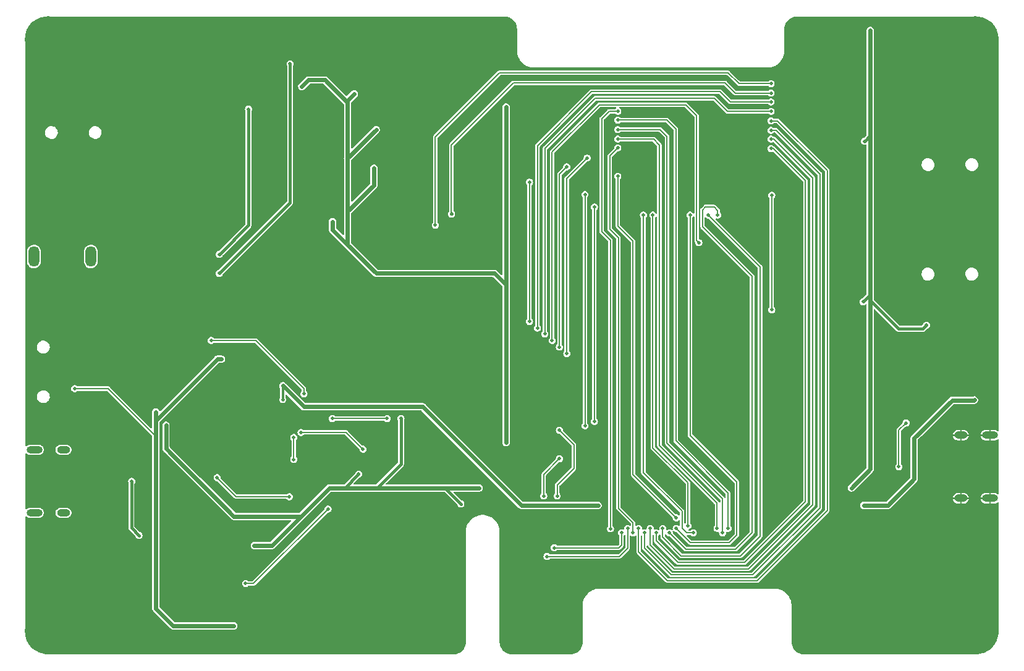
<source format=gbl>
G04 #@! TF.GenerationSoftware,KiCad,Pcbnew,7.0.6*
G04 #@! TF.CreationDate,2023-09-04T15:44:28-07:00*
G04 #@! TF.ProjectId,tulipcc,74756c69-7063-4632-9e6b-696361645f70,rev?*
G04 #@! TF.SameCoordinates,Original*
G04 #@! TF.FileFunction,Copper,L2,Bot*
G04 #@! TF.FilePolarity,Positive*
%FSLAX46Y46*%
G04 Gerber Fmt 4.6, Leading zero omitted, Abs format (unit mm)*
G04 Created by KiCad (PCBNEW 7.0.6) date 2023-09-04 15:44:28*
%MOMM*%
%LPD*%
G01*
G04 APERTURE LIST*
G04 #@! TA.AperFunction,ComponentPad*
%ADD10O,1.500000X2.800000*%
G04 #@! TD*
G04 #@! TA.AperFunction,ComponentPad*
%ADD11O,2.200000X1.000000*%
G04 #@! TD*
G04 #@! TA.AperFunction,ComponentPad*
%ADD12O,1.800000X1.000000*%
G04 #@! TD*
G04 #@! TA.AperFunction,ViaPad*
%ADD13C,0.500000*%
G04 #@! TD*
G04 #@! TA.AperFunction,ViaPad*
%ADD14C,6.400000*%
G04 #@! TD*
G04 #@! TA.AperFunction,Conductor*
%ADD15C,0.200000*%
G04 #@! TD*
G04 #@! TA.AperFunction,Conductor*
%ADD16C,0.600000*%
G04 #@! TD*
G04 #@! TA.AperFunction,Conductor*
%ADD17C,0.400000*%
G04 #@! TD*
G04 #@! TA.AperFunction,Conductor*
%ADD18C,0.300000*%
G04 #@! TD*
G04 APERTURE END LIST*
D10*
X1500000Y54800000D03*
X9300000Y54800000D03*
D11*
X1564500Y19680000D03*
D12*
X5564500Y19680000D03*
D11*
X1564500Y28320000D03*
D12*
X5564500Y28320000D03*
X128500000Y21680000D03*
D11*
X132500000Y21680000D03*
D12*
X128500000Y30320000D03*
D11*
X132500000Y30320000D03*
D13*
X58650000Y50800000D03*
X58650000Y55000000D03*
X52500000Y50850000D03*
X10050000Y44400000D03*
X35200000Y84350000D03*
X21650000Y84450000D03*
X11700000Y84500000D03*
X14350000Y63350000D03*
X39900000Y38300000D03*
X39900000Y43000000D03*
X39800000Y47700000D03*
X54400000Y47500000D03*
X52450000Y42850000D03*
X46200000Y38350000D03*
X46200000Y47600000D03*
X72300000Y22200000D03*
X73500000Y25400000D03*
X70000000Y22000000D03*
X46200000Y42900000D03*
X75900000Y14300000D03*
X77100000Y16700000D03*
X71800000Y13700000D03*
X72800000Y14900000D03*
X98800000Y54400000D03*
X96200000Y56900000D03*
X35000000Y29800000D03*
X124900000Y38900000D03*
X85700000Y65300000D03*
X96300000Y65800000D03*
X96300000Y69300000D03*
X85700000Y69500000D03*
X49700000Y68000000D03*
X46600000Y65800000D03*
X52400000Y62200000D03*
X49700000Y65800000D03*
X43200000Y64900000D03*
X46600000Y68000000D03*
X42000000Y68700000D03*
X48400000Y70800000D03*
X48400000Y73600000D03*
X48100000Y66900000D03*
X48400000Y72200000D03*
X52200000Y79900000D03*
X55200000Y77000000D03*
X45400000Y77100000D03*
X46600000Y76600000D03*
X41800000Y80500000D03*
X41800000Y76700000D03*
X38200000Y78100000D03*
X43700000Y58900000D03*
X51100000Y57400000D03*
X45300000Y57500000D03*
X42400000Y59600000D03*
X29000000Y77500000D03*
X33100000Y80800000D03*
X27100000Y73200000D03*
X29000000Y75000000D03*
X26300000Y81400000D03*
X36600000Y81200000D03*
X18500000Y61800000D03*
X20300000Y60100000D03*
X32000000Y69000000D03*
X30000000Y64700000D03*
X30000000Y69000000D03*
X37700000Y62900000D03*
X29400000Y60100000D03*
X32500000Y60100000D03*
X31900000Y71600000D03*
X30000000Y71600000D03*
X37800000Y68900000D03*
X35400000Y68900000D03*
X35500000Y65400000D03*
X35400000Y72200000D03*
X37700000Y65400000D03*
X37800000Y72200000D03*
X30900000Y75000000D03*
X26900000Y52500000D03*
X42400000Y54900000D03*
X34400000Y55500000D03*
X26900000Y55100000D03*
X22300000Y6700000D03*
X22300000Y10900000D03*
X40600000Y20200000D03*
X38200000Y17900000D03*
X27900000Y16000000D03*
X25400000Y17300000D03*
X23500000Y22100000D03*
X21700000Y21500000D03*
X31200000Y20600000D03*
X24500000Y25500000D03*
X52500000Y55000000D03*
X55200000Y69200000D03*
X64100000Y77200000D03*
X62100000Y71700000D03*
X60300000Y73400000D03*
X58700000Y75200000D03*
X60700000Y77100000D03*
X62500000Y75500000D03*
X39500000Y70700000D03*
X56700000Y73300000D03*
X60100000Y70000000D03*
X58500000Y71600000D03*
X55200000Y66900000D03*
X54900000Y59000000D03*
X52800000Y59000000D03*
X57600000Y59800000D03*
X59900000Y62400000D03*
X57600000Y62400000D03*
X56500000Y59100000D03*
X58725000Y60625000D03*
X7100000Y36700000D03*
X16400000Y50800000D03*
X32700000Y44400000D03*
X27200000Y44300000D03*
X39000000Y8300000D03*
X40900000Y8300000D03*
X51000000Y1400000D03*
X53000000Y30500000D03*
X54000000Y29500000D03*
X55000000Y28600000D03*
X56000000Y27700000D03*
X56900000Y26800000D03*
X57900000Y25800000D03*
X58800000Y36400000D03*
X64500000Y30400000D03*
X63500000Y31500000D03*
X62600000Y32500000D03*
X61700000Y33400000D03*
X60800000Y34400000D03*
X59900000Y35400000D03*
X73000000Y40900000D03*
X72000000Y41900000D03*
X71100000Y42800000D03*
X70200000Y43800000D03*
X69283701Y44708938D03*
X44300000Y20800000D03*
X42600000Y19500000D03*
X40700000Y16200000D03*
X40700000Y13900000D03*
X50900000Y18900000D03*
X45800000Y19500000D03*
X36200000Y1400000D03*
X30300000Y1400000D03*
X24000000Y1400000D03*
X44600000Y1400000D03*
X33300000Y9100000D03*
X33700000Y13600000D03*
X56500000Y21700000D03*
X61300000Y21700000D03*
X59300000Y24400000D03*
X64100000Y73900000D03*
X64200000Y64100000D03*
X64200000Y69000000D03*
X68100000Y64100000D03*
X68000000Y69000000D03*
X68000000Y73900000D03*
X64300000Y59800000D03*
X64400000Y54900000D03*
X64400000Y50000000D03*
X67800000Y46200000D03*
X66200000Y29300000D03*
X66200000Y75300000D03*
X72800000Y29800000D03*
X69500000Y29800000D03*
X73500000Y27100000D03*
X73500000Y31000000D03*
X71350000Y22000000D03*
X73200000Y22000000D03*
X56800000Y42800000D03*
X52500000Y38200000D03*
X61300000Y47300000D03*
X63800000Y84100000D03*
X120900000Y86900000D03*
X113900000Y86900000D03*
X109900000Y87000000D03*
X106000000Y86000000D03*
X123100000Y84300000D03*
X118600000Y84300000D03*
X113900000Y84300000D03*
X109900000Y84300000D03*
X123100000Y81600000D03*
X128500000Y74600000D03*
X124800000Y74500000D03*
X118800000Y69500000D03*
X118800000Y73000000D03*
X118500000Y62500000D03*
X132400000Y59800000D03*
X127100000Y59800000D03*
X118500000Y58700000D03*
X114600000Y54300000D03*
X118500000Y54300000D03*
X131700000Y33000000D03*
X131700000Y38900000D03*
X128200000Y38900000D03*
X118100000Y31700000D03*
X93100000Y31400000D03*
X97900000Y38300000D03*
X93100000Y38400000D03*
X98000000Y45500000D03*
X92900000Y48800000D03*
X94400000Y55000000D03*
X82600000Y54900000D03*
X79400000Y54900000D03*
X75600000Y54900000D03*
X68100000Y54900000D03*
X68100000Y59800000D03*
X68100000Y50000000D03*
X7700000Y16300000D03*
X11700000Y12500000D03*
X16900000Y12500000D03*
X116200000Y21900000D03*
X116200000Y18700000D03*
X67300000Y32400000D03*
X64200000Y44200000D03*
X60000000Y40100000D03*
X55500000Y35700000D03*
X53900000Y32600000D03*
X37100000Y32800000D03*
X25300000Y30200000D03*
X29800000Y30200000D03*
X107700000Y10600000D03*
X116200000Y15900000D03*
X122000000Y16000000D03*
X114000000Y34800000D03*
X114100000Y37900000D03*
X104000000Y34600000D03*
X104000000Y45200000D03*
X93000000Y45500000D03*
X18000000Y4200000D03*
X39000000Y10900000D03*
X73200000Y3300000D03*
X73200000Y7500000D03*
X116000000Y7800000D03*
X122000000Y7800000D03*
X116000000Y3600000D03*
X77100000Y27600000D03*
X130350000Y35150000D03*
X115200000Y20700000D03*
X112000000Y21900000D03*
X108400000Y16100000D03*
X102600000Y19000000D03*
X98800000Y18900000D03*
X89900000Y22000000D03*
X86600000Y19600000D03*
X82900000Y21900000D03*
X82900000Y24200000D03*
X86000000Y27400000D03*
X90500000Y30000000D03*
X96000000Y24300000D03*
X98800000Y21900000D03*
X98700000Y24300000D03*
X105600000Y24300000D03*
X102600000Y24300000D03*
X105600000Y21900000D03*
X93800000Y17900000D03*
X77100000Y19400000D03*
X78800000Y20700000D03*
X69100000Y24300000D03*
X77100000Y22000000D03*
X64900000Y21800000D03*
X69100000Y19500000D03*
X67000000Y19700000D03*
X64700000Y26400000D03*
X62500000Y24400000D03*
X60800000Y26100000D03*
X63000000Y28200000D03*
X8200000Y38400000D03*
X11000000Y38400000D03*
X7300000Y34700000D03*
X27200000Y37800000D03*
X34300000Y43000000D03*
X27200000Y42200000D03*
X23200000Y40600000D03*
X23200000Y42700000D03*
X12000000Y40500000D03*
X12000000Y42500000D03*
X8200000Y40500000D03*
X8200000Y42500000D03*
X18100000Y35900000D03*
X35600000Y34300000D03*
X35600000Y37100000D03*
X35600000Y35200000D03*
X37000000Y37100000D03*
X38500000Y36000000D03*
X25800000Y43300000D03*
X20800000Y46100000D03*
X18100000Y46100000D03*
X15500000Y46100000D03*
X31300000Y35100000D03*
X31300000Y37100000D03*
X36900000Y43000000D03*
X33500000Y32737500D03*
X34100000Y38537500D03*
X29800000Y32737500D03*
X27200000Y40737500D03*
X23600000Y35800000D03*
X19600000Y31700000D03*
X16600000Y24800000D03*
X18200000Y33500000D03*
X13900000Y35900000D03*
X12400000Y33500000D03*
X25300000Y33500000D03*
X28900000Y4200000D03*
X109700000Y3600000D03*
X57000000Y14300000D03*
X57000000Y3600000D03*
X57000000Y9000000D03*
X68600000Y75900000D03*
X75100000Y76500000D03*
X69400000Y65000000D03*
X69100000Y3300000D03*
X60000000Y20900000D03*
X50000000Y30000000D03*
X51800000Y32600000D03*
X49900000Y32600000D03*
X90300000Y45500000D03*
X82600000Y45500000D03*
X79400000Y45500000D03*
X75700000Y45500000D03*
X102600000Y47500000D03*
X102600000Y63200000D03*
X69400000Y45900000D03*
X46000000Y25000000D03*
X40200000Y23500000D03*
X37100000Y27000000D03*
X48000000Y25000000D03*
X42400000Y32600000D03*
X46600000Y28400000D03*
X38100000Y30700000D03*
X37100000Y30000000D03*
X74600000Y32400000D03*
X113500000Y23100000D03*
X62500000Y23100000D03*
X90400000Y38400000D03*
X90400000Y50000000D03*
X82600000Y50000000D03*
X82600000Y38400000D03*
X79400000Y38400000D03*
X53300000Y18900000D03*
X42600000Y16200000D03*
X48100000Y16000000D03*
X74500000Y41500000D03*
X73500000Y42400000D03*
X78300000Y32200000D03*
X77000000Y31600000D03*
X77000000Y63300000D03*
X78300000Y61600000D03*
X74500000Y67100000D03*
X77300000Y68300000D03*
X79400000Y50000000D03*
X77300000Y70100000D03*
X69100000Y7500000D03*
X122000000Y3600000D03*
X112000000Y34400000D03*
X105000000Y76000000D03*
X81500000Y79300000D03*
X102500000Y79800000D03*
X127100000Y56600000D03*
X127000000Y71500000D03*
X6800000Y67600000D03*
X3700000Y18300000D03*
X8200000Y5900000D03*
X13000000Y20100000D03*
X16600000Y29900000D03*
X12100000Y26600000D03*
X43200000Y7500000D03*
X45400000Y7500000D03*
X33500000Y5400000D03*
X31700000Y4500000D03*
X27700000Y10900000D03*
X27000000Y5600000D03*
X20600000Y24800000D03*
X16600000Y18000000D03*
X21700000Y17300000D03*
X29300000Y17700000D03*
X36500000Y23500000D03*
X30700000Y23200000D03*
X15900000Y16587500D03*
X26600000Y24500000D03*
X36500000Y21900000D03*
X104100000Y63900000D03*
X78400000Y63300000D03*
X92600000Y56700000D03*
X72500000Y43300000D03*
X41800000Y20200000D03*
X102500000Y77200000D03*
X102500000Y78500000D03*
X30500000Y10000000D03*
X31700000Y15200000D03*
X81500000Y18500000D03*
X88000000Y24500000D03*
X93000000Y22000000D03*
X84000000Y19600000D03*
X73300000Y38400000D03*
X109200000Y79000000D03*
X75600000Y59700000D03*
X75700000Y50000000D03*
X77100000Y24300000D03*
X97900000Y31400000D03*
X104000000Y29700000D03*
X104000000Y52000000D03*
X96800000Y52300000D03*
X104000000Y40000000D03*
X115000000Y73000000D03*
X112000000Y60000000D03*
X112000000Y51900000D03*
X112000000Y40000000D03*
X112000000Y30000000D03*
X112000000Y18700000D03*
X44300000Y7500000D03*
X14900000Y24000000D03*
X7700000Y19300000D03*
X37300000Y20900000D03*
D14*
X3500000Y3500000D03*
X3500000Y84500000D03*
X130500000Y3500000D03*
X130500000Y84500000D03*
D13*
X87300000Y74400000D03*
X7764500Y27200000D03*
X93600000Y74400000D03*
X126300000Y29200000D03*
X23700000Y27200000D03*
X102600000Y21900000D03*
X77000000Y12700000D03*
X128000000Y20500000D03*
X105800000Y13400000D03*
X125500000Y26000000D03*
X90600000Y71000000D03*
X9064500Y24000000D03*
X117100000Y42400000D03*
X113000000Y26000000D03*
X6064500Y29600000D03*
X104000000Y56800000D03*
X120000000Y26000000D03*
X121000000Y32000000D03*
X80500000Y17500000D03*
X81500000Y74700000D03*
X83600000Y16950000D03*
X81500000Y69700000D03*
X102500000Y73400000D03*
X84350000Y17550000D03*
X102500000Y72100000D03*
X85150000Y16950000D03*
X85931658Y17547632D03*
X102500000Y70900000D03*
X102500000Y69600000D03*
X86750000Y16950000D03*
X87650000Y17550000D03*
X93900000Y60500000D03*
X95200000Y60500000D03*
X88550000Y16950000D03*
X91400000Y60500000D03*
X89500000Y17550000D03*
X91100000Y17900000D03*
X86300000Y60500000D03*
X91850000Y16950000D03*
X85000000Y60500000D03*
X89500000Y19000000D03*
X81500000Y65800000D03*
X115100000Y48600000D03*
X115300000Y70600000D03*
X123800000Y45400000D03*
X116100000Y85800000D03*
X95100000Y17550000D03*
X81500000Y70900000D03*
X81500000Y72200000D03*
X95850000Y16950000D03*
X102500000Y74700000D03*
X71500000Y44200000D03*
X70500000Y45000000D03*
X102500000Y76000000D03*
X82000000Y16950000D03*
X82850000Y17550000D03*
X81500000Y73500000D03*
X96600000Y17550000D03*
D15*
X75500000Y29000000D02*
X73500000Y31000000D01*
X73200000Y22000000D02*
X73200000Y23500000D01*
X75500000Y25800000D02*
X75500000Y29000000D01*
X73200000Y23500000D02*
X75500000Y25800000D01*
X71350000Y24950000D02*
X73500000Y27100000D01*
X71350000Y22000000D02*
X71350000Y24950000D01*
X98100000Y78500000D02*
X102500000Y78500000D01*
X96620000Y79980000D02*
X98100000Y78500000D01*
X65280000Y79980000D02*
X96620000Y79980000D01*
X82850000Y14850000D02*
X82850000Y17550000D01*
X81700000Y13700000D02*
X82850000Y14850000D01*
X71800000Y13700000D02*
X81700000Y13700000D01*
X81600000Y14900000D02*
X82000000Y15300000D01*
X72800000Y14900000D02*
X81600000Y14900000D01*
X82000000Y15300000D02*
X82000000Y16950000D01*
X80400000Y68600000D02*
X81500000Y69700000D01*
X80400000Y58550000D02*
X80400000Y68600000D01*
X81600000Y57350000D02*
X80400000Y58550000D01*
X83600000Y18300000D02*
X81600000Y20300000D01*
X81600000Y20300000D02*
X81600000Y57350000D01*
X83600000Y16950000D02*
X83600000Y18300000D01*
X89700000Y12900000D02*
X86750000Y15850000D01*
X86750000Y15850000D02*
X86750000Y16950000D01*
X98900000Y12900000D02*
X89700000Y12900000D01*
X107200000Y65200000D02*
X107200000Y21200000D01*
X102800000Y69600000D02*
X107200000Y65200000D01*
X107200000Y21200000D02*
X98900000Y12900000D01*
X102500000Y69600000D02*
X102800000Y69600000D01*
X102900000Y70900000D02*
X102500000Y70900000D01*
X108200000Y20800000D02*
X108200000Y65600000D01*
X99400000Y12000000D02*
X108200000Y20800000D01*
X108200000Y65600000D02*
X102900000Y70900000D01*
X85931658Y15268342D02*
X89200000Y12000000D01*
X89200000Y12000000D02*
X99400000Y12000000D01*
X85931658Y17547632D02*
X85931658Y15268342D01*
X100000000Y11200000D02*
X88800000Y11200000D01*
X88800000Y11200000D02*
X85150000Y14850000D01*
X109200000Y20400000D02*
X100000000Y11200000D01*
X103200000Y72100000D02*
X109200000Y66100000D01*
X109200000Y66100000D02*
X109200000Y20400000D01*
X102500000Y72100000D02*
X103200000Y72100000D01*
X85150000Y14850000D02*
X85150000Y16950000D01*
X84350000Y14350000D02*
X84350000Y17500000D01*
X110200000Y66600000D02*
X110200000Y20000000D01*
X88300000Y10400000D02*
X84350000Y14350000D01*
X103400000Y73400000D02*
X110200000Y66600000D01*
X100600000Y10400000D02*
X88300000Y10400000D01*
X102500000Y73400000D02*
X103400000Y73400000D01*
X110200000Y20000000D02*
X100600000Y10400000D01*
D16*
X48100000Y64600000D02*
X44480000Y60980000D01*
X48100000Y66900000D02*
X48100000Y64600000D01*
X44480000Y60980000D02*
X44480000Y63280000D01*
D15*
X69400000Y65000000D02*
X69400000Y45900000D01*
D16*
X44480000Y76180000D02*
X45400000Y77100000D01*
X44480000Y75600000D02*
X44480000Y76180000D01*
X44480000Y75600000D02*
X44480000Y68280000D01*
X44480000Y75920000D02*
X44480000Y75600000D01*
X39100000Y79000000D02*
X41400000Y79000000D01*
X38200000Y78100000D02*
X39100000Y79000000D01*
X41400000Y79000000D02*
X44480000Y75920000D01*
X48400000Y72200000D02*
X44480000Y68280000D01*
X44480000Y63280000D02*
X44480000Y68280000D01*
X44480000Y56580000D02*
X44480000Y63280000D01*
X44400000Y56500000D02*
X48400000Y52500000D01*
X44400000Y56500000D02*
X44480000Y56580000D01*
X42400000Y58500000D02*
X44400000Y56500000D01*
X64600000Y52500000D02*
X66200000Y50900000D01*
X48400000Y52500000D02*
X64600000Y52500000D01*
X42400000Y59600000D02*
X42400000Y58500000D01*
X66200000Y50900000D02*
X66200000Y50400000D01*
X18200000Y32300000D02*
X18200000Y31800000D01*
X26637500Y40737500D02*
X18200000Y32300000D01*
X27200000Y40737500D02*
X26637500Y40737500D01*
X66200000Y50400000D02*
X66200000Y29300000D01*
X66200000Y75300000D02*
X66200000Y50400000D01*
D17*
X30900000Y59100000D02*
X26900000Y55100000D01*
X30900000Y75000000D02*
X30900000Y59100000D01*
X36600000Y62200000D02*
X36600000Y81200000D01*
X26900000Y52500000D02*
X36600000Y62200000D01*
D15*
X56500000Y71200000D02*
X65280000Y79980000D01*
X56500000Y59100000D02*
X56500000Y71200000D01*
D17*
X58725000Y60625000D02*
X58700000Y60650000D01*
D15*
X67200000Y78600000D02*
X96200000Y78600000D01*
X58700000Y70100000D02*
X67200000Y78600000D01*
X58700000Y60650000D02*
X58700000Y70100000D01*
X97600000Y77200000D02*
X102500000Y77200000D01*
X96200000Y78600000D02*
X97600000Y77200000D01*
X7100000Y36700000D02*
X11700000Y36700000D01*
D16*
X18200000Y30200000D02*
X18200000Y6600000D01*
X18200000Y31800000D02*
X18200000Y30200000D01*
D15*
X11700000Y36700000D02*
X18200000Y30200000D01*
X41800000Y20200000D02*
X31600000Y10000000D01*
X31600000Y10000000D02*
X30500000Y10000000D01*
D16*
X58400000Y23100000D02*
X48500000Y23100000D01*
X62500000Y23100000D02*
X58400000Y23100000D01*
X68300000Y20700000D02*
X78800000Y20700000D01*
X54780000Y34220000D02*
X68300000Y20700000D01*
X38476913Y34220000D02*
X54780000Y34220000D01*
X35600000Y37096913D02*
X38476913Y34220000D01*
X35600000Y37100000D02*
X35600000Y37096913D01*
D15*
X38500000Y36000000D02*
X38500000Y36700000D01*
X38500000Y36700000D02*
X31900000Y43300000D01*
X31900000Y43300000D02*
X25800000Y43300000D01*
D16*
X122100000Y29900000D02*
X122100000Y24300000D01*
X127300000Y35100000D02*
X122100000Y29900000D01*
X130300000Y35100000D02*
X127300000Y35100000D01*
X130350000Y35150000D02*
X130300000Y35100000D01*
X122100000Y24300000D02*
X118500000Y20700000D01*
X118500000Y20700000D02*
X115200000Y20700000D01*
D18*
X35600000Y37100000D02*
X35600000Y35200000D01*
D16*
X28903087Y19200000D02*
X38100000Y19200000D01*
X19600000Y28503087D02*
X28903087Y19200000D01*
X19600000Y31700000D02*
X19600000Y28503087D01*
X18200000Y33500000D02*
X18200000Y31800000D01*
X38100000Y19200000D02*
X42000000Y23100000D01*
X34100000Y15200000D02*
X38100000Y19200000D01*
D17*
X14864500Y17623000D02*
X15900000Y16587500D01*
X14900000Y24000000D02*
X14864500Y23964500D01*
X14864500Y23964500D02*
X14864500Y17623000D01*
D16*
X20600000Y4200000D02*
X28900000Y4200000D01*
X18200000Y6600000D02*
X20600000Y4200000D01*
D15*
X101000000Y16500000D02*
X101000000Y53400000D01*
X101000000Y53400000D02*
X93900000Y60500000D01*
X98300000Y13800000D02*
X101000000Y16500000D01*
X90200000Y13800000D02*
X98300000Y13800000D01*
X87650000Y17550000D02*
X87650000Y16350000D01*
X87650000Y16350000D02*
X90200000Y13800000D01*
X95200000Y61100000D02*
X95200000Y60500000D01*
X94700000Y61600000D02*
X95200000Y61100000D01*
X93100000Y58900000D02*
X93100000Y61200000D01*
X99900000Y52100000D02*
X93100000Y58900000D01*
X99900000Y17000000D02*
X99900000Y52100000D01*
X93500000Y61600000D02*
X94700000Y61600000D01*
X97600000Y14700000D02*
X99900000Y17000000D01*
X93100000Y61200000D02*
X93500000Y61600000D01*
X90800000Y14700000D02*
X97600000Y14700000D01*
X88550000Y16950000D02*
X90800000Y14700000D01*
X97800000Y23900000D02*
X91400000Y30300000D01*
X97800000Y16600000D02*
X97800000Y23900000D01*
X91400000Y30300000D02*
X91400000Y60500000D01*
X91450000Y15600000D02*
X96800000Y15600000D01*
X96800000Y15600000D02*
X97800000Y16600000D01*
X89500000Y17550000D02*
X91450000Y15600000D01*
X95500000Y77400000D02*
X96900000Y76000000D01*
X96900000Y76000000D02*
X102500000Y76000000D01*
X77900000Y77400000D02*
X95500000Y77400000D01*
X70500000Y70000000D02*
X77900000Y77400000D01*
X70500000Y45000000D02*
X70500000Y70000000D01*
X94700000Y76500000D02*
X96500000Y74700000D01*
X78400000Y76500000D02*
X94700000Y76500000D01*
X71500000Y69600000D02*
X78400000Y76500000D01*
X96500000Y74700000D02*
X102500000Y74700000D01*
X71500000Y44200000D02*
X71500000Y69600000D01*
X90800000Y75600000D02*
X92300000Y74100000D01*
X79000000Y75600000D02*
X90800000Y75600000D01*
X92300000Y74100000D02*
X92300000Y57000000D01*
X72500000Y69100000D02*
X79000000Y75600000D01*
X92300000Y57000000D02*
X92600000Y56700000D01*
X72500000Y43300000D02*
X72500000Y69100000D01*
D17*
X60000000Y20900000D02*
X57800000Y23100000D01*
X51800000Y26400000D02*
X51800000Y32600000D01*
X48500000Y23100000D02*
X51800000Y26400000D01*
D16*
X44100000Y23100000D02*
X48500000Y23100000D01*
D15*
X42400000Y32600000D02*
X49900000Y32600000D01*
X102600000Y63200000D02*
X102600000Y47500000D01*
D17*
X46000000Y25000000D02*
X44100000Y23100000D01*
D16*
X42000000Y23100000D02*
X44100000Y23100000D01*
D15*
X37100000Y30000000D02*
X37100000Y27000000D01*
X38100000Y30700000D02*
X44300000Y30700000D01*
X44300000Y30700000D02*
X46600000Y28400000D01*
D16*
X113500000Y23100000D02*
X116100000Y25700000D01*
X116100000Y25700000D02*
X116100000Y48800000D01*
X31700000Y15200000D02*
X34100000Y15200000D01*
D15*
X29200000Y21900000D02*
X26600000Y24500000D01*
X36500000Y21900000D02*
X29200000Y21900000D01*
X85000000Y25200000D02*
X85000000Y60500000D01*
X90300000Y19900000D02*
X85000000Y25200000D01*
X90300000Y17600000D02*
X90300000Y19900000D01*
X90950000Y16950000D02*
X90300000Y17600000D01*
X91850000Y16950000D02*
X90950000Y16950000D01*
X74500000Y41500000D02*
X74500000Y65500000D01*
X74500000Y65500000D02*
X77300000Y68300000D01*
X73500000Y66100000D02*
X74500000Y67100000D01*
X73500000Y42400000D02*
X73500000Y66100000D01*
X77000000Y63300000D02*
X77000000Y31600000D01*
X78300000Y32200000D02*
X78300000Y61600000D01*
X120000000Y26000000D02*
X120000000Y31000000D01*
X120000000Y31000000D02*
X121000000Y32000000D01*
X80500000Y17500000D02*
X80500000Y57000000D01*
X79300000Y58200000D02*
X79300000Y73700000D01*
X80300000Y74700000D02*
X81500000Y74700000D01*
X80500000Y57000000D02*
X79300000Y58200000D01*
X79300000Y73700000D02*
X80300000Y74700000D01*
X91100000Y23800000D02*
X86300000Y28600000D01*
X91100000Y17900000D02*
X91100000Y23800000D01*
X86300000Y28600000D02*
X86300000Y60500000D01*
X83600000Y24900000D02*
X83600000Y56900000D01*
X81500000Y59000000D02*
X81500000Y65800000D01*
X89500000Y19000000D02*
X83600000Y24900000D01*
X83600000Y56900000D02*
X81500000Y59000000D01*
D16*
X116100000Y65400000D02*
X116100000Y55000000D01*
D17*
X120000000Y44900000D02*
X116100000Y48800000D01*
X120000000Y44900000D02*
X123300000Y44900000D01*
D16*
X116100000Y48800000D02*
X116100000Y49600000D01*
D17*
X116100000Y49600000D02*
X115100000Y48600000D01*
X116100000Y71400000D02*
X115300000Y70600000D01*
X123300000Y44900000D02*
X123800000Y45400000D01*
D16*
X116100000Y71400000D02*
X116100000Y85800000D01*
X116100000Y49600000D02*
X116100000Y50400000D01*
X116100000Y55000000D02*
X116100000Y50400000D01*
X116100000Y65400000D02*
X116100000Y71400000D01*
D15*
X87200000Y28900000D02*
X87200000Y70100000D01*
X87200000Y70100000D02*
X86400000Y70900000D01*
X86400000Y70900000D02*
X81500000Y70900000D01*
X95100000Y21000000D02*
X87200000Y28900000D01*
X95100000Y17500000D02*
X95100000Y21000000D01*
X81500000Y72200000D02*
X87300000Y72200000D01*
X88250000Y29250000D02*
X95850000Y21650000D01*
X95850000Y21650000D02*
X95850000Y16950000D01*
X87300000Y72200000D02*
X88250000Y71250000D01*
X88250000Y71250000D02*
X88250000Y29250000D01*
X96600000Y22400000D02*
X89450000Y29550000D01*
X89450000Y29550000D02*
X89450000Y72250000D01*
X89450000Y72250000D02*
X88200000Y73500000D01*
X88200000Y73500000D02*
X81500000Y73500000D01*
X96600000Y17500000D02*
X96600000Y22400000D01*
G04 #@! TA.AperFunction,Conductor*
G36*
X93574317Y60142114D02*
G01*
X93580073Y60135472D01*
X93582105Y60133127D01*
X93582108Y60133124D01*
X93698336Y60058429D01*
X93698341Y60058427D01*
X93830913Y60019500D01*
X93830915Y60019500D01*
X93914521Y60019500D01*
X93972712Y60000593D01*
X93984525Y59990504D01*
X100670503Y53304524D01*
X100698280Y53250007D01*
X100699499Y53234520D01*
X100699500Y16665478D01*
X100680593Y16607287D01*
X100670504Y16595474D01*
X98204525Y14129496D01*
X98150008Y14101719D01*
X98134521Y14100500D01*
X90365479Y14100500D01*
X90307288Y14119407D01*
X90295475Y14129496D01*
X89139090Y15285881D01*
X87979494Y16445476D01*
X87951719Y16499991D01*
X87950500Y16515478D01*
X87950500Y16650952D01*
X87969407Y16709143D01*
X88018907Y16745107D01*
X88080093Y16745107D01*
X88129593Y16709143D01*
X88139553Y16692079D01*
X88141621Y16687550D01*
X88232103Y16583129D01*
X88232108Y16583124D01*
X88348336Y16508429D01*
X88348341Y16508427D01*
X88480913Y16469500D01*
X88480915Y16469500D01*
X88564521Y16469500D01*
X88622712Y16450593D01*
X88634525Y16440504D01*
X90541438Y14533588D01*
X90549550Y14522361D01*
X90550515Y14523090D01*
X90556042Y14515771D01*
X90591569Y14483382D01*
X90593220Y14481806D01*
X90607199Y14467828D01*
X90607208Y14467821D01*
X90610140Y14465812D01*
X90615509Y14461558D01*
X90639062Y14440086D01*
X90639068Y14440082D01*
X90648236Y14436531D01*
X90668412Y14425896D01*
X90676519Y14420342D01*
X90707545Y14413045D01*
X90714100Y14411016D01*
X90743824Y14399500D01*
X90743827Y14399500D01*
X90753653Y14399500D01*
X90776317Y14396870D01*
X90785882Y14394621D01*
X90817454Y14399025D01*
X90824300Y14399500D01*
X97534836Y14399500D01*
X97548511Y14397267D01*
X97548683Y14398494D01*
X97557766Y14397226D01*
X97597830Y14399079D01*
X97605793Y14399447D01*
X97608070Y14399500D01*
X97627843Y14399500D01*
X97627844Y14399500D01*
X97631332Y14400152D01*
X97638146Y14400942D01*
X97643307Y14401181D01*
X97669987Y14402414D01*
X97669994Y14402415D01*
X97678982Y14406384D01*
X97700773Y14413133D01*
X97710433Y14414939D01*
X97737533Y14431717D01*
X97743600Y14434915D01*
X97772763Y14447793D01*
X97772765Y14447794D01*
X97779716Y14454745D01*
X97797596Y14468907D01*
X97805952Y14474081D01*
X97825156Y14499511D01*
X97829662Y14504690D01*
X100066407Y16741436D01*
X100077647Y16749537D01*
X100076909Y16750516D01*
X100084226Y16756041D01*
X100084228Y16756042D01*
X100092830Y16765478D01*
X100116616Y16791569D01*
X100118195Y16793223D01*
X100132172Y16807201D01*
X100132174Y16807203D01*
X100134178Y16810128D01*
X100138437Y16815505D01*
X100159914Y16839064D01*
X100159914Y16839065D01*
X100159916Y16839067D01*
X100163466Y16848230D01*
X100174106Y16868417D01*
X100179654Y16876516D01*
X100179656Y16876519D01*
X100186955Y16907553D01*
X100188979Y16914090D01*
X100200500Y16943827D01*
X100200500Y16953651D01*
X100203130Y16976318D01*
X100204516Y16982212D01*
X100205379Y16985881D01*
X100200975Y17017452D01*
X100200500Y17024298D01*
X100200500Y52034835D01*
X100202719Y52048513D01*
X100201506Y52048683D01*
X100202773Y52057766D01*
X100200553Y52105783D01*
X100200500Y52108069D01*
X100200500Y52127841D01*
X100200500Y52127844D01*
X100199846Y52131337D01*
X100199056Y52138141D01*
X100197585Y52169992D01*
X100193617Y52178976D01*
X100186865Y52200780D01*
X100185061Y52210433D01*
X100168274Y52237543D01*
X100165088Y52243589D01*
X100152206Y52272765D01*
X100145260Y52279709D01*
X100131087Y52297604D01*
X100125919Y52305952D01*
X100100474Y52325165D01*
X100095308Y52329662D01*
X96782649Y55642321D01*
X93429494Y58995476D01*
X93401719Y59049991D01*
X93400500Y59065478D01*
X93400500Y60077281D01*
X93419407Y60135472D01*
X93468907Y60171436D01*
X93530093Y60171436D01*
X93574317Y60142114D01*
G37*
G04 #@! TD.AperFunction*
G04 #@! TA.AperFunction,Conductor*
G36*
X66001762Y87699374D02*
G01*
X66234806Y87682706D01*
X66248787Y87680695D01*
X66471881Y87632163D01*
X66485433Y87628184D01*
X66699363Y87548394D01*
X66712213Y87542526D01*
X66912604Y87433103D01*
X66924486Y87425467D01*
X67107263Y87288642D01*
X67117939Y87279392D01*
X67279392Y87117939D01*
X67288642Y87107263D01*
X67425467Y86924486D01*
X67433103Y86912604D01*
X67542526Y86712213D01*
X67548394Y86699363D01*
X67628184Y86485433D01*
X67632163Y86471881D01*
X67680695Y86248787D01*
X67682706Y86234806D01*
X67699374Y86001761D01*
X67699500Y85998228D01*
X67699500Y82860850D01*
X67699501Y82860833D01*
X67733044Y82584575D01*
X67733046Y82584560D01*
X67799648Y82314348D01*
X67898340Y82054120D01*
X68027679Y81807684D01*
X68027680Y81807683D01*
X68185763Y81578659D01*
X68185778Y81578640D01*
X68370322Y81370332D01*
X68370332Y81370322D01*
X68578640Y81185778D01*
X68578659Y81185763D01*
X68807683Y81027680D01*
X68807684Y81027679D01*
X68996735Y80928458D01*
X69054120Y80898340D01*
X69314343Y80799650D01*
X69314345Y80799649D01*
X69314349Y80799648D01*
X69314348Y80799648D01*
X69584560Y80733046D01*
X69584575Y80733044D01*
X69860833Y80699501D01*
X69860840Y80699500D01*
X69860845Y80699500D01*
X69943827Y80699500D01*
X101944916Y80699500D01*
X101949717Y80699138D01*
X102001124Y80699500D01*
X102027852Y80699500D01*
X102032083Y80699710D01*
X102141502Y80700451D01*
X102418025Y80735855D01*
X102418027Y80735855D01*
X102688302Y80804185D01*
X102948415Y80904451D01*
X102948421Y80904453D01*
X103010743Y80937551D01*
X103194636Y81035213D01*
X103234865Y81063240D01*
X103423378Y81194573D01*
X103631340Y81380226D01*
X103700663Y81458990D01*
X103815527Y81589499D01*
X103973268Y81819359D01*
X104102286Y82066487D01*
X104200717Y82327311D01*
X104267138Y82598062D01*
X104300589Y82874827D01*
X104300550Y83014216D01*
X104300550Y83061811D01*
X104300550Y83073330D01*
X104300548Y83073336D01*
X104300500Y85973699D01*
X104300612Y85985478D01*
X104300765Y85988906D01*
X104319717Y86225880D01*
X104320758Y86232765D01*
X104361686Y86415435D01*
X104372342Y86462996D01*
X104374337Y86469663D01*
X104375175Y86471881D01*
X104438223Y86638859D01*
X104457682Y86690393D01*
X104460587Y86696707D01*
X104574046Y86903581D01*
X104577814Y86909434D01*
X104710509Y87086818D01*
X104719145Y87098362D01*
X104723692Y87103624D01*
X104890108Y87270881D01*
X104895354Y87275460D01*
X104900556Y87279392D01*
X105072025Y87409016D01*
X105083559Y87417735D01*
X105089395Y87421534D01*
X105091837Y87422889D01*
X105295686Y87536029D01*
X105301997Y87538972D01*
X105522299Y87623425D01*
X105528960Y87625455D01*
X105663726Y87656365D01*
X105758922Y87678199D01*
X105765799Y87679275D01*
X105955567Y87695414D01*
X106001499Y87699321D01*
X106005694Y87699499D01*
X130498710Y87699499D01*
X130501294Y87699431D01*
X130820452Y87682706D01*
X130831844Y87682109D01*
X130837001Y87681567D01*
X130982947Y87658451D01*
X131162649Y87629988D01*
X131167716Y87628912D01*
X131486191Y87543576D01*
X131491122Y87541974D01*
X131798930Y87423819D01*
X131803667Y87421710D01*
X132097443Y87272023D01*
X132101933Y87269430D01*
X132378439Y87089865D01*
X132382634Y87086818D01*
X132638859Y86879330D01*
X132642712Y86875861D01*
X132875861Y86642712D01*
X132879330Y86638859D01*
X133086818Y86382634D01*
X133089865Y86378439D01*
X133269430Y86101933D01*
X133272023Y86097443D01*
X133421710Y85803667D01*
X133423819Y85798930D01*
X133541974Y85491122D01*
X133543576Y85486191D01*
X133628912Y85167716D01*
X133629990Y85162645D01*
X133681567Y84837001D01*
X133682109Y84831844D01*
X133699431Y84501301D01*
X133699499Y84498710D01*
X133699499Y30945387D01*
X133680592Y30887196D01*
X133631092Y30851232D01*
X133569906Y30851232D01*
X133544261Y30863912D01*
X133427699Y30944368D01*
X133427690Y30944373D01*
X133268758Y31004648D01*
X133268748Y31004651D01*
X133142351Y31019999D01*
X133142335Y31020000D01*
X132600001Y31020000D01*
X132600000Y31019998D01*
X132600000Y30620000D01*
X132400000Y30620000D01*
X132400000Y31019999D01*
X132399999Y31020000D01*
X131857665Y31020000D01*
X131857648Y31019999D01*
X131731251Y31004651D01*
X131731241Y31004648D01*
X131572309Y30944373D01*
X131572306Y30944371D01*
X131432405Y30847805D01*
X131432399Y30847800D01*
X131319681Y30720569D01*
X131319681Y30720568D01*
X131240682Y30570047D01*
X131240682Y30570046D01*
X131203698Y30420000D01*
X131616545Y30420000D01*
X131596105Y30348160D01*
X131606454Y30236479D01*
X131614660Y30220000D01*
X131203698Y30220000D01*
X131240682Y30069953D01*
X131240682Y30069952D01*
X131319681Y29919431D01*
X131319681Y29919430D01*
X131432399Y29792199D01*
X131432405Y29792194D01*
X131572306Y29695628D01*
X131572309Y29695626D01*
X131731241Y29635351D01*
X131731251Y29635348D01*
X131857648Y29620000D01*
X132400000Y29620000D01*
X132400000Y30020000D01*
X132600000Y30020000D01*
X132600000Y29620001D01*
X132600001Y29620000D01*
X133142351Y29620000D01*
X133268748Y29635348D01*
X133268758Y29635351D01*
X133427690Y29695626D01*
X133427693Y29695628D01*
X133544261Y29776088D01*
X133602892Y29793583D01*
X133660609Y29773275D01*
X133695366Y29722920D01*
X133699499Y29694612D01*
X133699499Y22305387D01*
X133680592Y22247196D01*
X133631092Y22211232D01*
X133569906Y22211232D01*
X133544261Y22223912D01*
X133427699Y22304368D01*
X133427690Y22304373D01*
X133268758Y22364648D01*
X133268748Y22364651D01*
X133142351Y22379999D01*
X133142335Y22380000D01*
X132600001Y22380000D01*
X132600000Y22379998D01*
X132600000Y21980000D01*
X132400000Y21980000D01*
X132400000Y22379999D01*
X132399999Y22380000D01*
X131857665Y22380000D01*
X131857648Y22379999D01*
X131731251Y22364651D01*
X131731241Y22364648D01*
X131572309Y22304373D01*
X131572306Y22304371D01*
X131432405Y22207805D01*
X131432399Y22207800D01*
X131319681Y22080569D01*
X131319681Y22080568D01*
X131240682Y21930047D01*
X131240682Y21930046D01*
X131203698Y21780000D01*
X131616545Y21780000D01*
X131596105Y21708160D01*
X131606454Y21596479D01*
X131614660Y21580000D01*
X131203698Y21580000D01*
X131240682Y21429953D01*
X131240682Y21429952D01*
X131319681Y21279431D01*
X131319681Y21279430D01*
X131432399Y21152199D01*
X131432405Y21152194D01*
X131572306Y21055628D01*
X131572309Y21055626D01*
X131731241Y20995351D01*
X131731251Y20995348D01*
X131857648Y20980000D01*
X132400000Y20980000D01*
X132400000Y21380000D01*
X132600000Y21380000D01*
X132600000Y20980000D01*
X133142351Y20980000D01*
X133268748Y20995348D01*
X133268758Y20995351D01*
X133427690Y21055626D01*
X133427693Y21055628D01*
X133544261Y21136088D01*
X133602892Y21153583D01*
X133660609Y21133275D01*
X133695366Y21082920D01*
X133699499Y21054612D01*
X133699500Y3547595D01*
X133699500Y3501289D01*
X133699432Y3498698D01*
X133682109Y3168155D01*
X133681567Y3162998D01*
X133629990Y2837354D01*
X133628912Y2832283D01*
X133543576Y2513808D01*
X133541974Y2508877D01*
X133423819Y2201069D01*
X133421710Y2196332D01*
X133272023Y1902556D01*
X133269430Y1898066D01*
X133089865Y1621560D01*
X133086822Y1617371D01*
X132935534Y1430546D01*
X132879330Y1361140D01*
X132875861Y1357287D01*
X132642712Y1124138D01*
X132638859Y1120669D01*
X132382625Y913174D01*
X132378442Y910136D01*
X132101923Y730563D01*
X132097450Y727980D01*
X131803658Y578285D01*
X131798938Y576183D01*
X131600595Y500047D01*
X131491122Y458025D01*
X131486191Y456423D01*
X131438817Y443729D01*
X131167703Y371084D01*
X131162668Y370013D01*
X130836986Y318430D01*
X130831863Y317892D01*
X130501294Y300567D01*
X130498710Y300500D01*
X107001771Y300500D01*
X106998238Y300626D01*
X106765191Y317293D01*
X106751215Y319303D01*
X106528115Y367836D01*
X106514566Y371815D01*
X106472221Y387608D01*
X106300627Y451608D01*
X106287799Y457466D01*
X106087385Y566901D01*
X106075522Y574525D01*
X105892727Y711364D01*
X105882067Y720600D01*
X105720600Y882067D01*
X105711364Y892727D01*
X105574525Y1075522D01*
X105566901Y1087385D01*
X105457466Y1287799D01*
X105451608Y1300627D01*
X105371815Y1514566D01*
X105367836Y1528118D01*
X105319303Y1751215D01*
X105317293Y1765193D01*
X105310452Y1860845D01*
X105300624Y1998265D01*
X105300500Y2001743D01*
X105300500Y2047595D01*
X105300500Y7027844D01*
X105300500Y7139155D01*
X105266954Y7415435D01*
X105200350Y7685657D01*
X105101660Y7945880D01*
X104972323Y8192311D01*
X104814226Y8421355D01*
X104629673Y8629673D01*
X104421355Y8814226D01*
X104192311Y8972323D01*
X103945880Y9101660D01*
X103685657Y9200350D01*
X103415435Y9266954D01*
X103139155Y9300500D01*
X103056173Y9300500D01*
X79047595Y9300500D01*
X79000000Y9300500D01*
X78860845Y9300500D01*
X78584565Y9266954D01*
X78584562Y9266953D01*
X78584560Y9266953D01*
X78449454Y9233651D01*
X78314343Y9200350D01*
X78054120Y9101660D01*
X77807689Y8972323D01*
X77807686Y8972321D01*
X77807684Y8972320D01*
X77807683Y8972319D01*
X77578645Y8814226D01*
X77370327Y8629673D01*
X77185774Y8421355D01*
X77185768Y8421346D01*
X77185763Y8421340D01*
X77027680Y8192316D01*
X77027679Y8192315D01*
X77027677Y8192311D01*
X76898340Y7945880D01*
X76799650Y7685657D01*
X76799648Y7685651D01*
X76733046Y7415439D01*
X76733044Y7415424D01*
X76699501Y7139166D01*
X76699500Y7139149D01*
X76699500Y2001771D01*
X76699374Y1998238D01*
X76682706Y1765193D01*
X76680695Y1751212D01*
X76632163Y1528118D01*
X76628184Y1514566D01*
X76548394Y1300636D01*
X76542526Y1287786D01*
X76433103Y1087395D01*
X76425467Y1075513D01*
X76288642Y892736D01*
X76279392Y882060D01*
X76117939Y720607D01*
X76107265Y711358D01*
X75929505Y578289D01*
X75924486Y574532D01*
X75912607Y566898D01*
X75712205Y457469D01*
X75699366Y451606D01*
X75678246Y443729D01*
X75485433Y371815D01*
X75471881Y367836D01*
X75248787Y319304D01*
X75234806Y317293D01*
X75001762Y300626D01*
X74998229Y300500D01*
X67001771Y300500D01*
X66998238Y300626D01*
X66765191Y317293D01*
X66751215Y319303D01*
X66528115Y367836D01*
X66514566Y371815D01*
X66472221Y387608D01*
X66300627Y451608D01*
X66287799Y457466D01*
X66087385Y566901D01*
X66075522Y574525D01*
X65892727Y711364D01*
X65882067Y720600D01*
X65720600Y882067D01*
X65711364Y892727D01*
X65574525Y1075522D01*
X65566901Y1087385D01*
X65457466Y1287799D01*
X65451608Y1300627D01*
X65371815Y1514566D01*
X65367836Y1528118D01*
X65319303Y1751215D01*
X65317293Y1765194D01*
X65309574Y1873117D01*
X65300626Y1998239D01*
X65300500Y2001771D01*
X65300500Y13699997D01*
X71314559Y13699997D01*
X71334221Y13563240D01*
X71334222Y13563237D01*
X71391622Y13437549D01*
X71482103Y13333129D01*
X71482108Y13333124D01*
X71598336Y13258429D01*
X71598341Y13258427D01*
X71730913Y13219500D01*
X71730915Y13219500D01*
X71869086Y13219500D01*
X71935372Y13238963D01*
X72001659Y13258427D01*
X72001660Y13258428D01*
X72001663Y13258429D01*
X72117894Y13333126D01*
X72117897Y13333129D01*
X72145801Y13365332D01*
X72198195Y13396927D01*
X72220619Y13399500D01*
X81634836Y13399500D01*
X81648511Y13397267D01*
X81648683Y13398494D01*
X81657766Y13397226D01*
X81697830Y13399079D01*
X81705793Y13399447D01*
X81708070Y13399500D01*
X81727843Y13399500D01*
X81727844Y13399500D01*
X81731332Y13400152D01*
X81738146Y13400942D01*
X81743307Y13401181D01*
X81769987Y13402414D01*
X81769994Y13402415D01*
X81778982Y13406384D01*
X81800773Y13413133D01*
X81810433Y13414939D01*
X81837533Y13431717D01*
X81843600Y13434915D01*
X81872763Y13447793D01*
X81872765Y13447794D01*
X81879716Y13454745D01*
X81897596Y13468907D01*
X81905952Y13474081D01*
X81921463Y13494621D01*
X81925156Y13499511D01*
X81929662Y13504690D01*
X83016409Y14591437D01*
X83027648Y14599537D01*
X83026909Y14600516D01*
X83034226Y14606041D01*
X83034228Y14606042D01*
X83066612Y14641565D01*
X83068184Y14643211D01*
X83082172Y14657200D01*
X83082175Y14657203D01*
X83084180Y14660130D01*
X83088443Y14665512D01*
X83109913Y14689064D01*
X83109916Y14689067D01*
X83113464Y14698228D01*
X83124106Y14718417D01*
X83129657Y14726520D01*
X83136957Y14757558D01*
X83138984Y14764101D01*
X83150500Y14793827D01*
X83150500Y14803651D01*
X83153130Y14826318D01*
X83155082Y14834619D01*
X83155379Y14835881D01*
X83150975Y14867452D01*
X83150500Y14874298D01*
X83150500Y15677237D01*
X83150500Y16486402D01*
X83169406Y16544590D01*
X83218906Y16580554D01*
X83280092Y16580554D01*
X83303022Y16569684D01*
X83398341Y16508427D01*
X83530913Y16469500D01*
X83530915Y16469500D01*
X83669086Y16469500D01*
X83772928Y16499991D01*
X83801659Y16508427D01*
X83801660Y16508428D01*
X83801663Y16508429D01*
X83896977Y16569683D01*
X83956152Y16585238D01*
X84013169Y16563039D01*
X84046248Y16511566D01*
X84049500Y16486399D01*
X84049500Y14415168D01*
X84047268Y14401495D01*
X84048495Y14401324D01*
X84047226Y14392232D01*
X84049447Y14344215D01*
X84049500Y14341928D01*
X84049500Y14322152D01*
X84050153Y14318658D01*
X84050943Y14311845D01*
X84052414Y14280010D01*
X84052415Y14280006D01*
X84056385Y14271015D01*
X84063132Y14249227D01*
X84064937Y14239570D01*
X84064939Y14239564D01*
X84081717Y14212466D01*
X84084915Y14206399D01*
X84097792Y14177237D01*
X84097795Y14177233D01*
X84104744Y14170284D01*
X84118903Y14152409D01*
X84124080Y14144048D01*
X84149515Y14124839D01*
X84154692Y14120335D01*
X88041438Y10233588D01*
X88049550Y10222361D01*
X88050515Y10223090D01*
X88056042Y10215771D01*
X88091569Y10183382D01*
X88093220Y10181806D01*
X88107199Y10167828D01*
X88107208Y10167821D01*
X88110140Y10165812D01*
X88115509Y10161558D01*
X88139062Y10140086D01*
X88139068Y10140082D01*
X88148236Y10136531D01*
X88168412Y10125896D01*
X88176519Y10120342D01*
X88207545Y10113045D01*
X88214100Y10111016D01*
X88243824Y10099500D01*
X88243827Y10099500D01*
X88253653Y10099500D01*
X88276317Y10096870D01*
X88285882Y10094621D01*
X88317454Y10099025D01*
X88324300Y10099500D01*
X100534836Y10099500D01*
X100548511Y10097267D01*
X100548683Y10098494D01*
X100557766Y10097226D01*
X100597830Y10099079D01*
X100605793Y10099447D01*
X100608070Y10099500D01*
X100627843Y10099500D01*
X100627844Y10099500D01*
X100631332Y10100152D01*
X100638146Y10100942D01*
X100643307Y10101181D01*
X100669987Y10102414D01*
X100669994Y10102415D01*
X100678982Y10106384D01*
X100700773Y10113133D01*
X100710433Y10114939D01*
X100737533Y10131717D01*
X100743600Y10134915D01*
X100772763Y10147793D01*
X100772765Y10147794D01*
X100779716Y10154745D01*
X100797596Y10168907D01*
X100805952Y10174081D01*
X100825156Y10199511D01*
X100829662Y10204690D01*
X110366407Y19741436D01*
X110377647Y19749537D01*
X110376909Y19750516D01*
X110384226Y19756041D01*
X110384228Y19756042D01*
X110392443Y19765053D01*
X110416616Y19791569D01*
X110418195Y19793223D01*
X110432172Y19807201D01*
X110432174Y19807203D01*
X110434178Y19810128D01*
X110438437Y19815505D01*
X110459914Y19839064D01*
X110459914Y19839065D01*
X110459916Y19839067D01*
X110463466Y19848230D01*
X110474106Y19868417D01*
X110479654Y19876516D01*
X110479656Y19876519D01*
X110486955Y19907553D01*
X110488979Y19914090D01*
X110500500Y19943827D01*
X110500500Y19953651D01*
X110503130Y19976318D01*
X110503795Y19979148D01*
X110505379Y19985881D01*
X110500975Y20017452D01*
X110500500Y20024298D01*
X110500500Y20628035D01*
X114699500Y20628035D01*
X114740046Y20489949D01*
X114740049Y20489942D01*
X114817855Y20368873D01*
X114926628Y20274622D01*
X115057543Y20214834D01*
X115164196Y20199500D01*
X115164201Y20199500D01*
X118435544Y20199500D01*
X118456590Y20197237D01*
X118463925Y20195641D01*
X118463926Y20195641D01*
X118463927Y20195641D01*
X118493052Y20197724D01*
X118516119Y20199374D01*
X118519652Y20199500D01*
X118535800Y20199500D01*
X118551788Y20201798D01*
X118555301Y20202176D01*
X118607483Y20205908D01*
X118614520Y20208533D01*
X118635014Y20213764D01*
X118642454Y20214834D01*
X118642458Y20214835D01*
X118690049Y20236569D01*
X118693314Y20237921D01*
X118742327Y20256202D01*
X118742328Y20256203D01*
X118742331Y20256204D01*
X118748348Y20260708D01*
X118766538Y20271501D01*
X118773373Y20274623D01*
X118812917Y20308888D01*
X118815636Y20311080D01*
X118828593Y20320779D01*
X118828595Y20320781D01*
X118840026Y20332211D01*
X118842603Y20334610D01*
X118882143Y20368872D01*
X118882145Y20368874D01*
X118886199Y20375183D01*
X118899480Y20391666D01*
X120087814Y21580000D01*
X127403698Y21580000D01*
X127440682Y21429953D01*
X127440682Y21429952D01*
X127519681Y21279431D01*
X127519681Y21279430D01*
X127632399Y21152199D01*
X127632405Y21152194D01*
X127772306Y21055628D01*
X127772309Y21055626D01*
X127931241Y20995351D01*
X127931251Y20995348D01*
X128057648Y20980000D01*
X128399999Y20980000D01*
X128400000Y20980001D01*
X128400000Y21380000D01*
X128600000Y21380000D01*
X128600000Y20980001D01*
X128600001Y20980000D01*
X128942351Y20980000D01*
X129068748Y20995348D01*
X129068758Y20995351D01*
X129227690Y21055626D01*
X129227693Y21055628D01*
X129367594Y21152194D01*
X129367600Y21152199D01*
X129480318Y21279430D01*
X129480318Y21279431D01*
X129559317Y21429952D01*
X129559317Y21429953D01*
X129596302Y21580000D01*
X129183455Y21580000D01*
X129203895Y21651840D01*
X129193546Y21763521D01*
X129185340Y21780000D01*
X129596302Y21780000D01*
X129559317Y21930046D01*
X129559317Y21930047D01*
X129480318Y22080568D01*
X129480318Y22080569D01*
X129367600Y22207800D01*
X129367594Y22207805D01*
X129227693Y22304371D01*
X129227690Y22304373D01*
X129068758Y22364648D01*
X129068748Y22364651D01*
X128942351Y22379999D01*
X128942335Y22380000D01*
X128600001Y22380000D01*
X128600000Y22379999D01*
X128600000Y21980000D01*
X128400000Y21980000D01*
X128400000Y22379998D01*
X128399999Y22380000D01*
X128057665Y22380000D01*
X128057648Y22379999D01*
X127931251Y22364651D01*
X127931241Y22364648D01*
X127772309Y22304373D01*
X127772306Y22304371D01*
X127632405Y22207805D01*
X127632399Y22207800D01*
X127519681Y22080569D01*
X127519681Y22080568D01*
X127440682Y21930047D01*
X127440682Y21930046D01*
X127403698Y21780000D01*
X127816545Y21780000D01*
X127796105Y21708160D01*
X127806454Y21596479D01*
X127814660Y21580000D01*
X127403698Y21580000D01*
X120087814Y21580000D01*
X122408332Y23900518D01*
X122424810Y23913796D01*
X122431127Y23917856D01*
X122431129Y23917857D01*
X122465387Y23957394D01*
X122467796Y23959982D01*
X122479221Y23971407D01*
X122488906Y23984345D01*
X122491124Y23987097D01*
X122525375Y24026624D01*
X122525375Y24026625D01*
X122525377Y24026627D01*
X122528495Y24033454D01*
X122539291Y24051651D01*
X122543796Y24057669D01*
X122562081Y24106697D01*
X122563430Y24109952D01*
X122570374Y24125155D01*
X122585165Y24157543D01*
X122586233Y24164978D01*
X122591468Y24185484D01*
X122594091Y24192517D01*
X122597825Y24244729D01*
X122598198Y24248196D01*
X122600500Y24264201D01*
X122600500Y24280347D01*
X122600626Y24283880D01*
X122601104Y24290576D01*
X122604359Y24336073D01*
X122602762Y24343410D01*
X122600499Y24364457D01*
X122600499Y27012090D01*
X122600499Y29651679D01*
X122619406Y29709867D01*
X122629495Y29721680D01*
X123127815Y30220000D01*
X127403698Y30220000D01*
X127440682Y30069953D01*
X127440682Y30069952D01*
X127519681Y29919431D01*
X127519681Y29919430D01*
X127632399Y29792199D01*
X127632405Y29792194D01*
X127772306Y29695628D01*
X127772309Y29695626D01*
X127931241Y29635351D01*
X127931251Y29635348D01*
X128057648Y29620000D01*
X128399999Y29620000D01*
X128400000Y29620001D01*
X128400000Y30020000D01*
X128600000Y30020000D01*
X128600000Y29620001D01*
X128600001Y29620000D01*
X128942351Y29620000D01*
X129068748Y29635348D01*
X129068758Y29635351D01*
X129227690Y29695626D01*
X129227693Y29695628D01*
X129367594Y29792194D01*
X129367600Y29792199D01*
X129480318Y29919430D01*
X129480318Y29919431D01*
X129559317Y30069952D01*
X129559317Y30069953D01*
X129596302Y30220000D01*
X129183455Y30220000D01*
X129203895Y30291840D01*
X129193546Y30403521D01*
X129185340Y30420000D01*
X129596302Y30420000D01*
X129559317Y30570046D01*
X129559317Y30570047D01*
X129480318Y30720568D01*
X129480318Y30720569D01*
X129367600Y30847800D01*
X129367594Y30847805D01*
X129227693Y30944371D01*
X129227690Y30944373D01*
X129068758Y31004648D01*
X129068748Y31004651D01*
X128942351Y31019999D01*
X128942335Y31020000D01*
X128600001Y31020000D01*
X128600000Y31019999D01*
X128600000Y30620000D01*
X128400000Y30620000D01*
X128400000Y31019998D01*
X128399999Y31020000D01*
X128057665Y31020000D01*
X128057648Y31019999D01*
X127931251Y31004651D01*
X127931241Y31004648D01*
X127772309Y30944373D01*
X127772306Y30944371D01*
X127632405Y30847805D01*
X127632399Y30847800D01*
X127519681Y30720569D01*
X127519681Y30720568D01*
X127440682Y30570047D01*
X127440682Y30570046D01*
X127403698Y30420000D01*
X127816545Y30420000D01*
X127796105Y30348160D01*
X127806454Y30236479D01*
X127814660Y30220000D01*
X127403698Y30220000D01*
X123127815Y30220000D01*
X127478318Y34570504D01*
X127532835Y34598281D01*
X127548322Y34599500D01*
X130235544Y34599500D01*
X130256590Y34597237D01*
X130263925Y34595641D01*
X130263926Y34595641D01*
X130263927Y34595641D01*
X130293052Y34597724D01*
X130316119Y34599374D01*
X130319652Y34599500D01*
X130335800Y34599500D01*
X130351788Y34601798D01*
X130355301Y34602176D01*
X130407483Y34605908D01*
X130414520Y34608533D01*
X130435014Y34613764D01*
X130442454Y34614834D01*
X130442458Y34614835D01*
X130490049Y34636569D01*
X130493314Y34637921D01*
X130542327Y34656202D01*
X130542328Y34656203D01*
X130542331Y34656204D01*
X130548348Y34660708D01*
X130566538Y34671501D01*
X130573373Y34674623D01*
X130612917Y34708888D01*
X130615636Y34711080D01*
X130628593Y34720779D01*
X130632173Y34724359D01*
X130640026Y34732211D01*
X130642603Y34734610D01*
X130682143Y34768872D01*
X130686199Y34775184D01*
X130699475Y34791661D01*
X130729221Y34821407D01*
X130784241Y34894905D01*
X130793797Y34907670D01*
X130844091Y35042517D01*
X130848414Y35102961D01*
X130854359Y35186073D01*
X130823766Y35326706D01*
X130754791Y35453023D01*
X130653023Y35554791D01*
X130526706Y35623766D01*
X130386073Y35654359D01*
X130242517Y35644091D01*
X130242514Y35644090D01*
X130142379Y35606742D01*
X130107782Y35600500D01*
X127364456Y35600500D01*
X127343410Y35602763D01*
X127342470Y35602967D01*
X127336073Y35604359D01*
X127288871Y35600982D01*
X127283881Y35600626D01*
X127280348Y35600500D01*
X127264201Y35600500D01*
X127248196Y35598198D01*
X127244729Y35597825D01*
X127192517Y35594091D01*
X127185484Y35591468D01*
X127164978Y35586233D01*
X127157543Y35585165D01*
X127109941Y35563425D01*
X127106697Y35562081D01*
X127057669Y35543796D01*
X127051651Y35539291D01*
X127033454Y35528495D01*
X127026627Y35525377D01*
X127026625Y35525375D01*
X127026624Y35525375D01*
X126987097Y35491124D01*
X126984345Y35488906D01*
X126971407Y35479221D01*
X126959982Y35467796D01*
X126957394Y35465387D01*
X126917857Y35431129D01*
X126917856Y35431127D01*
X126913796Y35424810D01*
X126900518Y35408332D01*
X121791666Y30299480D01*
X121775183Y30286199D01*
X121768873Y30282144D01*
X121768872Y30282143D01*
X121734610Y30242603D01*
X121732211Y30240026D01*
X121722196Y30230010D01*
X121720779Y30228593D01*
X121711080Y30215636D01*
X121708888Y30212917D01*
X121674623Y30173373D01*
X121674623Y30173372D01*
X121671503Y30166541D01*
X121660708Y30148348D01*
X121656204Y30142331D01*
X121656204Y30142330D01*
X121656202Y30142327D01*
X121637921Y30093314D01*
X121636569Y30090049D01*
X121614835Y30042458D01*
X121614834Y30042454D01*
X121613764Y30035014D01*
X121608533Y30014520D01*
X121605908Y30007483D01*
X121602176Y29955301D01*
X121601798Y29951788D01*
X121599500Y29935799D01*
X121599500Y29919651D01*
X121599374Y29916118D01*
X121595641Y29863928D01*
X121595641Y29863921D01*
X121597238Y29856579D01*
X121599499Y29835542D01*
X121599499Y24548321D01*
X121580592Y24490130D01*
X121570503Y24478317D01*
X118321682Y21229496D01*
X118267165Y21201719D01*
X118251678Y21200500D01*
X115164196Y21200500D01*
X115076099Y21187833D01*
X115057543Y21185165D01*
X114926627Y21125377D01*
X114817857Y21031128D01*
X114817855Y21031126D01*
X114740049Y20910057D01*
X114740046Y20910050D01*
X114699500Y20771964D01*
X114699500Y20628035D01*
X110500500Y20628035D01*
X110500500Y23063922D01*
X112995641Y23063922D01*
X113026233Y22923296D01*
X113095206Y22796980D01*
X113196980Y22695206D01*
X113315295Y22630601D01*
X113321464Y22627233D01*
X113323296Y22626233D01*
X113463922Y22595641D01*
X113463925Y22595641D01*
X113463926Y22595641D01*
X113463927Y22595641D01*
X113491372Y22597604D01*
X113607482Y22605908D01*
X113742329Y22656202D01*
X113828588Y22720775D01*
X113828589Y22720776D01*
X113828593Y22720779D01*
X116408330Y25300517D01*
X116424811Y25313797D01*
X116431127Y25317856D01*
X116431128Y25317857D01*
X116465386Y25357393D01*
X116467794Y25359980D01*
X116479220Y25371407D01*
X116488898Y25384336D01*
X116491102Y25387071D01*
X116513379Y25412780D01*
X116525375Y25426624D01*
X116525375Y25426625D01*
X116525377Y25426627D01*
X116528495Y25433454D01*
X116539291Y25451651D01*
X116543796Y25457669D01*
X116562081Y25506697D01*
X116563430Y25509952D01*
X116584480Y25556042D01*
X116585165Y25557543D01*
X116586233Y25564978D01*
X116591468Y25585484D01*
X116594091Y25592517D01*
X116595735Y25615505D01*
X116597825Y25644729D01*
X116598198Y25648196D01*
X116600500Y25664201D01*
X116600500Y25680347D01*
X116600626Y25683880D01*
X116601012Y25689289D01*
X116604359Y25736073D01*
X116602762Y25743410D01*
X116600500Y25764456D01*
X116600500Y25999997D01*
X119514559Y25999997D01*
X119534221Y25863240D01*
X119534222Y25863237D01*
X119591622Y25737549D01*
X119682103Y25633129D01*
X119682108Y25633124D01*
X119798336Y25558429D01*
X119798341Y25558427D01*
X119930913Y25519500D01*
X119930915Y25519500D01*
X120069086Y25519500D01*
X120135371Y25538963D01*
X120201659Y25558427D01*
X120201660Y25558428D01*
X120201663Y25558429D01*
X120317891Y25633124D01*
X120317893Y25633126D01*
X120317896Y25633128D01*
X120408379Y25737551D01*
X120465777Y25863235D01*
X120465778Y25863240D01*
X120485441Y25999997D01*
X120485441Y26000002D01*
X120465778Y26136759D01*
X120465777Y26136762D01*
X120465777Y26136765D01*
X120408379Y26262449D01*
X120364032Y26313628D01*
X120324681Y26359042D01*
X120300863Y26415401D01*
X120300500Y26423873D01*
X120300500Y28594215D01*
X120300499Y30834522D01*
X120319406Y30892710D01*
X120329495Y30904523D01*
X120915476Y31490504D01*
X120969993Y31518281D01*
X120985480Y31519500D01*
X121069086Y31519500D01*
X121135372Y31538963D01*
X121201659Y31558427D01*
X121201660Y31558428D01*
X121201663Y31558429D01*
X121317891Y31633124D01*
X121317893Y31633126D01*
X121317896Y31633128D01*
X121408379Y31737551D01*
X121465777Y31863235D01*
X121465778Y31863240D01*
X121485441Y31999997D01*
X121485441Y32000002D01*
X121465778Y32136759D01*
X121465777Y32136762D01*
X121465777Y32136765D01*
X121408379Y32262449D01*
X121317896Y32366872D01*
X121201659Y32441573D01*
X121069085Y32480500D01*
X120930915Y32480500D01*
X120798341Y32441573D01*
X120798336Y32441570D01*
X120682108Y32366875D01*
X120682106Y32366873D01*
X120682104Y32366872D01*
X120591621Y32262449D01*
X120544117Y32158429D01*
X120534222Y32136762D01*
X120534221Y32136759D01*
X120514559Y32000002D01*
X120514559Y31999997D01*
X120515108Y31996178D01*
X120514559Y31993006D01*
X120514559Y31992920D01*
X120514544Y31992920D01*
X120504672Y31935890D01*
X120487119Y31912090D01*
X119833594Y31258565D01*
X119822344Y31250479D01*
X119823094Y31249487D01*
X119815772Y31243958D01*
X119783382Y31208428D01*
X119781804Y31206775D01*
X119767826Y31192797D01*
X119765817Y31189864D01*
X119761564Y31184496D01*
X119740084Y31160933D01*
X119739114Y31158427D01*
X119736533Y31151766D01*
X119725895Y31131586D01*
X119720345Y31123484D01*
X119720343Y31123479D01*
X119713046Y31092457D01*
X119711016Y31085902D01*
X119699501Y31056177D01*
X119699500Y31056171D01*
X119699500Y31046347D01*
X119696870Y31023680D01*
X119694621Y31014118D01*
X119699024Y30982548D01*
X119699499Y30975703D01*
X119699499Y26423873D01*
X119680592Y26365682D01*
X119675319Y26359042D01*
X119591621Y26262449D01*
X119534223Y26136765D01*
X119534222Y26136762D01*
X119534221Y26136759D01*
X119514559Y26000002D01*
X119514559Y25999997D01*
X116600500Y25999997D01*
X116600500Y47494098D01*
X116619407Y47552289D01*
X116668907Y47588253D01*
X116730093Y47588253D01*
X116769504Y47564102D01*
X119739091Y44594516D01*
X119739092Y44594515D01*
X119761658Y44571950D01*
X119761660Y44571948D01*
X119783151Y44560997D01*
X119796385Y44552887D01*
X119815906Y44538706D01*
X119815915Y44538701D01*
X119838852Y44531249D01*
X119853202Y44525305D01*
X119874691Y44514355D01*
X119874701Y44514352D01*
X119898529Y44510577D01*
X119913624Y44506953D01*
X119936562Y44499501D01*
X119936565Y44499500D01*
X119936567Y44499500D01*
X119936570Y44499500D01*
X123363437Y44499500D01*
X123386374Y44506953D01*
X123401474Y44510579D01*
X123425306Y44514354D01*
X123446788Y44525301D01*
X123461142Y44531247D01*
X123484088Y44538703D01*
X123484090Y44538704D01*
X123503608Y44552884D01*
X123516850Y44560999D01*
X123538342Y44571950D01*
X123544443Y44578051D01*
X123560906Y44594513D01*
X123875013Y44908619D01*
X123917124Y44933605D01*
X124001660Y44958427D01*
X124117891Y45033124D01*
X124117893Y45033126D01*
X124117896Y45033128D01*
X124208379Y45137551D01*
X124265777Y45263235D01*
X124271135Y45300500D01*
X124285441Y45399997D01*
X124285441Y45400002D01*
X124265778Y45536759D01*
X124265777Y45536762D01*
X124265777Y45536765D01*
X124208379Y45662449D01*
X124117896Y45766872D01*
X124001659Y45841573D01*
X123869085Y45880500D01*
X123730915Y45880500D01*
X123598341Y45841573D01*
X123598336Y45841570D01*
X123482108Y45766875D01*
X123482106Y45766873D01*
X123482104Y45766872D01*
X123478953Y45763235D01*
X123391620Y45662448D01*
X123391619Y45662447D01*
X123334225Y45536771D01*
X123334223Y45536766D01*
X123332842Y45527159D01*
X123305844Y45472252D01*
X123304854Y45471247D01*
X123163103Y45329496D01*
X123108586Y45301719D01*
X123093099Y45300500D01*
X120206901Y45300500D01*
X120148710Y45319407D01*
X120136897Y45329496D01*
X119303942Y46162451D01*
X116629493Y48836898D01*
X116601718Y48891413D01*
X116600499Y48906900D01*
X116600499Y49091379D01*
X116600500Y49635799D01*
X116600499Y49635799D01*
X116600500Y50435799D01*
X116600500Y52447951D01*
X123115607Y52447951D01*
X123125976Y52256709D01*
X123177211Y52072177D01*
X123177215Y52072166D01*
X123266918Y51902966D01*
X123266919Y51902964D01*
X123390914Y51756987D01*
X123543376Y51641089D01*
X123543381Y51641086D01*
X123717196Y51560671D01*
X123754605Y51552436D01*
X123904240Y51519500D01*
X123904244Y51519500D01*
X124047740Y51519500D01*
X124190400Y51535015D01*
X124371890Y51596167D01*
X124371892Y51596168D01*
X124535996Y51694905D01*
X124675041Y51826615D01*
X124726808Y51902966D01*
X124782520Y51985134D01*
X124853409Y52163052D01*
X124884393Y52352050D01*
X124879193Y52447951D01*
X129115607Y52447951D01*
X129125976Y52256709D01*
X129177211Y52072177D01*
X129177215Y52072166D01*
X129266918Y51902966D01*
X129266919Y51902964D01*
X129390914Y51756987D01*
X129543376Y51641089D01*
X129543381Y51641086D01*
X129717196Y51560671D01*
X129754605Y51552436D01*
X129904240Y51519500D01*
X129904244Y51519500D01*
X130047740Y51519500D01*
X130190400Y51535015D01*
X130371890Y51596167D01*
X130371892Y51596168D01*
X130535996Y51694905D01*
X130675041Y51826615D01*
X130726808Y51902966D01*
X130782520Y51985134D01*
X130853409Y52163052D01*
X130884393Y52352050D01*
X130874024Y52543289D01*
X130822787Y52727828D01*
X130733078Y52897039D01*
X130609090Y53043008D01*
X130456622Y53158912D01*
X130282803Y53239329D01*
X130095760Y53280500D01*
X129952260Y53280500D01*
X129809602Y53264985D01*
X129628108Y53203832D01*
X129614799Y53195824D01*
X129464003Y53105094D01*
X129324958Y52973384D01*
X129304897Y52943796D01*
X129218152Y52815856D01*
X129217479Y52814864D01*
X129146591Y52636948D01*
X129115607Y52447951D01*
X124879193Y52447951D01*
X124874024Y52543289D01*
X124822787Y52727828D01*
X124733078Y52897039D01*
X124609090Y53043008D01*
X124456622Y53158912D01*
X124282803Y53239329D01*
X124095760Y53280500D01*
X123952260Y53280500D01*
X123809602Y53264985D01*
X123628108Y53203832D01*
X123614799Y53195824D01*
X123464003Y53105094D01*
X123324958Y52973384D01*
X123304897Y52943796D01*
X123218152Y52815856D01*
X123217479Y52814864D01*
X123146591Y52636948D01*
X123115607Y52447951D01*
X116600500Y52447951D01*
X116600500Y55035799D01*
X116600500Y65435799D01*
X116600500Y67447951D01*
X123115607Y67447951D01*
X123125976Y67256709D01*
X123177211Y67072177D01*
X123177215Y67072166D01*
X123266918Y66902966D01*
X123266919Y66902964D01*
X123390914Y66756987D01*
X123543376Y66641089D01*
X123543381Y66641086D01*
X123717196Y66560671D01*
X123730399Y66557765D01*
X123904240Y66519500D01*
X123904244Y66519500D01*
X124047740Y66519500D01*
X124190400Y66535015D01*
X124371890Y66596167D01*
X124371892Y66596168D01*
X124535996Y66694905D01*
X124675041Y66826615D01*
X124726808Y66902966D01*
X124782520Y66985134D01*
X124853409Y67163052D01*
X124884393Y67352050D01*
X124879193Y67447951D01*
X129115607Y67447951D01*
X129125976Y67256709D01*
X129177211Y67072177D01*
X129177215Y67072166D01*
X129266918Y66902966D01*
X129266919Y66902964D01*
X129390914Y66756987D01*
X129543376Y66641089D01*
X129543381Y66641086D01*
X129717196Y66560671D01*
X129730399Y66557765D01*
X129904240Y66519500D01*
X129904244Y66519500D01*
X130047740Y66519500D01*
X130190400Y66535015D01*
X130371890Y66596167D01*
X130371892Y66596168D01*
X130535996Y66694905D01*
X130675041Y66826615D01*
X130726808Y66902966D01*
X130782520Y66985134D01*
X130853409Y67163052D01*
X130884393Y67352050D01*
X130874024Y67543289D01*
X130822787Y67727828D01*
X130733078Y67897039D01*
X130609090Y68043008D01*
X130456622Y68158912D01*
X130282803Y68239329D01*
X130095760Y68280500D01*
X129952260Y68280500D01*
X129809602Y68264985D01*
X129628108Y68203832D01*
X129560643Y68163240D01*
X129464003Y68105094D01*
X129324958Y67973384D01*
X129297664Y67933128D01*
X129219796Y67818281D01*
X129217479Y67814864D01*
X129146591Y67636948D01*
X129115607Y67447951D01*
X124879193Y67447951D01*
X124874024Y67543289D01*
X124822787Y67727828D01*
X124733078Y67897039D01*
X124609090Y68043008D01*
X124456622Y68158912D01*
X124282803Y68239329D01*
X124095760Y68280500D01*
X123952260Y68280500D01*
X123809602Y68264985D01*
X123628108Y68203832D01*
X123560643Y68163240D01*
X123464003Y68105094D01*
X123324958Y67973384D01*
X123297664Y67933128D01*
X123219796Y67818281D01*
X123217479Y67814864D01*
X123146591Y67636948D01*
X123115607Y67447951D01*
X116600500Y67447951D01*
X116600500Y71435799D01*
X116600500Y85835799D01*
X116600500Y85835804D01*
X116585165Y85942456D01*
X116585165Y85942457D01*
X116525377Y86073373D01*
X116431128Y86182143D01*
X116310053Y86259953D01*
X116171961Y86300500D01*
X116028039Y86300500D01*
X116028036Y86300499D01*
X116028035Y86300499D01*
X115996403Y86291211D01*
X115889947Y86259953D01*
X115889942Y86259950D01*
X115768873Y86182144D01*
X115768872Y86182143D01*
X115674623Y86073373D01*
X115674622Y86073371D01*
X115614834Y85942456D01*
X115599499Y85835804D01*
X115599499Y71506899D01*
X115580592Y71448708D01*
X115570514Y71436908D01*
X115224985Y71091378D01*
X115182875Y71066394D01*
X115098341Y71041573D01*
X115098336Y71041570D01*
X114982108Y70966875D01*
X114982106Y70966873D01*
X114982104Y70966872D01*
X114891621Y70862449D01*
X114834223Y70736765D01*
X114834222Y70736762D01*
X114834221Y70736759D01*
X114814559Y70600002D01*
X114814559Y70599997D01*
X114834221Y70463240D01*
X114834222Y70463237D01*
X114891622Y70337549D01*
X114982103Y70233129D01*
X114982108Y70233124D01*
X115098336Y70158429D01*
X115098341Y70158427D01*
X115230913Y70119500D01*
X115230915Y70119500D01*
X115369086Y70119500D01*
X115460521Y70146348D01*
X115472608Y70149897D01*
X115533769Y70148150D01*
X115582222Y70110787D01*
X115599500Y70054907D01*
X115599500Y50435799D01*
X115599499Y49706900D01*
X115580592Y49648709D01*
X115570503Y49636896D01*
X115024986Y49091379D01*
X114982874Y49066394D01*
X114898341Y49041573D01*
X114898336Y49041570D01*
X114782108Y48966875D01*
X114782106Y48966873D01*
X114782104Y48966872D01*
X114691621Y48862449D01*
X114634223Y48736765D01*
X114634222Y48736762D01*
X114634221Y48736759D01*
X114614559Y48600002D01*
X114614559Y48599997D01*
X114634221Y48463240D01*
X114634222Y48463237D01*
X114691622Y48337549D01*
X114782103Y48233129D01*
X114782108Y48233124D01*
X114898336Y48158429D01*
X114898341Y48158427D01*
X115030913Y48119500D01*
X115030915Y48119500D01*
X115169086Y48119500D01*
X115235371Y48138963D01*
X115301659Y48158427D01*
X115301660Y48158428D01*
X115301663Y48158429D01*
X115417891Y48233124D01*
X115417894Y48233127D01*
X115417896Y48233128D01*
X115425682Y48242114D01*
X115478079Y48273709D01*
X115539040Y48268471D01*
X115585280Y48228402D01*
X115599500Y48177281D01*
X115599500Y25948320D01*
X115580593Y25890129D01*
X115570509Y25878322D01*
X113120779Y23428593D01*
X113120776Y23428589D01*
X113120775Y23428588D01*
X113056202Y23342329D01*
X113005908Y23207482D01*
X112995641Y23063927D01*
X112995641Y23063922D01*
X110500500Y23063922D01*
X110500500Y66534835D01*
X110502719Y66548513D01*
X110501506Y66548683D01*
X110502773Y66557766D01*
X110502370Y66566470D01*
X110500552Y66605792D01*
X110500500Y66608069D01*
X110500500Y66627841D01*
X110500500Y66627844D01*
X110499846Y66631337D01*
X110499056Y66638141D01*
X110497585Y66669992D01*
X110493617Y66678976D01*
X110486865Y66700780D01*
X110485061Y66710433D01*
X110468274Y66737543D01*
X110465088Y66743589D01*
X110452206Y66772765D01*
X110445260Y66779709D01*
X110431087Y66797604D01*
X110425919Y66805952D01*
X110400474Y66825165D01*
X110395308Y66829662D01*
X107032173Y70192797D01*
X103658564Y73566405D01*
X103650493Y73577664D01*
X103649487Y73576905D01*
X103643961Y73584221D01*
X103643958Y73584228D01*
X103608411Y73616632D01*
X103606783Y73618186D01*
X103592797Y73632174D01*
X103589865Y73634181D01*
X103584490Y73638440D01*
X103560933Y73659916D01*
X103551770Y73663465D01*
X103531582Y73674106D01*
X103523481Y73679656D01*
X103492443Y73686955D01*
X103485914Y73688977D01*
X103456173Y73700500D01*
X103456171Y73700500D01*
X103446348Y73700500D01*
X103423683Y73703129D01*
X103414119Y73705379D01*
X103390354Y73702063D01*
X103382547Y73700975D01*
X103375701Y73700500D01*
X102920619Y73700500D01*
X102862428Y73719407D01*
X102845804Y73734663D01*
X102817896Y73766872D01*
X102701659Y73841573D01*
X102569085Y73880500D01*
X102430915Y73880500D01*
X102298341Y73841573D01*
X102298336Y73841570D01*
X102182108Y73766875D01*
X102182106Y73766873D01*
X102182104Y73766872D01*
X102091621Y73662449D01*
X102047758Y73566402D01*
X102034222Y73536762D01*
X102034221Y73536759D01*
X102014559Y73400002D01*
X102014559Y73399997D01*
X102034221Y73263240D01*
X102034222Y73263237D01*
X102091622Y73137549D01*
X102182103Y73033129D01*
X102182108Y73033124D01*
X102298336Y72958429D01*
X102298341Y72958427D01*
X102430913Y72919500D01*
X102430915Y72919500D01*
X102569086Y72919500D01*
X102635371Y72938963D01*
X102701659Y72958427D01*
X102701660Y72958428D01*
X102701663Y72958429D01*
X102817894Y73033126D01*
X102817897Y73033129D01*
X102845801Y73065332D01*
X102898195Y73096927D01*
X102920619Y73099500D01*
X103234521Y73099500D01*
X103292712Y73080593D01*
X103304525Y73070504D01*
X109870504Y66504524D01*
X109898281Y66450007D01*
X109899500Y66434520D01*
X109899500Y20165479D01*
X109880593Y20107288D01*
X109870504Y20095475D01*
X100504525Y10729496D01*
X100450008Y10701719D01*
X100434521Y10700500D01*
X99987585Y10700500D01*
X99967668Y10706971D01*
X99941769Y10700500D01*
X88820563Y10700500D01*
X88796379Y10708357D01*
X88796208Y10708210D01*
X88757904Y10700500D01*
X88465479Y10700500D01*
X88407288Y10719407D01*
X88395475Y10729496D01*
X84679496Y14445475D01*
X84651719Y14499992D01*
X84650500Y14515479D01*
X84650500Y14862415D01*
X84656970Y14882328D01*
X84650500Y14908228D01*
X84650500Y16527280D01*
X84669407Y16585471D01*
X84718907Y16621435D01*
X84780093Y16621435D01*
X84824317Y16592113D01*
X84825317Y16590959D01*
X84849137Y16534601D01*
X84849500Y16526126D01*
X84849500Y14915168D01*
X84847266Y14901482D01*
X84848493Y14901311D01*
X84847548Y14894543D01*
X84845420Y14890170D01*
X84844363Y14883693D01*
X84844307Y14883526D01*
X84842484Y14884137D01*
X84842423Y14884013D01*
X84848394Y14866987D01*
X84849447Y14844215D01*
X84849500Y14841928D01*
X84849500Y14822152D01*
X84850153Y14818658D01*
X84850943Y14811845D01*
X84852414Y14780010D01*
X84852415Y14780006D01*
X84856385Y14771015D01*
X84863132Y14749227D01*
X84864937Y14739570D01*
X84864939Y14739564D01*
X84881717Y14712466D01*
X84884915Y14706399D01*
X84897792Y14677237D01*
X84897795Y14677233D01*
X84904744Y14670284D01*
X84918903Y14652409D01*
X84924080Y14644048D01*
X84949515Y14624839D01*
X84954692Y14620335D01*
X88541438Y11033588D01*
X88549550Y11022361D01*
X88550515Y11023090D01*
X88556042Y11015771D01*
X88591569Y10983382D01*
X88593220Y10981806D01*
X88607199Y10967828D01*
X88607208Y10967821D01*
X88610140Y10965812D01*
X88615509Y10961558D01*
X88639062Y10940086D01*
X88639068Y10940082D01*
X88648236Y10936531D01*
X88668412Y10925896D01*
X88676519Y10920342D01*
X88707545Y10913045D01*
X88714100Y10911016D01*
X88743824Y10899500D01*
X88743827Y10899500D01*
X88753653Y10899500D01*
X88776323Y10896869D01*
X88780574Y10895869D01*
X88789419Y10890504D01*
X88806885Y10897550D01*
X88817454Y10899025D01*
X88824300Y10899500D01*
X99934836Y10899500D01*
X99948511Y10897267D01*
X99948683Y10898494D01*
X99955449Y10897550D01*
X99959823Y10895421D01*
X99966311Y10894363D01*
X99966478Y10894307D01*
X99965866Y10892482D01*
X99965986Y10892423D01*
X99983013Y10898394D01*
X99992515Y10898833D01*
X100005793Y10899447D01*
X100008070Y10899500D01*
X100027843Y10899500D01*
X100027844Y10899500D01*
X100031332Y10900152D01*
X100038146Y10900942D01*
X100043307Y10901181D01*
X100069987Y10902414D01*
X100069994Y10902415D01*
X100078982Y10906384D01*
X100100773Y10913133D01*
X100110433Y10914939D01*
X100137533Y10931717D01*
X100143600Y10934915D01*
X100172763Y10947793D01*
X100172765Y10947794D01*
X100179716Y10954745D01*
X100197596Y10968907D01*
X100205952Y10974081D01*
X100225156Y10999511D01*
X100229662Y11004690D01*
X109366407Y20141436D01*
X109377647Y20149537D01*
X109376909Y20150516D01*
X109384226Y20156041D01*
X109384228Y20156042D01*
X109384230Y20156044D01*
X109416616Y20191569D01*
X109418195Y20193223D01*
X109432172Y20207201D01*
X109432174Y20207203D01*
X109434178Y20210128D01*
X109438437Y20215505D01*
X109459913Y20239063D01*
X109459913Y20239064D01*
X109459916Y20239067D01*
X109463467Y20248233D01*
X109474104Y20268414D01*
X109476220Y20271503D01*
X109479657Y20276520D01*
X109486957Y20307558D01*
X109488984Y20314101D01*
X109491571Y20320779D01*
X109500500Y20343827D01*
X109500500Y20353651D01*
X109503130Y20376318D01*
X109504970Y20384143D01*
X109505379Y20385881D01*
X109500975Y20417452D01*
X109500500Y20424298D01*
X109500500Y43203832D01*
X109500500Y66034838D01*
X109502754Y66048501D01*
X109501506Y66048676D01*
X109502773Y66057763D01*
X109502556Y66062450D01*
X109500551Y66105792D01*
X109500499Y66108073D01*
X109500499Y66114119D01*
X109500500Y66127844D01*
X109499846Y66131339D01*
X109499056Y66138139D01*
X109497585Y66169992D01*
X109493615Y66178981D01*
X109486866Y66200775D01*
X109485061Y66210433D01*
X109468276Y66237540D01*
X109465088Y66243589D01*
X109452206Y66272766D01*
X109445257Y66279713D01*
X109431086Y66297606D01*
X109425919Y66305952D01*
X109400478Y66325162D01*
X109395312Y66329659D01*
X107934467Y67790504D01*
X103458564Y72266405D01*
X103450493Y72277664D01*
X103449487Y72276905D01*
X103443961Y72284221D01*
X103443958Y72284228D01*
X103408411Y72316632D01*
X103406783Y72318186D01*
X103392797Y72332174D01*
X103389865Y72334181D01*
X103384490Y72338440D01*
X103360933Y72359916D01*
X103351770Y72363465D01*
X103331582Y72374106D01*
X103323481Y72379656D01*
X103292443Y72386955D01*
X103285914Y72388977D01*
X103256173Y72400500D01*
X103256171Y72400500D01*
X103246348Y72400500D01*
X103223683Y72403129D01*
X103214119Y72405379D01*
X103190354Y72402063D01*
X103182547Y72400975D01*
X103175701Y72400500D01*
X102920619Y72400500D01*
X102862428Y72419407D01*
X102845804Y72434663D01*
X102817896Y72466872D01*
X102701659Y72541573D01*
X102569085Y72580500D01*
X102430915Y72580500D01*
X102298341Y72541573D01*
X102298336Y72541570D01*
X102182108Y72466875D01*
X102182106Y72466873D01*
X102182104Y72466872D01*
X102091621Y72362449D01*
X102034223Y72236765D01*
X102034222Y72236762D01*
X102034221Y72236759D01*
X102014559Y72100002D01*
X102014559Y72099997D01*
X102034221Y71963240D01*
X102034222Y71963237D01*
X102034223Y71963235D01*
X102086871Y71847951D01*
X102091622Y71837549D01*
X102182103Y71733129D01*
X102182108Y71733124D01*
X102298336Y71658429D01*
X102298341Y71658427D01*
X102430913Y71619500D01*
X102430915Y71619500D01*
X102569086Y71619500D01*
X102635371Y71638963D01*
X102701659Y71658427D01*
X102701660Y71658428D01*
X102701663Y71658429D01*
X102817894Y71733126D01*
X102834290Y71752048D01*
X102845801Y71765332D01*
X102898195Y71796927D01*
X102920619Y71799500D01*
X103034521Y71799500D01*
X103092712Y71780593D01*
X103104525Y71770504D01*
X108870504Y66004525D01*
X108898281Y65950008D01*
X108899500Y65934521D01*
X108899500Y20565478D01*
X108880593Y20507287D01*
X108870504Y20495474D01*
X99904525Y11529496D01*
X99850008Y11501719D01*
X99834521Y11500500D01*
X99387585Y11500500D01*
X99367668Y11506971D01*
X99341769Y11500500D01*
X89220563Y11500500D01*
X89196378Y11508357D01*
X89196207Y11508210D01*
X89157903Y11500500D01*
X88965479Y11500500D01*
X88907288Y11519407D01*
X88895475Y11529496D01*
X88095475Y12329496D01*
X85479493Y14945476D01*
X85451718Y14999991D01*
X85450499Y15015465D01*
X85450499Y15138556D01*
X85469406Y15196745D01*
X85518906Y15232709D01*
X85580092Y15232709D01*
X85629592Y15196745D01*
X85642725Y15166247D01*
X85643283Y15166463D01*
X85646597Y15157906D01*
X85663375Y15130808D01*
X85666573Y15124741D01*
X85679450Y15095579D01*
X85679453Y15095575D01*
X85686402Y15088626D01*
X85700561Y15070751D01*
X85705738Y15062390D01*
X85731173Y15043181D01*
X85736350Y15038677D01*
X88941438Y11833588D01*
X88949550Y11822361D01*
X88950515Y11823090D01*
X88956042Y11815771D01*
X88991569Y11783382D01*
X88993220Y11781806D01*
X89007199Y11767828D01*
X89007208Y11767821D01*
X89010140Y11765812D01*
X89015509Y11761558D01*
X89039062Y11740086D01*
X89039071Y11740081D01*
X89048239Y11736529D01*
X89068408Y11725898D01*
X89076515Y11720345D01*
X89076522Y11720342D01*
X89107551Y11713043D01*
X89114102Y11711014D01*
X89128040Y11705615D01*
X89143827Y11699500D01*
X89153652Y11699500D01*
X89176322Y11696869D01*
X89180573Y11695869D01*
X89189418Y11690504D01*
X89206886Y11697551D01*
X89217454Y11699025D01*
X89224300Y11699500D01*
X99334836Y11699500D01*
X99348511Y11697267D01*
X99348683Y11698494D01*
X99355449Y11697550D01*
X99359823Y11695421D01*
X99366311Y11694363D01*
X99366478Y11694307D01*
X99365866Y11692482D01*
X99365986Y11692423D01*
X99383013Y11698394D01*
X99392515Y11698833D01*
X99405793Y11699447D01*
X99408070Y11699500D01*
X99427843Y11699500D01*
X99427844Y11699500D01*
X99431332Y11700152D01*
X99438146Y11700942D01*
X99443307Y11701181D01*
X99469987Y11702414D01*
X99469994Y11702415D01*
X99478982Y11706384D01*
X99500773Y11713133D01*
X99510433Y11714939D01*
X99537533Y11731717D01*
X99543600Y11734915D01*
X99572763Y11747793D01*
X99572765Y11747794D01*
X99579716Y11754745D01*
X99597596Y11768907D01*
X99605952Y11774081D01*
X99625156Y11799511D01*
X99629662Y11804690D01*
X108366407Y20541436D01*
X108377647Y20549537D01*
X108376909Y20550516D01*
X108384226Y20556041D01*
X108384228Y20556042D01*
X108394104Y20566875D01*
X108416616Y20591569D01*
X108418195Y20593223D01*
X108432172Y20607201D01*
X108432174Y20607203D01*
X108434178Y20610128D01*
X108438437Y20615505D01*
X108459914Y20639064D01*
X108459914Y20639065D01*
X108459916Y20639067D01*
X108463466Y20648230D01*
X108474106Y20668417D01*
X108479654Y20676516D01*
X108479656Y20676519D01*
X108486955Y20707553D01*
X108488979Y20714090D01*
X108500500Y20743827D01*
X108500500Y20753651D01*
X108503130Y20776318D01*
X108503795Y20779148D01*
X108505379Y20785881D01*
X108500975Y20817452D01*
X108500500Y20824298D01*
X108500500Y65534834D01*
X108502719Y65548512D01*
X108501506Y65548682D01*
X108502773Y65557765D01*
X108500553Y65605782D01*
X108500500Y65608068D01*
X108500500Y65627841D01*
X108500500Y65627844D01*
X108499846Y65631337D01*
X108499056Y65638141D01*
X108497585Y65669991D01*
X108493617Y65678976D01*
X108486865Y65700779D01*
X108485061Y65710433D01*
X108468274Y65737542D01*
X108465083Y65743598D01*
X108452206Y65772765D01*
X108445258Y65779711D01*
X108431091Y65797597D01*
X108425919Y65805952D01*
X108400474Y65825165D01*
X108395308Y65829662D01*
X105788205Y68436765D01*
X103158564Y71066405D01*
X103150493Y71077664D01*
X103149487Y71076905D01*
X103143961Y71084221D01*
X103143958Y71084228D01*
X103108411Y71116632D01*
X103106783Y71118186D01*
X103092797Y71132174D01*
X103089865Y71134181D01*
X103084490Y71138440D01*
X103066846Y71154525D01*
X103060933Y71159916D01*
X103051770Y71163465D01*
X103031582Y71174106D01*
X103023481Y71179656D01*
X102992443Y71186955D01*
X102985914Y71188977D01*
X102956173Y71200500D01*
X102956171Y71200500D01*
X102946348Y71200500D01*
X102923683Y71203129D01*
X102914119Y71205379D01*
X102914113Y71205378D01*
X102911828Y71205484D01*
X102908763Y71206638D01*
X102905186Y71207480D01*
X102905295Y71207944D01*
X102854571Y71227054D01*
X102841574Y71239545D01*
X102817896Y71266872D01*
X102701659Y71341573D01*
X102569085Y71380500D01*
X102430915Y71380500D01*
X102298341Y71341573D01*
X102298336Y71341570D01*
X102182108Y71266875D01*
X102182106Y71266873D01*
X102182104Y71266872D01*
X102091621Y71162449D01*
X102034223Y71036765D01*
X102034222Y71036762D01*
X102034221Y71036759D01*
X102014559Y70900002D01*
X102014559Y70899997D01*
X102034221Y70763240D01*
X102034222Y70763237D01*
X102091622Y70637549D01*
X102182103Y70533129D01*
X102182108Y70533124D01*
X102298336Y70458429D01*
X102298341Y70458427D01*
X102430913Y70419500D01*
X102430915Y70419500D01*
X102569086Y70419500D01*
X102635371Y70438963D01*
X102701659Y70458427D01*
X102765395Y70499387D01*
X102824567Y70514942D01*
X102881583Y70492744D01*
X102888920Y70486107D01*
X107870504Y65504524D01*
X107898281Y65450007D01*
X107899500Y65434520D01*
X107899499Y20965478D01*
X107880592Y20907287D01*
X107870503Y20895474D01*
X99304525Y12329496D01*
X99250008Y12301719D01*
X99234521Y12300500D01*
X89365479Y12300500D01*
X89307288Y12319407D01*
X89295475Y12329496D01*
X87788206Y13836765D01*
X86261152Y15363818D01*
X86233377Y15418333D01*
X86232158Y15433820D01*
X86232158Y16548448D01*
X86251065Y16606639D01*
X86300565Y16642603D01*
X86361751Y16642603D01*
X86405977Y16613279D01*
X86425319Y16590957D01*
X86449137Y16534598D01*
X86449500Y16526126D01*
X86449500Y15915168D01*
X86447268Y15901495D01*
X86448495Y15901324D01*
X86447226Y15892232D01*
X86449447Y15844215D01*
X86449500Y15841928D01*
X86449500Y15822152D01*
X86450153Y15818658D01*
X86450943Y15811845D01*
X86452414Y15780010D01*
X86452415Y15780006D01*
X86456385Y15771015D01*
X86463132Y15749227D01*
X86464937Y15739570D01*
X86464939Y15739564D01*
X86481717Y15712466D01*
X86484915Y15706399D01*
X86497792Y15677237D01*
X86497795Y15677233D01*
X86504744Y15670284D01*
X86518903Y15652409D01*
X86524080Y15644048D01*
X86549515Y15624839D01*
X86554692Y15620335D01*
X89441437Y12733590D01*
X89449550Y12722361D01*
X89450515Y12723090D01*
X89456041Y12715771D01*
X89491580Y12683372D01*
X89493231Y12681796D01*
X89507198Y12667830D01*
X89507213Y12667817D01*
X89510138Y12665813D01*
X89515504Y12661561D01*
X89539065Y12640084D01*
X89539067Y12640083D01*
X89548240Y12636529D01*
X89568412Y12625896D01*
X89576515Y12620346D01*
X89576518Y12620344D01*
X89576519Y12620344D01*
X89576520Y12620343D01*
X89576524Y12620342D01*
X89607545Y12613045D01*
X89614098Y12611016D01*
X89643824Y12599500D01*
X89643827Y12599500D01*
X89653652Y12599500D01*
X89676316Y12596870D01*
X89685881Y12594621D01*
X89717453Y12599025D01*
X89724299Y12599500D01*
X98834836Y12599500D01*
X98848511Y12597267D01*
X98848683Y12598494D01*
X98857766Y12597226D01*
X98897830Y12599079D01*
X98905793Y12599447D01*
X98908070Y12599500D01*
X98927843Y12599500D01*
X98927844Y12599500D01*
X98931332Y12600152D01*
X98938146Y12600942D01*
X98943307Y12601181D01*
X98969987Y12602414D01*
X98969994Y12602415D01*
X98978982Y12606384D01*
X99000773Y12613133D01*
X99010433Y12614939D01*
X99037533Y12631717D01*
X99043600Y12634915D01*
X99072763Y12647793D01*
X99072765Y12647794D01*
X99079716Y12654745D01*
X99097596Y12668907D01*
X99105952Y12674081D01*
X99125156Y12699511D01*
X99129662Y12704690D01*
X107366409Y20941437D01*
X107377648Y20949537D01*
X107376909Y20950516D01*
X107384226Y20956041D01*
X107384228Y20956042D01*
X107416612Y20991565D01*
X107418184Y20993211D01*
X107432172Y21007200D01*
X107432175Y21007203D01*
X107434180Y21010130D01*
X107438443Y21015512D01*
X107457812Y21036759D01*
X107459916Y21039067D01*
X107463464Y21048226D01*
X107474106Y21068417D01*
X107475185Y21069992D01*
X107479657Y21076520D01*
X107486954Y21107550D01*
X107488984Y21114103D01*
X107493352Y21125377D01*
X107500500Y21143827D01*
X107500500Y21153650D01*
X107503129Y21176315D01*
X107503280Y21176957D01*
X107505379Y21185882D01*
X107500975Y21217454D01*
X107500500Y21224300D01*
X107500500Y65134834D01*
X107502719Y65148512D01*
X107501506Y65148682D01*
X107502773Y65157765D01*
X107500553Y65205782D01*
X107500500Y65208068D01*
X107500500Y65227841D01*
X107500500Y65227844D01*
X107499846Y65231337D01*
X107499056Y65238141D01*
X107497585Y65269991D01*
X107493617Y65278976D01*
X107486865Y65300779D01*
X107485061Y65310433D01*
X107468274Y65337542D01*
X107465083Y65343598D01*
X107452206Y65372765D01*
X107445258Y65379711D01*
X107431091Y65397597D01*
X107425919Y65405952D01*
X107400474Y65425165D01*
X107395308Y65429662D01*
X105244470Y67580500D01*
X103058564Y69766405D01*
X103050493Y69777664D01*
X103049487Y69776905D01*
X103043961Y69784221D01*
X103043958Y69784228D01*
X103008411Y69816632D01*
X103006783Y69818186D01*
X102992797Y69832174D01*
X102989865Y69834181D01*
X102984490Y69838440D01*
X102960933Y69859916D01*
X102951770Y69863465D01*
X102931582Y69874106D01*
X102923481Y69879656D01*
X102916966Y69881188D01*
X102864813Y69912725D01*
X102817896Y69966872D01*
X102701659Y70041573D01*
X102569085Y70080500D01*
X102430915Y70080500D01*
X102298341Y70041573D01*
X102298336Y70041570D01*
X102182108Y69966875D01*
X102182106Y69966873D01*
X102182104Y69966872D01*
X102091621Y69862449D01*
X102045260Y69760932D01*
X102034222Y69736762D01*
X102034221Y69736759D01*
X102014559Y69600002D01*
X102014559Y69599997D01*
X102034221Y69463240D01*
X102034222Y69463237D01*
X102091622Y69337549D01*
X102182103Y69233129D01*
X102182108Y69233124D01*
X102298336Y69158429D01*
X102298341Y69158427D01*
X102430913Y69119500D01*
X102430915Y69119500D01*
X102569086Y69119500D01*
X102662684Y69146983D01*
X102701659Y69158427D01*
X102701663Y69158429D01*
X102704519Y69160265D01*
X102707259Y69160985D01*
X102708100Y69161369D01*
X102708166Y69161223D01*
X102763695Y69175817D01*
X102820711Y69153617D01*
X102828044Y69146983D01*
X106870503Y65104524D01*
X106898280Y65050007D01*
X106899499Y65034520D01*
X106899499Y21365478D01*
X106880592Y21307287D01*
X106870503Y21295474D01*
X98804525Y13229496D01*
X98750008Y13201719D01*
X98734521Y13200500D01*
X89865479Y13200500D01*
X89807288Y13219407D01*
X89795475Y13229496D01*
X87079496Y15945474D01*
X87051719Y15999991D01*
X87050500Y16015478D01*
X87050500Y16526126D01*
X87069407Y16584317D01*
X87074680Y16590957D01*
X87095800Y16615331D01*
X87158379Y16687551D01*
X87160447Y16692079D01*
X87201819Y16737156D01*
X87261786Y16749307D01*
X87317442Y16723889D01*
X87347528Y16670612D01*
X87349500Y16650952D01*
X87349500Y16415168D01*
X87347268Y16401495D01*
X87348495Y16401324D01*
X87347226Y16392232D01*
X87347953Y16376520D01*
X87349261Y16348225D01*
X87349447Y16344215D01*
X87349500Y16341928D01*
X87349500Y16322152D01*
X87350153Y16318658D01*
X87350943Y16311845D01*
X87352414Y16280010D01*
X87352415Y16280006D01*
X87356385Y16271015D01*
X87363132Y16249227D01*
X87364937Y16239570D01*
X87364939Y16239564D01*
X87381717Y16212466D01*
X87384915Y16206399D01*
X87397792Y16177237D01*
X87397795Y16177233D01*
X87404744Y16170284D01*
X87418903Y16152409D01*
X87424080Y16144048D01*
X87449515Y16124839D01*
X87454692Y16120335D01*
X89941438Y13633588D01*
X89949550Y13622361D01*
X89950515Y13623090D01*
X89956042Y13615771D01*
X89991569Y13583382D01*
X89993220Y13581806D01*
X90007199Y13567828D01*
X90007208Y13567821D01*
X90010140Y13565812D01*
X90015509Y13561558D01*
X90039062Y13540086D01*
X90039071Y13540081D01*
X90048239Y13536529D01*
X90068408Y13525898D01*
X90076515Y13520345D01*
X90076522Y13520342D01*
X90107551Y13513043D01*
X90114102Y13511014D01*
X90128040Y13505615D01*
X90143827Y13499500D01*
X90153652Y13499500D01*
X90176316Y13496870D01*
X90185881Y13494621D01*
X90217454Y13499025D01*
X90224301Y13499500D01*
X98234836Y13499500D01*
X98248511Y13497267D01*
X98248683Y13498494D01*
X98257766Y13497226D01*
X98297830Y13499079D01*
X98305793Y13499447D01*
X98308070Y13499500D01*
X98327843Y13499500D01*
X98327844Y13499500D01*
X98331332Y13500152D01*
X98338146Y13500942D01*
X98343307Y13501181D01*
X98369987Y13502414D01*
X98369994Y13502415D01*
X98378982Y13506384D01*
X98400773Y13513133D01*
X98410433Y13514939D01*
X98437533Y13531717D01*
X98443600Y13534915D01*
X98472763Y13547793D01*
X98472765Y13547794D01*
X98479716Y13554745D01*
X98497596Y13568907D01*
X98505952Y13574081D01*
X98525156Y13599511D01*
X98529662Y13604690D01*
X101166409Y16241437D01*
X101177648Y16249537D01*
X101176909Y16250516D01*
X101184226Y16256041D01*
X101184228Y16256042D01*
X101216612Y16291565D01*
X101218184Y16293211D01*
X101232172Y16307200D01*
X101232175Y16307203D01*
X101234180Y16310130D01*
X101238443Y16315512D01*
X101259913Y16339064D01*
X101259916Y16339067D01*
X101263464Y16348228D01*
X101274106Y16368417D01*
X101279657Y16376520D01*
X101286957Y16407558D01*
X101288984Y16414101D01*
X101300500Y16443827D01*
X101300500Y16453651D01*
X101303130Y16476318D01*
X101304112Y16480496D01*
X101305379Y16485881D01*
X101300975Y16517452D01*
X101300500Y16524298D01*
X101300500Y47499997D01*
X102114559Y47499997D01*
X102134221Y47363240D01*
X102134222Y47363237D01*
X102191622Y47237549D01*
X102282103Y47133129D01*
X102282108Y47133124D01*
X102398336Y47058429D01*
X102398341Y47058427D01*
X102530913Y47019500D01*
X102530915Y47019500D01*
X102669086Y47019500D01*
X102735371Y47038963D01*
X102801659Y47058427D01*
X102801660Y47058428D01*
X102801663Y47058429D01*
X102917891Y47133124D01*
X102917893Y47133126D01*
X102917896Y47133128D01*
X103008379Y47237551D01*
X103065777Y47363235D01*
X103065778Y47363240D01*
X103085441Y47499997D01*
X103085441Y47500002D01*
X103065778Y47636759D01*
X103065777Y47636762D01*
X103065777Y47636765D01*
X103008379Y47762449D01*
X102924681Y47859042D01*
X102900863Y47915401D01*
X102900500Y47923873D01*
X102900500Y62776126D01*
X102919407Y62834317D01*
X102924680Y62840957D01*
X102962494Y62884597D01*
X103008379Y62937551D01*
X103065777Y63063235D01*
X103080155Y63163235D01*
X103085441Y63199997D01*
X103085441Y63200002D01*
X103065778Y63336759D01*
X103065777Y63336762D01*
X103065777Y63336765D01*
X103008379Y63462449D01*
X102917896Y63566872D01*
X102801659Y63641573D01*
X102669085Y63680500D01*
X102530915Y63680500D01*
X102398341Y63641573D01*
X102398336Y63641570D01*
X102282108Y63566875D01*
X102282106Y63566873D01*
X102282104Y63566872D01*
X102191621Y63462449D01*
X102179889Y63436759D01*
X102134222Y63336762D01*
X102134221Y63336759D01*
X102114559Y63200002D01*
X102114559Y63199997D01*
X102134221Y63063240D01*
X102134222Y63063237D01*
X102191622Y62937549D01*
X102275319Y62840956D01*
X102299136Y62784597D01*
X102299499Y62776126D01*
X102299499Y47923873D01*
X102280592Y47865682D01*
X102275319Y47859042D01*
X102191621Y47762449D01*
X102134223Y47636765D01*
X102134222Y47636762D01*
X102134221Y47636759D01*
X102114559Y47500002D01*
X102114559Y47499997D01*
X101300500Y47499997D01*
X101300500Y53334835D01*
X101302719Y53348513D01*
X101301506Y53348683D01*
X101302773Y53357766D01*
X101300553Y53405783D01*
X101300500Y53408069D01*
X101300500Y53427841D01*
X101300500Y53427844D01*
X101299846Y53431337D01*
X101299056Y53438141D01*
X101297585Y53469992D01*
X101293617Y53478976D01*
X101286865Y53500780D01*
X101285061Y53510433D01*
X101268274Y53537543D01*
X101265088Y53543589D01*
X101252206Y53572765D01*
X101245260Y53579709D01*
X101231087Y53597604D01*
X101225919Y53605952D01*
X101200474Y53625165D01*
X101195308Y53629662D01*
X98072102Y56752868D01*
X94944458Y59880511D01*
X94916683Y59935026D01*
X94926254Y59995458D01*
X94969519Y60038723D01*
X95029951Y60048294D01*
X95042355Y60045503D01*
X95130911Y60019500D01*
X95130915Y60019500D01*
X95269086Y60019500D01*
X95335371Y60038963D01*
X95401659Y60058427D01*
X95401660Y60058428D01*
X95401663Y60058429D01*
X95517891Y60133124D01*
X95517894Y60133127D01*
X95517896Y60133128D01*
X95608379Y60237551D01*
X95665777Y60363235D01*
X95665778Y60363240D01*
X95685441Y60499997D01*
X95685441Y60500002D01*
X95665778Y60636759D01*
X95665777Y60636762D01*
X95665777Y60636765D01*
X95608379Y60762449D01*
X95553060Y60826291D01*
X95524681Y60859042D01*
X95500863Y60915401D01*
X95500500Y60923873D01*
X95500500Y61034834D01*
X95502719Y61048512D01*
X95501506Y61048682D01*
X95502773Y61057765D01*
X95502370Y61066469D01*
X95500552Y61105791D01*
X95500500Y61108068D01*
X95500500Y61127841D01*
X95500500Y61127844D01*
X95499846Y61131337D01*
X95499056Y61138141D01*
X95497585Y61169991D01*
X95493617Y61178976D01*
X95486865Y61200779D01*
X95486334Y61203621D01*
X95485061Y61210433D01*
X95468274Y61237542D01*
X95465083Y61243598D01*
X95452206Y61272765D01*
X95445258Y61279711D01*
X95431091Y61297597D01*
X95425919Y61305952D01*
X95400474Y61325165D01*
X95395308Y61329662D01*
X95261730Y61463240D01*
X94958564Y61766405D01*
X94950493Y61777664D01*
X94949487Y61776905D01*
X94943961Y61784221D01*
X94943958Y61784228D01*
X94908411Y61816632D01*
X94906783Y61818186D01*
X94892797Y61832174D01*
X94889865Y61834181D01*
X94884490Y61838440D01*
X94860933Y61859916D01*
X94851770Y61863465D01*
X94831582Y61874106D01*
X94823481Y61879656D01*
X94792443Y61886955D01*
X94785914Y61888977D01*
X94756173Y61900500D01*
X94756171Y61900500D01*
X94746348Y61900500D01*
X94723683Y61903129D01*
X94714119Y61905379D01*
X94690354Y61902063D01*
X94682547Y61900975D01*
X94675701Y61900500D01*
X93565164Y61900500D01*
X93551488Y61902732D01*
X93551317Y61901506D01*
X93542236Y61902772D01*
X93542235Y61902773D01*
X93542233Y61902772D01*
X93542233Y61902773D01*
X93527443Y61902089D01*
X93494206Y61900552D01*
X93491930Y61900500D01*
X93472156Y61900500D01*
X93468664Y61899846D01*
X93461859Y61899056D01*
X93430008Y61897585D01*
X93421016Y61893614D01*
X93399217Y61886864D01*
X93389567Y61885061D01*
X93362458Y61868276D01*
X93356410Y61865088D01*
X93327234Y61852206D01*
X93327233Y61852205D01*
X93327231Y61852204D01*
X93320281Y61845254D01*
X93302395Y61831088D01*
X93294050Y61825921D01*
X93294048Y61825919D01*
X93274838Y61800482D01*
X93270337Y61795309D01*
X92933596Y61458567D01*
X92922344Y61450479D01*
X92923094Y61449487D01*
X92915772Y61443958D01*
X92883382Y61408428D01*
X92881804Y61406775D01*
X92867826Y61392797D01*
X92865817Y61389864D01*
X92861564Y61384496D01*
X92840084Y61360933D01*
X92840084Y61360932D01*
X92836533Y61351766D01*
X92825895Y61331586D01*
X92820345Y61323484D01*
X92820343Y61323479D01*
X92813046Y61292457D01*
X92811016Y61285902D01*
X92799501Y61256177D01*
X92799500Y61256171D01*
X92799500Y61246348D01*
X92796869Y61223678D01*
X92795869Y61219427D01*
X92790504Y61210581D01*
X92797551Y61193114D01*
X92799025Y61182546D01*
X92799500Y61175700D01*
X92799500Y58965168D01*
X92797268Y58951496D01*
X92798495Y58951325D01*
X92797551Y58944557D01*
X92795421Y58940179D01*
X92794363Y58933693D01*
X92794307Y58933526D01*
X92792482Y58934137D01*
X92792423Y58934015D01*
X92798394Y58916987D01*
X92799447Y58894215D01*
X92799500Y58891928D01*
X92799500Y58872152D01*
X92800153Y58868658D01*
X92800943Y58861845D01*
X92802414Y58830010D01*
X92802415Y58830006D01*
X92806385Y58821015D01*
X92813132Y58799227D01*
X92814937Y58789570D01*
X92814939Y58789564D01*
X92831717Y58762466D01*
X92834915Y58756399D01*
X92847792Y58727237D01*
X92847795Y58727233D01*
X92854744Y58720284D01*
X92868903Y58702409D01*
X92874080Y58694048D01*
X92899515Y58674839D01*
X92904692Y58670335D01*
X99570504Y52004524D01*
X99598281Y51950007D01*
X99599500Y51934520D01*
X99599500Y17165479D01*
X99580593Y17107288D01*
X99570504Y17095475D01*
X97504525Y15029496D01*
X97450008Y15001719D01*
X97434521Y15000500D01*
X90965479Y15000500D01*
X90907288Y15019407D01*
X90895475Y15029496D01*
X90459493Y15465478D01*
X89062878Y16862091D01*
X89035103Y16916606D01*
X89034892Y16946182D01*
X89035441Y16950000D01*
X89025253Y17020856D01*
X89014770Y17093774D01*
X89016170Y17093975D01*
X89017686Y17147339D01*
X89055041Y17195798D01*
X89113746Y17213045D01*
X89171376Y17192493D01*
X89176590Y17187571D01*
X89176756Y17187763D01*
X89182108Y17183124D01*
X89298336Y17108429D01*
X89298341Y17108427D01*
X89430913Y17069500D01*
X89430915Y17069500D01*
X89514521Y17069500D01*
X89572712Y17050593D01*
X89584525Y17040504D01*
X91191437Y15433590D01*
X91199550Y15422361D01*
X91200515Y15423090D01*
X91206041Y15415771D01*
X91241580Y15383372D01*
X91243231Y15381796D01*
X91257198Y15367830D01*
X91257213Y15367817D01*
X91260138Y15365813D01*
X91265504Y15361561D01*
X91289065Y15340084D01*
X91289067Y15340083D01*
X91298240Y15336529D01*
X91318412Y15325896D01*
X91326515Y15320346D01*
X91326518Y15320344D01*
X91326519Y15320344D01*
X91326520Y15320343D01*
X91326524Y15320342D01*
X91357545Y15313045D01*
X91364098Y15311016D01*
X91393824Y15299500D01*
X91393827Y15299500D01*
X91403652Y15299500D01*
X91426316Y15296870D01*
X91435881Y15294621D01*
X91467453Y15299025D01*
X91474299Y15299500D01*
X96734836Y15299500D01*
X96748511Y15297267D01*
X96748683Y15298494D01*
X96757766Y15297226D01*
X96797830Y15299079D01*
X96805793Y15299447D01*
X96808070Y15299500D01*
X96827843Y15299500D01*
X96827844Y15299500D01*
X96831332Y15300152D01*
X96838146Y15300942D01*
X96843307Y15301181D01*
X96869987Y15302414D01*
X96869994Y15302415D01*
X96878982Y15306384D01*
X96900773Y15313133D01*
X96910433Y15314939D01*
X96937533Y15331717D01*
X96943600Y15334915D01*
X96972763Y15347793D01*
X96972765Y15347794D01*
X96979716Y15354745D01*
X96997596Y15368907D01*
X97005952Y15374081D01*
X97025156Y15399511D01*
X97029662Y15404690D01*
X97966409Y16341437D01*
X97977648Y16349537D01*
X97976909Y16350516D01*
X97984226Y16356041D01*
X97984228Y16356042D01*
X98016612Y16391565D01*
X98018184Y16393211D01*
X98032172Y16407200D01*
X98032175Y16407203D01*
X98034180Y16410130D01*
X98038443Y16415512D01*
X98059913Y16439064D01*
X98059916Y16439067D01*
X98063464Y16448226D01*
X98074106Y16468417D01*
X98078253Y16474471D01*
X98079657Y16476520D01*
X98086954Y16507550D01*
X98088984Y16514103D01*
X98089817Y16516252D01*
X98100500Y16543827D01*
X98100500Y16553650D01*
X98103129Y16576315D01*
X98104730Y16583124D01*
X98105379Y16585882D01*
X98100975Y16617454D01*
X98100500Y16624300D01*
X98100500Y23834834D01*
X98102719Y23848512D01*
X98101506Y23848682D01*
X98102773Y23857765D01*
X98101306Y23889488D01*
X98100552Y23905791D01*
X98100500Y23908068D01*
X98100500Y23927841D01*
X98100500Y23927844D01*
X98099846Y23931337D01*
X98099056Y23938141D01*
X98097585Y23969991D01*
X98093617Y23978976D01*
X98086865Y24000779D01*
X98085061Y24010433D01*
X98068274Y24037542D01*
X98065083Y24043598D01*
X98052206Y24072765D01*
X98045258Y24079711D01*
X98031091Y24097597D01*
X98025919Y24105952D01*
X98000474Y24125165D01*
X97995308Y24129662D01*
X94862519Y27262451D01*
X91729494Y30395476D01*
X91701719Y30449991D01*
X91700500Y30465478D01*
X91700500Y60076126D01*
X91719407Y60134317D01*
X91724680Y60140957D01*
X91761482Y60183429D01*
X91808379Y60237551D01*
X91810447Y60242079D01*
X91851819Y60287156D01*
X91911786Y60299307D01*
X91967442Y60273889D01*
X91997528Y60220612D01*
X91999500Y60200952D01*
X91999500Y57065168D01*
X91997268Y57051495D01*
X91998495Y57051324D01*
X91997226Y57042232D01*
X91999447Y56994215D01*
X91999500Y56991928D01*
X91999500Y56972152D01*
X92000153Y56968658D01*
X92000943Y56961845D01*
X92002414Y56930010D01*
X92002415Y56930006D01*
X92006385Y56921015D01*
X92013132Y56899227D01*
X92014937Y56889570D01*
X92014939Y56889564D01*
X92031717Y56862466D01*
X92034915Y56856399D01*
X92047792Y56827237D01*
X92047795Y56827233D01*
X92054744Y56820284D01*
X92068903Y56802409D01*
X92074081Y56794046D01*
X92076145Y56792488D01*
X92078252Y56789470D01*
X92080260Y56787269D01*
X92079973Y56787007D01*
X92111185Y56742330D01*
X92113885Y56707080D01*
X92114559Y56707080D01*
X92114559Y56699997D01*
X92134221Y56563240D01*
X92134222Y56563237D01*
X92191622Y56437549D01*
X92282103Y56333129D01*
X92282108Y56333124D01*
X92398336Y56258429D01*
X92398341Y56258427D01*
X92530913Y56219500D01*
X92530915Y56219500D01*
X92669086Y56219500D01*
X92735371Y56238963D01*
X92801659Y56258427D01*
X92801660Y56258428D01*
X92801663Y56258429D01*
X92917891Y56333124D01*
X92917893Y56333126D01*
X92917896Y56333128D01*
X93008379Y56437551D01*
X93065777Y56563235D01*
X93070821Y56598317D01*
X93085441Y56699997D01*
X93085441Y56700002D01*
X93065778Y56836759D01*
X93065777Y56836762D01*
X93065777Y56836765D01*
X93008379Y56962449D01*
X92917896Y57066872D01*
X92801659Y57141573D01*
X92671607Y57179759D01*
X92621102Y57214295D01*
X92600540Y57271922D01*
X92600500Y57274749D01*
X92600500Y58912415D01*
X92606971Y58932333D01*
X92600500Y58958233D01*
X92600500Y61179437D01*
X92608357Y61203621D01*
X92608210Y61203793D01*
X92600500Y61242097D01*
X92600500Y74034835D01*
X92602719Y74048513D01*
X92601506Y74048683D01*
X92602773Y74057766D01*
X92600553Y74105783D01*
X92600500Y74108069D01*
X92600500Y74127841D01*
X92600500Y74127844D01*
X92599846Y74131337D01*
X92599056Y74138141D01*
X92597585Y74169992D01*
X92593615Y74178981D01*
X92586866Y74200775D01*
X92585061Y74210433D01*
X92568276Y74237540D01*
X92565088Y74243589D01*
X92552206Y74272766D01*
X92545257Y74279713D01*
X92531086Y74297606D01*
X92525919Y74305952D01*
X92500478Y74325162D01*
X92495312Y74329659D01*
X92261731Y74563240D01*
X91058564Y75766405D01*
X91050493Y75777664D01*
X91049487Y75776905D01*
X91043961Y75784221D01*
X91043958Y75784228D01*
X91008411Y75816632D01*
X91006783Y75818186D01*
X90992797Y75832174D01*
X90989865Y75834181D01*
X90984490Y75838440D01*
X90960933Y75859916D01*
X90951770Y75863465D01*
X90931582Y75874106D01*
X90923481Y75879656D01*
X90892443Y75886955D01*
X90885914Y75888977D01*
X90856173Y75900500D01*
X90856171Y75900500D01*
X90846348Y75900500D01*
X90823683Y75903129D01*
X90814119Y75905379D01*
X90790354Y75902063D01*
X90782547Y75900975D01*
X90775701Y75900500D01*
X79065164Y75900500D01*
X79051488Y75902732D01*
X79051317Y75901506D01*
X79042236Y75902772D01*
X79042235Y75902773D01*
X79042233Y75902772D01*
X79042233Y75902773D01*
X79027443Y75902089D01*
X78994206Y75900552D01*
X78991930Y75900500D01*
X78972156Y75900500D01*
X78968664Y75899846D01*
X78961859Y75899056D01*
X78930008Y75897585D01*
X78921017Y75893615D01*
X78899218Y75886865D01*
X78889567Y75885061D01*
X78862458Y75868276D01*
X78856401Y75865084D01*
X78827234Y75852206D01*
X78827235Y75852206D01*
X78827233Y75852205D01*
X78820284Y75845256D01*
X78802399Y75831090D01*
X78794048Y75825920D01*
X78794048Y75825919D01*
X78774839Y75800483D01*
X78770334Y75795306D01*
X72333594Y69358565D01*
X72322344Y69350479D01*
X72323094Y69349487D01*
X72315772Y69343958D01*
X72283382Y69308428D01*
X72281804Y69306775D01*
X72267826Y69292797D01*
X72265817Y69289864D01*
X72261564Y69284496D01*
X72240084Y69260933D01*
X72239114Y69258427D01*
X72236533Y69251766D01*
X72225895Y69231586D01*
X72220345Y69223484D01*
X72220343Y69223479D01*
X72213046Y69192457D01*
X72211016Y69185902D01*
X72199501Y69156177D01*
X72199500Y69156171D01*
X72199500Y69146348D01*
X72196870Y69123683D01*
X72195887Y69119500D01*
X72194621Y69114118D01*
X72199025Y69082546D01*
X72199500Y69075699D01*
X72199500Y43723873D01*
X72180593Y43665682D01*
X72175319Y43659042D01*
X72091622Y43562451D01*
X72091622Y43562450D01*
X72091621Y43562449D01*
X72052555Y43476905D01*
X72034222Y43436762D01*
X72034221Y43436759D01*
X72014559Y43300002D01*
X72014559Y43299997D01*
X72034221Y43163240D01*
X72034222Y43163237D01*
X72091622Y43037549D01*
X72182103Y42933129D01*
X72182108Y42933124D01*
X72298336Y42858429D01*
X72298341Y42858427D01*
X72430913Y42819500D01*
X72430915Y42819500D01*
X72569086Y42819500D01*
X72635371Y42838963D01*
X72701659Y42858427D01*
X72701660Y42858428D01*
X72701663Y42858429D01*
X72817891Y42933124D01*
X72817893Y42933126D01*
X72817896Y42933128D01*
X72908379Y43037551D01*
X72965777Y43163235D01*
X72976718Y43239329D01*
X72985441Y43299997D01*
X72985441Y43300002D01*
X72965778Y43436759D01*
X72965777Y43436762D01*
X72965777Y43436765D01*
X72908379Y43562449D01*
X72824681Y43659042D01*
X72800863Y43715401D01*
X72800500Y43723873D01*
X72800500Y68934521D01*
X72819407Y68992712D01*
X72829496Y69004525D01*
X79095475Y75270504D01*
X79149992Y75298281D01*
X79165479Y75299500D01*
X81206917Y75299500D01*
X81265108Y75280593D01*
X81301072Y75231093D01*
X81301072Y75169907D01*
X81265108Y75120407D01*
X81260444Y75117218D01*
X81182104Y75066872D01*
X81154198Y75034667D01*
X81101805Y75003073D01*
X81079381Y75000500D01*
X80365168Y75000500D01*
X80351489Y75002732D01*
X80351319Y75001507D01*
X80342236Y75002773D01*
X80342236Y75002774D01*
X80342235Y75002773D01*
X80342235Y75002774D01*
X80332053Y75002303D01*
X80294196Y75000552D01*
X80291917Y75000500D01*
X80272156Y75000500D01*
X80268654Y74999845D01*
X80261865Y74999057D01*
X80230009Y74997585D01*
X80221019Y74993615D01*
X80199222Y74986865D01*
X80189567Y74985061D01*
X80189564Y74985059D01*
X80162465Y74968280D01*
X80156406Y74965085D01*
X80136031Y74956090D01*
X80127236Y74952207D01*
X80120286Y74945257D01*
X80102396Y74931088D01*
X80094049Y74925920D01*
X80094048Y74925919D01*
X80074839Y74900483D01*
X80070334Y74895306D01*
X79133594Y73958565D01*
X79122344Y73950479D01*
X79123094Y73949487D01*
X79115772Y73943958D01*
X79083382Y73908428D01*
X79081804Y73906775D01*
X79067826Y73892797D01*
X79065817Y73889864D01*
X79061564Y73884496D01*
X79040084Y73860933D01*
X79040084Y73860932D01*
X79036533Y73851766D01*
X79025895Y73831586D01*
X79020345Y73823484D01*
X79020343Y73823479D01*
X79013046Y73792457D01*
X79011016Y73785902D01*
X78999501Y73756177D01*
X78999500Y73756171D01*
X78999500Y73746348D01*
X78996870Y73723683D01*
X78995865Y73719407D01*
X78994621Y73714118D01*
X78999025Y73682546D01*
X78999500Y73675699D01*
X78999500Y58265168D01*
X78997268Y58251495D01*
X78998495Y58251324D01*
X78997226Y58242232D01*
X78999447Y58194215D01*
X78999500Y58191928D01*
X78999500Y58172152D01*
X79000153Y58168658D01*
X79000943Y58161845D01*
X79002414Y58130010D01*
X79002415Y58130006D01*
X79006385Y58121015D01*
X79013132Y58099227D01*
X79014937Y58089570D01*
X79014939Y58089564D01*
X79031717Y58062466D01*
X79034915Y58056399D01*
X79047792Y58027237D01*
X79047795Y58027233D01*
X79054744Y58020284D01*
X79068903Y58002409D01*
X79074080Y57994048D01*
X79099515Y57974839D01*
X79104692Y57970335D01*
X80170504Y56904524D01*
X80198281Y56850007D01*
X80199500Y56834520D01*
X80199500Y17923873D01*
X80180593Y17865682D01*
X80175319Y17859042D01*
X80091622Y17762451D01*
X80091621Y17762449D01*
X80055975Y17684394D01*
X80034222Y17636762D01*
X80034221Y17636759D01*
X80014559Y17500002D01*
X80014559Y17499997D01*
X80034221Y17363240D01*
X80034222Y17363237D01*
X80034223Y17363235D01*
X80090888Y17239155D01*
X80091622Y17237549D01*
X80182103Y17133129D01*
X80182108Y17133124D01*
X80298336Y17058429D01*
X80298341Y17058427D01*
X80430913Y17019500D01*
X80430915Y17019500D01*
X80569086Y17019500D01*
X80647420Y17042501D01*
X80701659Y17058427D01*
X80701660Y17058428D01*
X80701663Y17058429D01*
X80817891Y17133124D01*
X80817893Y17133126D01*
X80817896Y17133128D01*
X80908379Y17237551D01*
X80965777Y17363235D01*
X80965778Y17363240D01*
X80985441Y17499997D01*
X80985441Y17500002D01*
X80965778Y17636759D01*
X80965777Y17636762D01*
X80965777Y17636765D01*
X80908379Y17762449D01*
X80824681Y17859042D01*
X80800863Y17915401D01*
X80800500Y17923873D01*
X80800500Y56934835D01*
X80802719Y56948513D01*
X80801506Y56948683D01*
X80802773Y56957766D01*
X80800553Y57005783D01*
X80800500Y57008069D01*
X80800500Y57027841D01*
X80800500Y57027844D01*
X80799846Y57031337D01*
X80799056Y57038141D01*
X80797585Y57069992D01*
X80793617Y57078976D01*
X80786865Y57100780D01*
X80785061Y57110433D01*
X80768274Y57137543D01*
X80765088Y57143589D01*
X80752206Y57172765D01*
X80745260Y57179709D01*
X80731087Y57197604D01*
X80725919Y57205952D01*
X80700474Y57225165D01*
X80695308Y57229662D01*
X80151803Y57773167D01*
X79629494Y58295475D01*
X79601719Y58349991D01*
X79600500Y58365478D01*
X79600500Y73534520D01*
X79619407Y73592711D01*
X79629496Y73604524D01*
X80395476Y74370504D01*
X80449993Y74398281D01*
X80465480Y74399500D01*
X81079381Y74399500D01*
X81137572Y74380593D01*
X81154195Y74365336D01*
X81171635Y74345209D01*
X81182105Y74333126D01*
X81298336Y74258429D01*
X81298341Y74258427D01*
X81430913Y74219500D01*
X81430915Y74219500D01*
X81569086Y74219500D01*
X81651173Y74243603D01*
X81701659Y74258427D01*
X81701660Y74258428D01*
X81701663Y74258429D01*
X81817891Y74333124D01*
X81817893Y74333126D01*
X81817896Y74333128D01*
X81908379Y74437551D01*
X81965777Y74563235D01*
X81985441Y74700000D01*
X81981349Y74728458D01*
X81965778Y74836759D01*
X81965777Y74836762D01*
X81965777Y74836765D01*
X81908379Y74962449D01*
X81817896Y75066872D01*
X81739558Y75117216D01*
X81700828Y75164582D01*
X81697335Y75225668D01*
X81730415Y75277140D01*
X81787431Y75299339D01*
X81793083Y75299500D01*
X90634521Y75299500D01*
X90692712Y75280593D01*
X90704525Y75270504D01*
X91970504Y74004524D01*
X91998281Y73950007D01*
X91999500Y73934520D01*
X91999500Y60799047D01*
X91980593Y60740856D01*
X91931093Y60704892D01*
X91869907Y60704892D01*
X91820407Y60740856D01*
X91810449Y60757915D01*
X91808379Y60762449D01*
X91717896Y60866872D01*
X91601659Y60941573D01*
X91469085Y60980500D01*
X91330915Y60980500D01*
X91198341Y60941573D01*
X91198336Y60941570D01*
X91082108Y60866875D01*
X91082107Y60866874D01*
X91082104Y60866872D01*
X90991621Y60762449D01*
X90965336Y60704892D01*
X90934222Y60636762D01*
X90934221Y60636759D01*
X90914559Y60500002D01*
X90914559Y60499997D01*
X90934221Y60363240D01*
X90934222Y60363237D01*
X90991621Y60237551D01*
X91075320Y60140957D01*
X91099137Y60084597D01*
X91099500Y60076126D01*
X91099500Y30365168D01*
X91097268Y30351495D01*
X91098495Y30351324D01*
X91097226Y30342232D01*
X91099447Y30294215D01*
X91099500Y30291928D01*
X91099500Y30272152D01*
X91100153Y30268658D01*
X91100943Y30261845D01*
X91102414Y30230010D01*
X91102415Y30230006D01*
X91106385Y30221015D01*
X91113132Y30199227D01*
X91114937Y30189570D01*
X91114939Y30189564D01*
X91131717Y30162466D01*
X91134915Y30156399D01*
X91147792Y30127237D01*
X91147795Y30127233D01*
X91154744Y30120284D01*
X91168903Y30102409D01*
X91174080Y30094048D01*
X91199515Y30074839D01*
X91204692Y30070335D01*
X97470504Y23804524D01*
X97498281Y23750007D01*
X97499500Y23734520D01*
X97499500Y16765478D01*
X97480593Y16707287D01*
X97470509Y16695480D01*
X97086874Y16311845D01*
X96704525Y15929496D01*
X96650008Y15901719D01*
X96634521Y15900500D01*
X91615480Y15900500D01*
X91557289Y15919407D01*
X91545476Y15929496D01*
X91297735Y16177237D01*
X90994474Y16480496D01*
X90966698Y16535013D01*
X90976269Y16595445D01*
X91019534Y16638710D01*
X91064479Y16649500D01*
X91429381Y16649500D01*
X91487572Y16630593D01*
X91504195Y16615336D01*
X91521406Y16595474D01*
X91532105Y16583126D01*
X91648336Y16508429D01*
X91648341Y16508427D01*
X91780913Y16469500D01*
X91780915Y16469500D01*
X91919086Y16469500D01*
X92022928Y16499991D01*
X92051659Y16508427D01*
X92051660Y16508428D01*
X92051663Y16508429D01*
X92167891Y16583124D01*
X92167893Y16583126D01*
X92167896Y16583128D01*
X92258379Y16687551D01*
X92315777Y16813235D01*
X92315778Y16813240D01*
X92335441Y16949997D01*
X92335441Y16950002D01*
X92315778Y17086759D01*
X92315777Y17086762D01*
X92315777Y17086765D01*
X92258379Y17212449D01*
X92167896Y17316872D01*
X92051659Y17391573D01*
X91919085Y17430500D01*
X91780915Y17430500D01*
X91648341Y17391573D01*
X91648338Y17391571D01*
X91648336Y17391570D01*
X91532105Y17316873D01*
X91532104Y17316872D01*
X91504198Y17284667D01*
X91451805Y17253073D01*
X91429381Y17250500D01*
X91282085Y17250500D01*
X91223894Y17269407D01*
X91187930Y17318907D01*
X91187930Y17380093D01*
X91223894Y17429593D01*
X91254192Y17444489D01*
X91301659Y17458427D01*
X91301660Y17458428D01*
X91301663Y17458429D01*
X91417891Y17533124D01*
X91417893Y17533126D01*
X91417896Y17533128D01*
X91508379Y17637551D01*
X91565777Y17763235D01*
X91569466Y17788892D01*
X91585441Y17899997D01*
X91585441Y17900002D01*
X91565778Y18036759D01*
X91565777Y18036762D01*
X91565777Y18036765D01*
X91508379Y18162449D01*
X91431664Y18250983D01*
X91424681Y18259042D01*
X91400863Y18315401D01*
X91400500Y18323873D01*
X91400500Y23734835D01*
X91402719Y23748513D01*
X91401506Y23748683D01*
X91402773Y23757766D01*
X91401907Y23776495D01*
X91400552Y23805792D01*
X91400500Y23808069D01*
X91400500Y23827841D01*
X91400500Y23827844D01*
X91399846Y23831337D01*
X91399056Y23838141D01*
X91397585Y23869992D01*
X91393617Y23878976D01*
X91386865Y23900780D01*
X91385930Y23905782D01*
X91385061Y23910433D01*
X91368274Y23937543D01*
X91365088Y23943589D01*
X91352206Y23972765D01*
X91345260Y23979709D01*
X91331087Y23997604D01*
X91325919Y24005952D01*
X91300474Y24025165D01*
X91295308Y24029662D01*
X88958098Y26366872D01*
X86629494Y28695476D01*
X86601719Y28749991D01*
X86600500Y28765478D01*
X86600500Y60076126D01*
X86619407Y60134317D01*
X86624680Y60140957D01*
X86661482Y60183429D01*
X86708379Y60237551D01*
X86710447Y60242079D01*
X86751819Y60287156D01*
X86811786Y60299307D01*
X86867442Y60273889D01*
X86897528Y60220612D01*
X86899500Y60200952D01*
X86899500Y28965168D01*
X86897268Y28951495D01*
X86898495Y28951324D01*
X86897226Y28942232D01*
X86899447Y28894215D01*
X86899500Y28891928D01*
X86899500Y28872152D01*
X86900153Y28868658D01*
X86900943Y28861845D01*
X86902414Y28830010D01*
X86902415Y28830006D01*
X86906385Y28821015D01*
X86913132Y28799227D01*
X86914937Y28789570D01*
X86914939Y28789564D01*
X86931717Y28762466D01*
X86934915Y28756399D01*
X86947792Y28727237D01*
X86947795Y28727233D01*
X86954744Y28720284D01*
X86968903Y28702409D01*
X86974080Y28694048D01*
X86999515Y28674839D01*
X87004692Y28670335D01*
X94770503Y20904524D01*
X94798280Y20850007D01*
X94799499Y20834520D01*
X94799499Y17973871D01*
X94780592Y17915680D01*
X94775332Y17909057D01*
X94691621Y17812449D01*
X94651443Y17724471D01*
X94634222Y17686762D01*
X94634221Y17686759D01*
X94614559Y17550002D01*
X94614559Y17549997D01*
X94634221Y17413240D01*
X94634222Y17413237D01*
X94657055Y17363240D01*
X94673908Y17326336D01*
X94691622Y17287549D01*
X94782103Y17183129D01*
X94782108Y17183124D01*
X94898336Y17108429D01*
X94898341Y17108427D01*
X95030913Y17069500D01*
X95030915Y17069500D01*
X95169088Y17069500D01*
X95243307Y17091293D01*
X95304467Y17089546D01*
X95352920Y17052183D01*
X95370158Y16993476D01*
X95369190Y16982214D01*
X95364559Y16950003D01*
X95364559Y16949997D01*
X95384221Y16813240D01*
X95384222Y16813237D01*
X95441622Y16687549D01*
X95532103Y16583129D01*
X95532108Y16583124D01*
X95648336Y16508429D01*
X95648341Y16508427D01*
X95780913Y16469500D01*
X95780915Y16469500D01*
X95919086Y16469500D01*
X96022928Y16499991D01*
X96051659Y16508427D01*
X96051660Y16508428D01*
X96051663Y16508429D01*
X96167891Y16583124D01*
X96167893Y16583126D01*
X96167896Y16583128D01*
X96258379Y16687551D01*
X96315777Y16813235D01*
X96315778Y16813240D01*
X96335441Y16949997D01*
X96335441Y16949999D01*
X96335441Y16950002D01*
X96330809Y16982214D01*
X96341241Y17042501D01*
X96385118Y17085145D01*
X96445681Y17093853D01*
X96456692Y17091293D01*
X96530911Y17069500D01*
X96530915Y17069500D01*
X96669086Y17069500D01*
X96737356Y17089546D01*
X96801659Y17108427D01*
X96801660Y17108428D01*
X96801663Y17108429D01*
X96917891Y17183124D01*
X96917893Y17183126D01*
X96917896Y17183128D01*
X97008379Y17287551D01*
X97065777Y17413235D01*
X97065778Y17413240D01*
X97085441Y17549997D01*
X97085441Y17550002D01*
X97065778Y17686759D01*
X97065777Y17686762D01*
X97065777Y17686765D01*
X97008379Y17812449D01*
X96925679Y17907890D01*
X96924681Y17909042D01*
X96900863Y17965401D01*
X96900500Y17973873D01*
X96900500Y22334834D01*
X96902719Y22348512D01*
X96901506Y22348682D01*
X96902773Y22357765D01*
X96900553Y22405783D01*
X96900500Y22408069D01*
X96900500Y22427841D01*
X96900500Y22427844D01*
X96899846Y22431337D01*
X96899056Y22438141D01*
X96897585Y22469992D01*
X96893617Y22478976D01*
X96886865Y22500780D01*
X96885061Y22510433D01*
X96868274Y22537543D01*
X96865088Y22543589D01*
X96852206Y22572765D01*
X96845260Y22579709D01*
X96831087Y22597604D01*
X96830668Y22598281D01*
X96825919Y22605952D01*
X96800474Y22625165D01*
X96795308Y22629662D01*
X93282422Y26142548D01*
X89779494Y29645476D01*
X89751719Y29699991D01*
X89750500Y29715478D01*
X89750500Y72184834D01*
X89752719Y72198512D01*
X89751506Y72198682D01*
X89752773Y72207765D01*
X89750553Y72255783D01*
X89750500Y72258069D01*
X89750500Y72277841D01*
X89750500Y72277844D01*
X89749846Y72281337D01*
X89749056Y72288141D01*
X89747585Y72319992D01*
X89743617Y72328976D01*
X89736865Y72350780D01*
X89735061Y72360433D01*
X89718274Y72387543D01*
X89715088Y72393589D01*
X89702206Y72422765D01*
X89695260Y72429709D01*
X89681087Y72447604D01*
X89675919Y72455952D01*
X89650474Y72475165D01*
X89645308Y72479662D01*
X89054466Y73070504D01*
X88458564Y73666405D01*
X88450493Y73677664D01*
X88449487Y73676905D01*
X88443961Y73684221D01*
X88443958Y73684228D01*
X88408411Y73716632D01*
X88406783Y73718186D01*
X88392797Y73732174D01*
X88389865Y73734181D01*
X88384490Y73738440D01*
X88360933Y73759916D01*
X88351770Y73763465D01*
X88331582Y73774106D01*
X88323481Y73779656D01*
X88292443Y73786955D01*
X88285914Y73788977D01*
X88256173Y73800500D01*
X88256171Y73800500D01*
X88246348Y73800500D01*
X88223683Y73803129D01*
X88214119Y73805379D01*
X88190354Y73802063D01*
X88182547Y73800975D01*
X88175701Y73800500D01*
X81920619Y73800500D01*
X81862428Y73819407D01*
X81845804Y73834663D01*
X81817896Y73866872D01*
X81701659Y73941573D01*
X81569085Y73980500D01*
X81430915Y73980500D01*
X81298341Y73941573D01*
X81298336Y73941570D01*
X81182108Y73866875D01*
X81182106Y73866873D01*
X81182104Y73866872D01*
X81091621Y73762449D01*
X81044796Y73659916D01*
X81034222Y73636762D01*
X81034221Y73636759D01*
X81014559Y73500002D01*
X81014559Y73499997D01*
X81034221Y73363240D01*
X81034222Y73363237D01*
X81091622Y73237549D01*
X81182103Y73133129D01*
X81182108Y73133124D01*
X81298336Y73058429D01*
X81298341Y73058427D01*
X81430913Y73019500D01*
X81430915Y73019500D01*
X81569086Y73019500D01*
X81635371Y73038963D01*
X81701659Y73058427D01*
X81701660Y73058428D01*
X81701663Y73058429D01*
X81817894Y73133126D01*
X81817897Y73133129D01*
X81845801Y73165332D01*
X81898195Y73196927D01*
X81920619Y73199500D01*
X88034521Y73199500D01*
X88092712Y73180593D01*
X88104525Y73170504D01*
X89120504Y72154525D01*
X89148281Y72100008D01*
X89149500Y72084521D01*
X89149500Y29615168D01*
X89147268Y29601495D01*
X89148495Y29601324D01*
X89147226Y29592232D01*
X89149447Y29544215D01*
X89149500Y29541928D01*
X89149500Y29522152D01*
X89150153Y29518658D01*
X89150943Y29511845D01*
X89152414Y29480010D01*
X89152415Y29480006D01*
X89156385Y29471015D01*
X89163132Y29449227D01*
X89164937Y29439570D01*
X89164939Y29439564D01*
X89181717Y29412466D01*
X89184915Y29406399D01*
X89197792Y29377237D01*
X89197795Y29377233D01*
X89204744Y29370284D01*
X89218903Y29352409D01*
X89224080Y29344048D01*
X89249515Y29324839D01*
X89254692Y29320335D01*
X96270504Y22304524D01*
X96298281Y22250007D01*
X96299500Y22234520D01*
X96299500Y21845248D01*
X96280593Y21787057D01*
X96231093Y21751093D01*
X96169907Y21751093D01*
X96120407Y21787057D01*
X96109935Y21805260D01*
X96105176Y21816038D01*
X96102206Y21822765D01*
X96095260Y21829709D01*
X96081087Y21847604D01*
X96075919Y21855952D01*
X96050474Y21875165D01*
X96045308Y21879662D01*
X92314848Y25610122D01*
X88579494Y29345475D01*
X88551719Y29399990D01*
X88550500Y29415477D01*
X88550500Y71184834D01*
X88552719Y71198512D01*
X88551506Y71198682D01*
X88552773Y71207765D01*
X88552037Y71223678D01*
X88550552Y71255791D01*
X88550500Y71258068D01*
X88550500Y71277841D01*
X88550500Y71277844D01*
X88549846Y71281337D01*
X88549056Y71288141D01*
X88547585Y71319991D01*
X88543617Y71328976D01*
X88536865Y71350779D01*
X88535061Y71360433D01*
X88518274Y71387542D01*
X88515083Y71393598D01*
X88502206Y71422765D01*
X88495258Y71429711D01*
X88481091Y71447597D01*
X88475919Y71455952D01*
X88450474Y71475165D01*
X88445308Y71479662D01*
X88025470Y71899500D01*
X87558564Y72366405D01*
X87550493Y72377664D01*
X87549487Y72376905D01*
X87543961Y72384221D01*
X87543958Y72384228D01*
X87508411Y72416632D01*
X87506783Y72418186D01*
X87492797Y72432174D01*
X87489865Y72434181D01*
X87484490Y72438440D01*
X87460933Y72459916D01*
X87451770Y72463465D01*
X87431582Y72474106D01*
X87423481Y72479656D01*
X87392443Y72486955D01*
X87385914Y72488977D01*
X87356173Y72500500D01*
X87356171Y72500500D01*
X87346348Y72500500D01*
X87323683Y72503129D01*
X87314119Y72505379D01*
X87290354Y72502063D01*
X87282547Y72500975D01*
X87275701Y72500500D01*
X81920619Y72500500D01*
X81862428Y72519407D01*
X81845804Y72534663D01*
X81817896Y72566872D01*
X81701659Y72641573D01*
X81569085Y72680500D01*
X81430915Y72680500D01*
X81298341Y72641573D01*
X81298336Y72641570D01*
X81182108Y72566875D01*
X81182106Y72566873D01*
X81182104Y72566872D01*
X81091621Y72462449D01*
X81035467Y72339488D01*
X81034222Y72336762D01*
X81034221Y72336759D01*
X81014559Y72200002D01*
X81014559Y72199997D01*
X81034221Y72063240D01*
X81034222Y72063237D01*
X81091622Y71937549D01*
X81182103Y71833129D01*
X81182108Y71833124D01*
X81298336Y71758429D01*
X81298341Y71758427D01*
X81430913Y71719500D01*
X81430915Y71719500D01*
X81569086Y71719500D01*
X81635371Y71738963D01*
X81701659Y71758427D01*
X81701660Y71758428D01*
X81701663Y71758429D01*
X81817894Y71833126D01*
X81817897Y71833129D01*
X81845801Y71865332D01*
X81898195Y71896927D01*
X81920619Y71899500D01*
X87134521Y71899500D01*
X87192712Y71880593D01*
X87204525Y71870504D01*
X87920504Y71154525D01*
X87948281Y71100008D01*
X87949500Y71084521D01*
X87949499Y29315168D01*
X87947304Y29301489D01*
X87948495Y29301323D01*
X87947226Y29292231D01*
X87949446Y29244216D01*
X87949499Y29241932D01*
X87949499Y29222160D01*
X87949500Y29222150D01*
X87950153Y29218657D01*
X87950943Y29211846D01*
X87952414Y29180010D01*
X87952415Y29180006D01*
X87956385Y29171015D01*
X87963132Y29149227D01*
X87964937Y29139570D01*
X87964939Y29139564D01*
X87981717Y29112466D01*
X87984915Y29106399D01*
X87997792Y29077237D01*
X87997795Y29077233D01*
X88004744Y29070284D01*
X88018903Y29052409D01*
X88024080Y29044048D01*
X88049515Y29024839D01*
X88054692Y29020335D01*
X95520504Y21554523D01*
X95548281Y21500006D01*
X95549500Y21484519D01*
X95549500Y21195248D01*
X95530593Y21137057D01*
X95481093Y21101093D01*
X95419907Y21101093D01*
X95370407Y21137057D01*
X95359935Y21155260D01*
X95352206Y21172765D01*
X95345260Y21179709D01*
X95331087Y21197604D01*
X95329294Y21200500D01*
X95325919Y21205952D01*
X95300474Y21225165D01*
X95295308Y21229662D01*
X91403955Y25121015D01*
X87529494Y28995476D01*
X87501719Y29049991D01*
X87500500Y29065478D01*
X87500500Y70034831D01*
X87502718Y70048505D01*
X87501506Y70048675D01*
X87502773Y70057762D01*
X87502352Y70066875D01*
X87500551Y70105791D01*
X87500499Y70108072D01*
X87500499Y70114119D01*
X87500500Y70127844D01*
X87499846Y70131339D01*
X87499056Y70138139D01*
X87497585Y70169991D01*
X87493617Y70178976D01*
X87486865Y70200779D01*
X87485061Y70210433D01*
X87468274Y70237542D01*
X87465083Y70243598D01*
X87452206Y70272765D01*
X87445258Y70279711D01*
X87431091Y70297597D01*
X87425919Y70305952D01*
X87400474Y70325165D01*
X87395308Y70329662D01*
X87087419Y70637551D01*
X86658564Y71066405D01*
X86650493Y71077664D01*
X86649487Y71076905D01*
X86643961Y71084221D01*
X86643958Y71084228D01*
X86608411Y71116632D01*
X86606783Y71118186D01*
X86592797Y71132174D01*
X86589865Y71134181D01*
X86584490Y71138440D01*
X86566846Y71154525D01*
X86560933Y71159916D01*
X86551770Y71163465D01*
X86531582Y71174106D01*
X86523481Y71179656D01*
X86492443Y71186955D01*
X86485914Y71188977D01*
X86456173Y71200500D01*
X86456171Y71200500D01*
X86446348Y71200500D01*
X86423683Y71203129D01*
X86414119Y71205379D01*
X86390354Y71202063D01*
X86382547Y71200975D01*
X86375701Y71200500D01*
X81920619Y71200500D01*
X81862428Y71219407D01*
X81845804Y71234663D01*
X81817896Y71266872D01*
X81701659Y71341573D01*
X81569085Y71380500D01*
X81430915Y71380500D01*
X81298341Y71341573D01*
X81298336Y71341570D01*
X81182108Y71266875D01*
X81182106Y71266873D01*
X81182104Y71266872D01*
X81091621Y71162449D01*
X81034223Y71036765D01*
X81034222Y71036762D01*
X81034221Y71036759D01*
X81014559Y70900002D01*
X81014559Y70899997D01*
X81034221Y70763240D01*
X81034222Y70763237D01*
X81091622Y70637549D01*
X81182103Y70533129D01*
X81182108Y70533124D01*
X81298336Y70458429D01*
X81298341Y70458427D01*
X81430913Y70419500D01*
X81430915Y70419500D01*
X81569086Y70419500D01*
X81635371Y70438963D01*
X81701659Y70458427D01*
X81701660Y70458428D01*
X81701663Y70458429D01*
X81817894Y70533126D01*
X81829039Y70545988D01*
X81845801Y70565332D01*
X81898195Y70596927D01*
X81920619Y70599500D01*
X86234521Y70599500D01*
X86292712Y70580593D01*
X86304525Y70570504D01*
X86870504Y70004524D01*
X86898281Y69950007D01*
X86899500Y69934520D01*
X86899500Y60799047D01*
X86880593Y60740856D01*
X86831093Y60704892D01*
X86769907Y60704892D01*
X86720407Y60740856D01*
X86710449Y60757915D01*
X86708379Y60762449D01*
X86617896Y60866872D01*
X86501659Y60941573D01*
X86369085Y60980500D01*
X86230915Y60980500D01*
X86098341Y60941573D01*
X86098336Y60941570D01*
X85982108Y60866875D01*
X85982107Y60866874D01*
X85982104Y60866872D01*
X85891621Y60762449D01*
X85865336Y60704892D01*
X85834222Y60636762D01*
X85834221Y60636759D01*
X85814559Y60500002D01*
X85814559Y60499997D01*
X85834221Y60363240D01*
X85834222Y60363237D01*
X85891621Y60237551D01*
X85975320Y60140957D01*
X85999137Y60084597D01*
X85999500Y60076126D01*
X85999500Y28665168D01*
X85997268Y28651495D01*
X85998495Y28651324D01*
X85997226Y28642232D01*
X85999447Y28594215D01*
X85999500Y28591928D01*
X85999500Y28572152D01*
X86000153Y28568658D01*
X86000943Y28561845D01*
X86002414Y28530010D01*
X86002415Y28530006D01*
X86006385Y28521015D01*
X86013132Y28499227D01*
X86014937Y28489570D01*
X86014939Y28489564D01*
X86031717Y28462466D01*
X86034915Y28456399D01*
X86047792Y28427237D01*
X86047795Y28427233D01*
X86054744Y28420284D01*
X86068903Y28402409D01*
X86074080Y28394048D01*
X86099515Y28374839D01*
X86104692Y28370335D01*
X90770503Y23704524D01*
X90798280Y23650007D01*
X90799499Y23634520D01*
X90799499Y19887589D01*
X90793025Y19867666D01*
X90799499Y19841766D01*
X90799499Y18323873D01*
X90780592Y18265682D01*
X90775349Y18259077D01*
X90774350Y18257923D01*
X90721968Y18226302D01*
X90661005Y18231510D01*
X90614745Y18271556D01*
X90600500Y18322719D01*
X90600500Y19834834D01*
X90602717Y19848502D01*
X90601504Y19848672D01*
X90602447Y19855436D01*
X90604541Y19859743D01*
X90605580Y19866141D01*
X90605636Y19866309D01*
X90607442Y19865706D01*
X90607577Y19865984D01*
X90601605Y19883015D01*
X90600552Y19905789D01*
X90600500Y19908069D01*
X90600500Y19927841D01*
X90600500Y19927844D01*
X90599846Y19931337D01*
X90599056Y19938141D01*
X90597585Y19969991D01*
X90593617Y19978976D01*
X90586865Y20000779D01*
X90585061Y20010433D01*
X90568274Y20037542D01*
X90565083Y20043598D01*
X90552206Y20072765D01*
X90545258Y20079712D01*
X90531092Y20097595D01*
X90525919Y20105952D01*
X90500472Y20125168D01*
X90495316Y20129654D01*
X85329496Y25295475D01*
X85301719Y25349992D01*
X85300500Y25365479D01*
X85300500Y60076126D01*
X85319407Y60134317D01*
X85324680Y60140957D01*
X85361482Y60183429D01*
X85408379Y60237551D01*
X85465777Y60363235D01*
X85465778Y60363240D01*
X85485441Y60499997D01*
X85485441Y60500002D01*
X85465778Y60636759D01*
X85465777Y60636762D01*
X85465777Y60636765D01*
X85408379Y60762449D01*
X85317896Y60866872D01*
X85201659Y60941573D01*
X85069085Y60980500D01*
X84930915Y60980500D01*
X84798341Y60941573D01*
X84798336Y60941570D01*
X84682108Y60866875D01*
X84682107Y60866874D01*
X84682104Y60866872D01*
X84591621Y60762449D01*
X84565336Y60704892D01*
X84534222Y60636762D01*
X84534221Y60636759D01*
X84514559Y60500002D01*
X84514559Y60499997D01*
X84534221Y60363240D01*
X84534222Y60363237D01*
X84591621Y60237551D01*
X84675320Y60140957D01*
X84699137Y60084597D01*
X84699500Y60076126D01*
X84699500Y25265168D01*
X84697268Y25251495D01*
X84698495Y25251324D01*
X84697226Y25242232D01*
X84699447Y25194215D01*
X84699500Y25191928D01*
X84699500Y25172152D01*
X84700153Y25168658D01*
X84700943Y25161845D01*
X84702414Y25130010D01*
X84702415Y25130006D01*
X84706385Y25121015D01*
X84713132Y25099227D01*
X84714937Y25089570D01*
X84714939Y25089564D01*
X84731717Y25062466D01*
X84734915Y25056399D01*
X84747792Y25027237D01*
X84747795Y25027233D01*
X84754744Y25020284D01*
X84768903Y25002409D01*
X84774080Y24994048D01*
X84799515Y24974839D01*
X84804692Y24970335D01*
X89970504Y19804524D01*
X89998281Y19750007D01*
X89999500Y19734520D01*
X89999499Y19422718D01*
X89980591Y19364527D01*
X89931091Y19328563D01*
X89869906Y19328564D01*
X89825681Y19357886D01*
X89817896Y19366872D01*
X89701659Y19441573D01*
X89569085Y19480500D01*
X89569084Y19480500D01*
X89485479Y19480500D01*
X89427288Y19499407D01*
X89415475Y19509496D01*
X86674964Y22250007D01*
X83929494Y24995476D01*
X83901719Y25049991D01*
X83900500Y25065478D01*
X83900500Y56834835D01*
X83902719Y56848513D01*
X83901506Y56848683D01*
X83902773Y56857766D01*
X83900553Y56905783D01*
X83900500Y56908069D01*
X83900500Y56927841D01*
X83900500Y56927844D01*
X83899846Y56931337D01*
X83899056Y56938141D01*
X83897585Y56969992D01*
X83893615Y56978981D01*
X83886866Y57000775D01*
X83885061Y57010433D01*
X83868276Y57037540D01*
X83865088Y57043589D01*
X83852206Y57072766D01*
X83845257Y57079713D01*
X83831086Y57097606D01*
X83829121Y57100780D01*
X83825919Y57105952D01*
X83800478Y57125162D01*
X83795312Y57129659D01*
X81829496Y59095475D01*
X81801719Y59149992D01*
X81800500Y59165479D01*
X81800500Y65376126D01*
X81819407Y65434317D01*
X81824680Y65440957D01*
X81834714Y65452537D01*
X81908379Y65537551D01*
X81965777Y65663235D01*
X81965778Y65663240D01*
X81985441Y65799997D01*
X81985441Y65800002D01*
X81965778Y65936759D01*
X81965777Y65936762D01*
X81965777Y65936765D01*
X81908379Y66062449D01*
X81817896Y66166872D01*
X81701659Y66241573D01*
X81569085Y66280500D01*
X81430915Y66280500D01*
X81298341Y66241573D01*
X81298336Y66241570D01*
X81182108Y66166875D01*
X81182106Y66166873D01*
X81182104Y66166872D01*
X81091621Y66062449D01*
X81040271Y65950008D01*
X81034222Y65936762D01*
X81034221Y65936759D01*
X81014559Y65800002D01*
X81014559Y65799997D01*
X81034221Y65663240D01*
X81034222Y65663237D01*
X81091621Y65537551D01*
X81175320Y65440957D01*
X81199137Y65384597D01*
X81199500Y65376126D01*
X81199500Y59065168D01*
X81197268Y59051495D01*
X81198495Y59051324D01*
X81197226Y59042232D01*
X81199447Y58994215D01*
X81199500Y58991928D01*
X81199500Y58972152D01*
X81200153Y58968658D01*
X81200943Y58961845D01*
X81202414Y58930010D01*
X81202415Y58930006D01*
X81206385Y58921015D01*
X81213132Y58899227D01*
X81214937Y58889570D01*
X81214939Y58889564D01*
X81231717Y58862466D01*
X81234915Y58856399D01*
X81247792Y58827237D01*
X81247795Y58827233D01*
X81254744Y58820284D01*
X81268903Y58802409D01*
X81274080Y58794048D01*
X81299515Y58774839D01*
X81304692Y58770335D01*
X83270504Y56804524D01*
X83298281Y56750007D01*
X83299500Y56734520D01*
X83299500Y24965168D01*
X83297268Y24951495D01*
X83298495Y24951324D01*
X83297226Y24942232D01*
X83299447Y24894215D01*
X83299500Y24891928D01*
X83299500Y24872152D01*
X83300153Y24868658D01*
X83300943Y24861845D01*
X83302414Y24830010D01*
X83302415Y24830006D01*
X83306385Y24821015D01*
X83313132Y24799227D01*
X83314937Y24789570D01*
X83314939Y24789564D01*
X83331717Y24762466D01*
X83334915Y24756399D01*
X83347792Y24727237D01*
X83347795Y24727233D01*
X83354744Y24720284D01*
X83368903Y24702409D01*
X83374080Y24694048D01*
X83399515Y24674839D01*
X83404692Y24670335D01*
X88987119Y19087908D01*
X89014896Y19033391D01*
X89015108Y19003817D01*
X89014559Y18999997D01*
X89034221Y18863240D01*
X89034222Y18863237D01*
X89034223Y18863235D01*
X89083102Y18756204D01*
X89091622Y18737549D01*
X89182103Y18633129D01*
X89182108Y18633124D01*
X89298336Y18558429D01*
X89298341Y18558427D01*
X89430913Y18519500D01*
X89430915Y18519500D01*
X89569086Y18519500D01*
X89635372Y18538963D01*
X89701659Y18558427D01*
X89701660Y18558428D01*
X89701663Y18558429D01*
X89817891Y18633124D01*
X89817893Y18633126D01*
X89817896Y18633128D01*
X89825680Y18642112D01*
X89878074Y18673708D01*
X89939035Y18668473D01*
X89985277Y18628406D01*
X89999499Y18577281D01*
X89999499Y17972718D01*
X89980592Y17914527D01*
X89931092Y17878563D01*
X89869906Y17878563D01*
X89825681Y17907886D01*
X89817896Y17916872D01*
X89701659Y17991573D01*
X89569085Y18030500D01*
X89430915Y18030500D01*
X89298341Y17991573D01*
X89298336Y17991570D01*
X89182108Y17916875D01*
X89182106Y17916873D01*
X89182104Y17916872D01*
X89091621Y17812449D01*
X89051443Y17724471D01*
X89034222Y17686762D01*
X89034221Y17686759D01*
X89014559Y17550002D01*
X89014559Y17549997D01*
X89035230Y17406226D01*
X89033833Y17406025D01*
X89032306Y17352642D01*
X88994942Y17304190D01*
X88936234Y17286954D01*
X88878608Y17307518D01*
X88873410Y17312428D01*
X88873244Y17312237D01*
X88867900Y17316866D01*
X88867896Y17316872D01*
X88751659Y17391573D01*
X88619085Y17430500D01*
X88480915Y17430500D01*
X88348341Y17391573D01*
X88271033Y17341890D01*
X88211861Y17326336D01*
X88154844Y17348535D01*
X88121765Y17400007D01*
X88119520Y17439264D01*
X88127665Y17495917D01*
X88135441Y17550000D01*
X88134065Y17559567D01*
X88115778Y17686759D01*
X88115777Y17686762D01*
X88115777Y17686765D01*
X88058379Y17812449D01*
X87967896Y17916872D01*
X87851659Y17991573D01*
X87719085Y18030500D01*
X87580915Y18030500D01*
X87448341Y17991573D01*
X87448336Y17991570D01*
X87332108Y17916875D01*
X87332106Y17916873D01*
X87332104Y17916872D01*
X87241621Y17812449D01*
X87201443Y17724471D01*
X87184222Y17686762D01*
X87184221Y17686759D01*
X87164559Y17550002D01*
X87164559Y17549995D01*
X87180479Y17439263D01*
X87170045Y17378974D01*
X87126167Y17336332D01*
X87065604Y17327625D01*
X87028966Y17341891D01*
X86951659Y17391573D01*
X86819085Y17430500D01*
X86680915Y17430500D01*
X86548341Y17391573D01*
X86548339Y17391572D01*
X86541548Y17389578D01*
X86541159Y17390900D01*
X86488000Y17384798D01*
X86434722Y17414881D01*
X86409301Y17470536D01*
X86409663Y17495917D01*
X86409919Y17497691D01*
X86415516Y17536624D01*
X86417099Y17547630D01*
X86417099Y17547634D01*
X86397436Y17684391D01*
X86397435Y17684394D01*
X86397435Y17684397D01*
X86340037Y17810081D01*
X86249554Y17914504D01*
X86133317Y17989205D01*
X86000743Y18028132D01*
X85862573Y18028132D01*
X85729999Y17989205D01*
X85729994Y17989202D01*
X85613766Y17914507D01*
X85613764Y17914505D01*
X85613762Y17914504D01*
X85523279Y17810081D01*
X85466961Y17686762D01*
X85465880Y17684394D01*
X85465879Y17684391D01*
X85446217Y17547634D01*
X85446217Y17547627D01*
X85451888Y17508183D01*
X85441455Y17447894D01*
X85397576Y17405252D01*
X85337014Y17396545D01*
X85326019Y17399101D01*
X85219085Y17430500D01*
X85080915Y17430500D01*
X84954488Y17393378D01*
X84893328Y17395125D01*
X84844875Y17432488D01*
X84827637Y17491195D01*
X84828605Y17502458D01*
X84829429Y17508183D01*
X84835101Y17547634D01*
X84835441Y17549998D01*
X84835441Y17550002D01*
X84815778Y17686759D01*
X84815777Y17686762D01*
X84815777Y17686765D01*
X84758379Y17812449D01*
X84667896Y17916872D01*
X84551659Y17991573D01*
X84419085Y18030500D01*
X84280915Y18030500D01*
X84148341Y17991573D01*
X84053022Y17930315D01*
X83993848Y17914761D01*
X83936832Y17936960D01*
X83903752Y17988432D01*
X83900500Y18013600D01*
X83900500Y18234835D01*
X83902719Y18248513D01*
X83901506Y18248683D01*
X83902773Y18257766D01*
X83900553Y18305783D01*
X83900500Y18308069D01*
X83900500Y18327841D01*
X83900500Y18327844D01*
X83899846Y18331337D01*
X83899056Y18338141D01*
X83897585Y18369992D01*
X83893617Y18378976D01*
X83886865Y18400780D01*
X83885061Y18410433D01*
X83868274Y18437543D01*
X83865088Y18443589D01*
X83852206Y18472765D01*
X83845260Y18479709D01*
X83831087Y18497604D01*
X83825919Y18505952D01*
X83800474Y18525165D01*
X83795308Y18529662D01*
X82878115Y19446855D01*
X81929494Y20395476D01*
X81901719Y20449991D01*
X81900500Y20465478D01*
X81900500Y57284835D01*
X81902719Y57298513D01*
X81901506Y57298683D01*
X81902773Y57307766D01*
X81900553Y57355783D01*
X81900500Y57358069D01*
X81900500Y57377841D01*
X81900500Y57377844D01*
X81899846Y57381337D01*
X81899056Y57388141D01*
X81897585Y57419992D01*
X81893617Y57428976D01*
X81886865Y57450780D01*
X81885061Y57460433D01*
X81868274Y57487543D01*
X81865088Y57493589D01*
X81852206Y57522765D01*
X81845260Y57529709D01*
X81831087Y57547604D01*
X81825919Y57555952D01*
X81800474Y57575165D01*
X81795308Y57579662D01*
X81264459Y58110511D01*
X80729494Y58645475D01*
X80701719Y58699990D01*
X80700500Y58715477D01*
X80700500Y68434521D01*
X80719407Y68492712D01*
X80729496Y68504525D01*
X81415475Y69190504D01*
X81469992Y69218281D01*
X81485479Y69219500D01*
X81569086Y69219500D01*
X81642505Y69241058D01*
X81701659Y69258427D01*
X81701660Y69258428D01*
X81701663Y69258429D01*
X81817891Y69333124D01*
X81817893Y69333126D01*
X81817896Y69333128D01*
X81908379Y69437551D01*
X81965777Y69563235D01*
X81967569Y69575699D01*
X81985441Y69699997D01*
X81985441Y69700002D01*
X81965778Y69836759D01*
X81965777Y69836762D01*
X81965777Y69836765D01*
X81908379Y69962449D01*
X81817896Y70066872D01*
X81701659Y70141573D01*
X81569085Y70180500D01*
X81430915Y70180500D01*
X81298341Y70141573D01*
X81298336Y70141570D01*
X81182108Y70066875D01*
X81182106Y70066873D01*
X81182104Y70066872D01*
X81091621Y69962449D01*
X81044796Y69859916D01*
X81034222Y69836762D01*
X81034221Y69836759D01*
X81014559Y69700002D01*
X81014559Y69699997D01*
X81015108Y69696178D01*
X81014559Y69693006D01*
X81014559Y69692920D01*
X81014544Y69692920D01*
X81004672Y69635890D01*
X80987119Y69612090D01*
X80233594Y68858565D01*
X80222344Y68850479D01*
X80223094Y68849487D01*
X80215772Y68843958D01*
X80183382Y68808428D01*
X80181804Y68806775D01*
X80167826Y68792797D01*
X80165817Y68789864D01*
X80161564Y68784496D01*
X80140084Y68760933D01*
X80140084Y68760932D01*
X80136533Y68751766D01*
X80125895Y68731586D01*
X80120345Y68723484D01*
X80120343Y68723479D01*
X80113046Y68692457D01*
X80111016Y68685902D01*
X80099501Y68656177D01*
X80099500Y68656171D01*
X80099500Y68646348D01*
X80096870Y68623683D01*
X80094621Y68614119D01*
X80094621Y68614118D01*
X80099025Y68582546D01*
X80099500Y68575699D01*
X80099500Y58615168D01*
X80097268Y58601495D01*
X80098495Y58601324D01*
X80097226Y58592232D01*
X80099447Y58544215D01*
X80099500Y58541928D01*
X80099500Y58522152D01*
X80100153Y58518658D01*
X80100943Y58511845D01*
X80102414Y58480010D01*
X80102415Y58480006D01*
X80106385Y58471015D01*
X80113132Y58449227D01*
X80114937Y58439570D01*
X80114939Y58439564D01*
X80131717Y58412466D01*
X80134915Y58406399D01*
X80147792Y58377237D01*
X80147795Y58377233D01*
X80154744Y58370284D01*
X80168903Y58352409D01*
X80174080Y58344048D01*
X80199515Y58324839D01*
X80204692Y58320335D01*
X81270504Y57254524D01*
X81298281Y57200007D01*
X81299500Y57184520D01*
X81299500Y20365168D01*
X81297268Y20351495D01*
X81298495Y20351324D01*
X81297226Y20342232D01*
X81299447Y20294215D01*
X81299500Y20291928D01*
X81299500Y20272152D01*
X81300153Y20268658D01*
X81300943Y20261845D01*
X81302414Y20230010D01*
X81302415Y20230006D01*
X81306385Y20221015D01*
X81313132Y20199227D01*
X81314937Y20189570D01*
X81314939Y20189564D01*
X81331717Y20162466D01*
X81334915Y20156399D01*
X81347792Y20127237D01*
X81347795Y20127233D01*
X81354744Y20120284D01*
X81368903Y20102409D01*
X81374080Y20094048D01*
X81399515Y20074839D01*
X81404692Y20070335D01*
X83270504Y18204524D01*
X83298281Y18150007D01*
X83299500Y18134520D01*
X83299500Y18013600D01*
X83280593Y17955409D01*
X83231093Y17919445D01*
X83169907Y17919445D01*
X83146978Y17930314D01*
X83051659Y17991573D01*
X82919085Y18030500D01*
X82780915Y18030500D01*
X82648341Y17991573D01*
X82648336Y17991570D01*
X82532108Y17916875D01*
X82532106Y17916873D01*
X82532104Y17916872D01*
X82441621Y17812449D01*
X82401443Y17724471D01*
X82384222Y17686762D01*
X82384221Y17686759D01*
X82364559Y17550002D01*
X82364559Y17549996D01*
X82375389Y17474669D01*
X82364956Y17414379D01*
X82321077Y17371737D01*
X82260515Y17363030D01*
X82223874Y17377296D01*
X82201659Y17391573D01*
X82069085Y17430500D01*
X81930915Y17430500D01*
X81798341Y17391573D01*
X81798338Y17391571D01*
X81798336Y17391570D01*
X81682108Y17316875D01*
X81682106Y17316873D01*
X81682104Y17316872D01*
X81591621Y17212449D01*
X81538201Y17095475D01*
X81534222Y17086762D01*
X81534221Y17086759D01*
X81514559Y16950002D01*
X81514559Y16949997D01*
X81534221Y16813240D01*
X81534222Y16813237D01*
X81591621Y16687551D01*
X81675320Y16590957D01*
X81699137Y16534597D01*
X81699500Y16526126D01*
X81699499Y15465478D01*
X81680592Y15407287D01*
X81670503Y15395474D01*
X81504525Y15229496D01*
X81450008Y15201719D01*
X81434521Y15200500D01*
X73220619Y15200500D01*
X73162428Y15219407D01*
X73145804Y15234663D01*
X73117896Y15266872D01*
X73001659Y15341573D01*
X72869085Y15380500D01*
X72730915Y15380500D01*
X72598341Y15341573D01*
X72598336Y15341570D01*
X72482108Y15266875D01*
X72482106Y15266873D01*
X72482104Y15266872D01*
X72391621Y15162449D01*
X72334223Y15036765D01*
X72334222Y15036762D01*
X72334221Y15036759D01*
X72314559Y14900002D01*
X72314559Y14899997D01*
X72334221Y14763240D01*
X72334222Y14763237D01*
X72391622Y14637549D01*
X72482103Y14533129D01*
X72482108Y14533124D01*
X72598336Y14458429D01*
X72598341Y14458427D01*
X72730913Y14419500D01*
X72730915Y14419500D01*
X72869086Y14419500D01*
X72957548Y14445475D01*
X73001659Y14458427D01*
X73001660Y14458428D01*
X73001663Y14458429D01*
X73117894Y14533126D01*
X73117897Y14533129D01*
X73145801Y14565332D01*
X73198195Y14596927D01*
X73220619Y14599500D01*
X81534836Y14599500D01*
X81548511Y14597267D01*
X81548683Y14598494D01*
X81557766Y14597226D01*
X81597830Y14599079D01*
X81605793Y14599447D01*
X81608070Y14599500D01*
X81627843Y14599500D01*
X81627844Y14599500D01*
X81631332Y14600152D01*
X81638146Y14600942D01*
X81643307Y14601181D01*
X81669987Y14602414D01*
X81669994Y14602415D01*
X81678982Y14606384D01*
X81700773Y14613133D01*
X81710433Y14614939D01*
X81737533Y14631717D01*
X81743600Y14634915D01*
X81772763Y14647793D01*
X81772765Y14647794D01*
X81779716Y14654745D01*
X81797596Y14668907D01*
X81805952Y14674081D01*
X81808335Y14677237D01*
X81825156Y14699511D01*
X81829662Y14704690D01*
X82166407Y15041436D01*
X82177647Y15049537D01*
X82176909Y15050516D01*
X82184226Y15056041D01*
X82184228Y15056042D01*
X82206532Y15080508D01*
X82216616Y15091569D01*
X82218195Y15093223D01*
X82232172Y15107201D01*
X82232174Y15107203D01*
X82234178Y15110128D01*
X82238437Y15115505D01*
X82259914Y15139064D01*
X82259914Y15139065D01*
X82259916Y15139067D01*
X82263466Y15148230D01*
X82274106Y15168417D01*
X82279654Y15176516D01*
X82279656Y15176519D01*
X82286955Y15207553D01*
X82288979Y15214090D01*
X82300500Y15243827D01*
X82300500Y15253651D01*
X82303130Y15276318D01*
X82303795Y15279148D01*
X82305379Y15285881D01*
X82300975Y15317452D01*
X82300500Y15324298D01*
X82300500Y16526126D01*
X82319407Y16584317D01*
X82324681Y16590957D01*
X82375681Y16649814D01*
X82428077Y16681410D01*
X82489038Y16676174D01*
X82535279Y16636106D01*
X82549500Y16584983D01*
X82549500Y15015479D01*
X82530593Y14957288D01*
X82520504Y14945475D01*
X81604525Y14029496D01*
X81550008Y14001719D01*
X81534521Y14000500D01*
X72220619Y14000500D01*
X72162428Y14019407D01*
X72145804Y14034663D01*
X72117896Y14066872D01*
X72001659Y14141573D01*
X71869085Y14180500D01*
X71730915Y14180500D01*
X71598341Y14141573D01*
X71598336Y14141570D01*
X71482108Y14066875D01*
X71482106Y14066873D01*
X71482104Y14066872D01*
X71391621Y13962449D01*
X71334223Y13836765D01*
X71334222Y13836762D01*
X71334221Y13836759D01*
X71314559Y13700002D01*
X71314559Y13699997D01*
X65300500Y13699997D01*
X65300500Y17239149D01*
X65300500Y17239150D01*
X65300500Y17239155D01*
X65266954Y17515435D01*
X65200350Y17785657D01*
X65101660Y18045880D01*
X64972323Y18292311D01*
X64814226Y18521355D01*
X64629673Y18729673D01*
X64421355Y18914226D01*
X64192311Y19072323D01*
X63945880Y19201660D01*
X63685657Y19300350D01*
X63415435Y19366954D01*
X63139155Y19400500D01*
X63047595Y19400500D01*
X63000000Y19400500D01*
X62860845Y19400500D01*
X62584565Y19366954D01*
X62584562Y19366953D01*
X62584560Y19366953D01*
X62449453Y19333652D01*
X62314343Y19300350D01*
X62054120Y19201660D01*
X61807689Y19072323D01*
X61807686Y19072321D01*
X61807684Y19072320D01*
X61807683Y19072319D01*
X61702911Y19000000D01*
X61578645Y18914226D01*
X61370327Y18729673D01*
X61185774Y18521355D01*
X61185768Y18521346D01*
X61185763Y18521340D01*
X61027680Y18292316D01*
X61027679Y18292315D01*
X61027677Y18292311D01*
X60898340Y18045880D01*
X60800877Y17788892D01*
X60799648Y17785651D01*
X60733046Y17515439D01*
X60733044Y17515424D01*
X60699501Y17239167D01*
X60699499Y17239150D01*
X60699499Y17115165D01*
X60699500Y2047595D01*
X60699500Y2001771D01*
X60699374Y1998238D01*
X60682706Y1765193D01*
X60680695Y1751212D01*
X60632163Y1528118D01*
X60628184Y1514566D01*
X60548394Y1300636D01*
X60542526Y1287786D01*
X60433103Y1087395D01*
X60425467Y1075513D01*
X60288642Y892736D01*
X60279392Y882060D01*
X60117939Y720607D01*
X60107265Y711358D01*
X59929505Y578289D01*
X59924486Y574532D01*
X59912607Y566898D01*
X59712205Y457469D01*
X59699366Y451606D01*
X59678246Y443729D01*
X59485433Y371815D01*
X59471881Y367836D01*
X59248787Y319304D01*
X59234806Y317293D01*
X59001762Y300626D01*
X58998229Y300500D01*
X3501290Y300500D01*
X3498705Y300567D01*
X3168134Y317892D01*
X3163015Y318430D01*
X2837327Y370014D01*
X2832300Y371083D01*
X2513808Y456423D01*
X2508877Y458025D01*
X2201054Y576186D01*
X2196348Y578281D01*
X1902540Y727984D01*
X1898084Y730558D01*
X1621547Y910142D01*
X1617383Y913167D01*
X1361131Y1120676D01*
X1357287Y1124138D01*
X1124138Y1357287D01*
X1120676Y1361131D01*
X913167Y1617383D01*
X910142Y1621547D01*
X730558Y1898084D01*
X727984Y1902540D01*
X578281Y2196348D01*
X576186Y2201054D01*
X458024Y2508878D01*
X456423Y2513808D01*
X439909Y2575440D01*
X371083Y2832300D01*
X370014Y2837327D01*
X318430Y3163015D01*
X317892Y3168134D01*
X300567Y3498706D01*
X300500Y3501289D01*
X300500Y19112093D01*
X319407Y19170284D01*
X368907Y19206248D01*
X430093Y19206248D01*
X473602Y19177743D01*
X496568Y19151819D01*
X496572Y19151816D01*
X636570Y19055182D01*
X795628Y18994860D01*
X922118Y18979500D01*
X922128Y18979500D01*
X2206881Y18979500D01*
X2320722Y18993324D01*
X2333372Y18994860D01*
X2492430Y19055182D01*
X2632429Y19151817D01*
X2745234Y19279148D01*
X2824290Y19429775D01*
X2864999Y19594941D01*
X4464000Y19594941D01*
X4504709Y19429776D01*
X4583767Y19279146D01*
X4696569Y19151818D01*
X4696572Y19151816D01*
X4836570Y19055182D01*
X4995628Y18994860D01*
X5122118Y18979500D01*
X5122128Y18979500D01*
X6006881Y18979500D01*
X6120722Y18993324D01*
X6133372Y18994860D01*
X6292430Y19055182D01*
X6432429Y19151817D01*
X6545234Y19279148D01*
X6624290Y19429775D01*
X6665000Y19594944D01*
X6665000Y19765056D01*
X6624290Y19930225D01*
X6545234Y20080852D01*
X6432429Y20208183D01*
X6292430Y20304818D01*
X6133372Y20365140D01*
X6016548Y20379325D01*
X6006881Y20380499D01*
X6006878Y20380499D01*
X6006872Y20380500D01*
X5122128Y20380500D01*
X5122122Y20380499D01*
X5122118Y20380499D01*
X5099801Y20377789D01*
X4995628Y20365140D01*
X4836570Y20304818D01*
X4696571Y20208183D01*
X4696569Y20208181D01*
X4632527Y20135892D01*
X4583766Y20080852D01*
X4517005Y19953651D01*
X4504709Y19930223D01*
X4464000Y19765058D01*
X4464000Y19594941D01*
X2864999Y19594941D01*
X2865000Y19594944D01*
X2865000Y19765056D01*
X2824290Y19930225D01*
X2745234Y20080852D01*
X2632429Y20208183D01*
X2492430Y20304818D01*
X2333372Y20365140D01*
X2216548Y20379325D01*
X2206881Y20380499D01*
X2206878Y20380499D01*
X2206872Y20380500D01*
X922128Y20380500D01*
X922122Y20380499D01*
X922118Y20380499D01*
X899801Y20377789D01*
X795628Y20365140D01*
X636570Y20304818D01*
X496571Y20208183D01*
X496569Y20208181D01*
X489319Y20199997D01*
X480082Y20189570D01*
X473603Y20182257D01*
X420863Y20151238D01*
X359963Y20157143D01*
X314165Y20197717D01*
X300500Y20247906D01*
X300500Y23999997D01*
X14414559Y23999997D01*
X14434221Y23863240D01*
X14434223Y23863234D01*
X14455054Y23817620D01*
X14464000Y23776495D01*
X14464000Y17559569D01*
X14464001Y17559562D01*
X14471453Y17536624D01*
X14475077Y17521529D01*
X14478852Y17497701D01*
X14478855Y17497691D01*
X14489805Y17476202D01*
X14495749Y17461852D01*
X14503201Y17438915D01*
X14503206Y17438906D01*
X14517387Y17419385D01*
X14525497Y17406151D01*
X14536448Y17384660D01*
X14536450Y17384658D01*
X14559015Y17362092D01*
X14559016Y17362091D01*
X15404854Y16516252D01*
X15432631Y16461735D01*
X15432842Y16460340D01*
X15434223Y16450734D01*
X15434225Y16450728D01*
X15491619Y16325052D01*
X15491620Y16325051D01*
X15582103Y16220629D01*
X15582108Y16220624D01*
X15698336Y16145929D01*
X15698341Y16145927D01*
X15830913Y16107000D01*
X15830915Y16107000D01*
X15969086Y16107000D01*
X16035371Y16126463D01*
X16101659Y16145927D01*
X16101660Y16145928D01*
X16101663Y16145929D01*
X16217891Y16220624D01*
X16217893Y16220626D01*
X16217896Y16220628D01*
X16308379Y16325051D01*
X16365777Y16450735D01*
X16365778Y16450740D01*
X16385441Y16587497D01*
X16385441Y16587502D01*
X16365778Y16724259D01*
X16365777Y16724262D01*
X16365777Y16724265D01*
X16308379Y16849949D01*
X16217896Y16954372D01*
X16101659Y17029073D01*
X16017122Y17053894D01*
X15975013Y17078877D01*
X15293995Y17759896D01*
X15266219Y17814412D01*
X15265000Y17829899D01*
X15265000Y23650564D01*
X15283907Y23708755D01*
X15289180Y23715394D01*
X15306026Y23734835D01*
X15308379Y23737551D01*
X15365777Y23863235D01*
X15371138Y23900518D01*
X15385441Y23999997D01*
X15385441Y24000002D01*
X15365778Y24136759D01*
X15365777Y24136762D01*
X15365777Y24136765D01*
X15308379Y24262449D01*
X15217896Y24366872D01*
X15101659Y24441573D01*
X14969085Y24480500D01*
X14830915Y24480500D01*
X14698341Y24441573D01*
X14698336Y24441570D01*
X14582108Y24366875D01*
X14582106Y24366873D01*
X14582104Y24366872D01*
X14491621Y24262449D01*
X14451918Y24175511D01*
X14434222Y24136762D01*
X14434221Y24136759D01*
X14414559Y24000002D01*
X14414559Y23999997D01*
X300500Y23999997D01*
X300500Y27752093D01*
X319407Y27810284D01*
X368907Y27846248D01*
X430093Y27846248D01*
X473602Y27817743D01*
X496568Y27791819D01*
X496572Y27791816D01*
X636570Y27695182D01*
X795628Y27634860D01*
X922118Y27619500D01*
X922128Y27619500D01*
X2206881Y27619500D01*
X2320722Y27633324D01*
X2333372Y27634860D01*
X2492430Y27695182D01*
X2632429Y27791817D01*
X2745234Y27919148D01*
X2824290Y28069775D01*
X2864999Y28234941D01*
X4464000Y28234941D01*
X4504709Y28069776D01*
X4583767Y27919146D01*
X4696569Y27791818D01*
X4696572Y27791816D01*
X4836570Y27695182D01*
X4995628Y27634860D01*
X5122118Y27619500D01*
X5122128Y27619500D01*
X6006881Y27619500D01*
X6120722Y27633324D01*
X6133372Y27634860D01*
X6292430Y27695182D01*
X6432429Y27791817D01*
X6545234Y27919148D01*
X6624290Y28069775D01*
X6665000Y28234944D01*
X6665000Y28405056D01*
X6624290Y28570225D01*
X6545234Y28720852D01*
X6432429Y28848183D01*
X6292430Y28944818D01*
X6133372Y29005140D01*
X6016548Y29019325D01*
X6006881Y29020499D01*
X6006878Y29020499D01*
X6006872Y29020500D01*
X5122128Y29020500D01*
X5122122Y29020499D01*
X5122118Y29020499D01*
X5099801Y29017789D01*
X4995628Y29005140D01*
X4836570Y28944818D01*
X4696571Y28848183D01*
X4696569Y28848181D01*
X4672502Y28821015D01*
X4583766Y28720852D01*
X4505721Y28572152D01*
X4504709Y28570223D01*
X4464000Y28405058D01*
X4464000Y28234941D01*
X2864999Y28234941D01*
X2865000Y28234944D01*
X2865000Y28405056D01*
X2824290Y28570225D01*
X2745234Y28720852D01*
X2632429Y28848183D01*
X2492430Y28944818D01*
X2333372Y29005140D01*
X2216548Y29019325D01*
X2206881Y29020499D01*
X2206878Y29020499D01*
X2206872Y29020500D01*
X922128Y29020500D01*
X922122Y29020499D01*
X922118Y29020499D01*
X899801Y29017789D01*
X795628Y29005140D01*
X636570Y28944818D01*
X496571Y28848183D01*
X480470Y28830008D01*
X473603Y28822257D01*
X420863Y28791238D01*
X359963Y28797143D01*
X314165Y28837717D01*
X300500Y28887906D01*
X300500Y35647951D01*
X1915607Y35647951D01*
X1925976Y35456709D01*
X1977211Y35272177D01*
X1977215Y35272166D01*
X2066918Y35102966D01*
X2066919Y35102964D01*
X2190914Y34956987D01*
X2343376Y34841089D01*
X2343381Y34841086D01*
X2517196Y34760671D01*
X2554605Y34752436D01*
X2704240Y34719500D01*
X2704244Y34719500D01*
X2847740Y34719500D01*
X2990400Y34735015D01*
X3171890Y34796167D01*
X3171892Y34796168D01*
X3335996Y34894905D01*
X3475041Y35026615D01*
X3526808Y35102966D01*
X3582520Y35185134D01*
X3653409Y35363052D01*
X3684393Y35552050D01*
X3674024Y35743289D01*
X3622787Y35927828D01*
X3533078Y36097039D01*
X3409090Y36243008D01*
X3256622Y36358912D01*
X3082803Y36439329D01*
X2895760Y36480500D01*
X2752260Y36480500D01*
X2609602Y36464985D01*
X2428108Y36403832D01*
X2385260Y36378051D01*
X2264003Y36305094D01*
X2264002Y36305093D01*
X2124959Y36173385D01*
X2033572Y36038599D01*
X2017479Y36014864D01*
X1946591Y35836948D01*
X1915607Y35647951D01*
X300500Y35647951D01*
X300500Y36699997D01*
X6614559Y36699997D01*
X6634221Y36563240D01*
X6634222Y36563237D01*
X6634223Y36563235D01*
X6690809Y36439328D01*
X6691622Y36437549D01*
X6782103Y36333129D01*
X6782108Y36333124D01*
X6898336Y36258429D01*
X6898341Y36258427D01*
X7030913Y36219500D01*
X7030915Y36219500D01*
X7169086Y36219500D01*
X7249160Y36243012D01*
X7301659Y36258427D01*
X7301660Y36258428D01*
X7301663Y36258429D01*
X7417894Y36333126D01*
X7417897Y36333129D01*
X7445801Y36365332D01*
X7498195Y36396927D01*
X7520619Y36399500D01*
X11534521Y36399500D01*
X11592712Y36380593D01*
X11604525Y36370504D01*
X17670504Y30304525D01*
X17698281Y30250008D01*
X17699500Y30234521D01*
X17699500Y6664456D01*
X17697237Y6643408D01*
X17695641Y6636073D01*
X17699374Y6583880D01*
X17699500Y6580347D01*
X17699500Y6564200D01*
X17701798Y6548212D01*
X17702176Y6544700D01*
X17705908Y6492517D01*
X17708536Y6485471D01*
X17713764Y6464985D01*
X17714834Y6457547D01*
X17714836Y6457540D01*
X17736565Y6409959D01*
X17737917Y6406695D01*
X17756202Y6357671D01*
X17756203Y6357669D01*
X17760712Y6351646D01*
X17771500Y6333463D01*
X17774623Y6326626D01*
X17774622Y6326626D01*
X17808874Y6287097D01*
X17811089Y6284348D01*
X17820778Y6271407D01*
X17832199Y6259986D01*
X17834606Y6257401D01*
X17868868Y6217859D01*
X17868872Y6217856D01*
X17875194Y6213793D01*
X17891665Y6200519D01*
X20200519Y3891665D01*
X20213793Y3875194D01*
X20217856Y3868872D01*
X20217859Y3868868D01*
X20257401Y3834606D01*
X20259986Y3832199D01*
X20271407Y3820778D01*
X20284348Y3811089D01*
X20287097Y3808874D01*
X20326626Y3774622D01*
X20333463Y3771500D01*
X20351646Y3760712D01*
X20357669Y3756203D01*
X20357671Y3756202D01*
X20406695Y3737917D01*
X20409959Y3736565D01*
X20457540Y3714836D01*
X20457547Y3714834D01*
X20464985Y3713764D01*
X20485471Y3708536D01*
X20492517Y3705908D01*
X20544700Y3702176D01*
X20548212Y3701798D01*
X20564200Y3699500D01*
X20564201Y3699500D01*
X20580348Y3699500D01*
X20583881Y3699374D01*
X20613760Y3697237D01*
X20636073Y3695641D01*
X20636074Y3695641D01*
X20643410Y3697237D01*
X20664456Y3699500D01*
X28935804Y3699500D01*
X29042456Y3714834D01*
X29173371Y3774622D01*
X29173373Y3774623D01*
X29282143Y3868872D01*
X29359953Y3989947D01*
X29400500Y4128039D01*
X29400500Y4271961D01*
X29359953Y4410053D01*
X29282143Y4531128D01*
X29173373Y4625377D01*
X29042457Y4685165D01*
X29024680Y4687720D01*
X28935804Y4700500D01*
X28935799Y4700500D01*
X20848322Y4700500D01*
X20790131Y4719407D01*
X20778318Y4729496D01*
X18729494Y6778319D01*
X18701719Y6832834D01*
X18700500Y6848321D01*
X18700500Y9999997D01*
X30014559Y9999997D01*
X30034221Y9863240D01*
X30034222Y9863237D01*
X30091622Y9737549D01*
X30182103Y9633129D01*
X30182108Y9633124D01*
X30298336Y9558429D01*
X30298341Y9558427D01*
X30430913Y9519500D01*
X30430915Y9519500D01*
X30569086Y9519500D01*
X30635372Y9538963D01*
X30701659Y9558427D01*
X30701660Y9558428D01*
X30701663Y9558429D01*
X30817894Y9633126D01*
X30817897Y9633129D01*
X30845801Y9665332D01*
X30898195Y9696927D01*
X30920619Y9699500D01*
X31534836Y9699500D01*
X31548511Y9697267D01*
X31548683Y9698494D01*
X31557766Y9697226D01*
X31597830Y9699079D01*
X31605793Y9699447D01*
X31608070Y9699500D01*
X31627843Y9699500D01*
X31627844Y9699500D01*
X31631332Y9700152D01*
X31638146Y9700942D01*
X31643307Y9701181D01*
X31669987Y9702414D01*
X31669994Y9702415D01*
X31678982Y9706384D01*
X31700773Y9713133D01*
X31710433Y9714939D01*
X31737533Y9731717D01*
X31743600Y9734915D01*
X31772763Y9747793D01*
X31772765Y9747794D01*
X31779716Y9754745D01*
X31797596Y9768907D01*
X31805952Y9774081D01*
X31825156Y9799511D01*
X31829662Y9804690D01*
X41715475Y19690504D01*
X41769992Y19718281D01*
X41785479Y19719500D01*
X41869086Y19719500D01*
X41935372Y19738963D01*
X42001659Y19758427D01*
X42001660Y19758428D01*
X42001663Y19758429D01*
X42117891Y19833124D01*
X42117893Y19833126D01*
X42117896Y19833128D01*
X42208379Y19937551D01*
X42265777Y20063235D01*
X42267147Y20072763D01*
X42285441Y20199997D01*
X42285441Y20200002D01*
X42265778Y20336759D01*
X42265777Y20336762D01*
X42265777Y20336765D01*
X42208379Y20462449D01*
X42117896Y20566872D01*
X42001659Y20641573D01*
X41869085Y20680500D01*
X41730915Y20680500D01*
X41598341Y20641573D01*
X41598336Y20641570D01*
X41482108Y20566875D01*
X41482106Y20566873D01*
X41482104Y20566872D01*
X41391621Y20462449D01*
X41336721Y20342235D01*
X41334222Y20336762D01*
X41334221Y20336759D01*
X41314559Y20200002D01*
X41314559Y20200000D01*
X41315108Y20196181D01*
X41314559Y20193009D01*
X41314559Y20192920D01*
X41314544Y20192920D01*
X41304672Y20135892D01*
X41287119Y20112091D01*
X31504525Y10329496D01*
X31450008Y10301719D01*
X31434521Y10300500D01*
X30920619Y10300500D01*
X30862428Y10319407D01*
X30845804Y10334663D01*
X30817896Y10366872D01*
X30701659Y10441573D01*
X30569085Y10480500D01*
X30430915Y10480500D01*
X30298341Y10441573D01*
X30298336Y10441570D01*
X30182108Y10366875D01*
X30182106Y10366873D01*
X30182104Y10366872D01*
X30091621Y10262449D01*
X30035740Y10140086D01*
X30034222Y10136762D01*
X30034221Y10136759D01*
X30014559Y10000002D01*
X30014559Y9999997D01*
X18700500Y9999997D01*
X18700500Y28539160D01*
X19095641Y28539160D01*
X19099374Y28486967D01*
X19099500Y28483434D01*
X19099500Y28467287D01*
X19101798Y28451299D01*
X19102176Y28447787D01*
X19105908Y28395604D01*
X19108536Y28388558D01*
X19113764Y28368072D01*
X19114834Y28360634D01*
X19114836Y28360627D01*
X19136565Y28313046D01*
X19137917Y28309782D01*
X19156202Y28260758D01*
X19156203Y28260756D01*
X19160712Y28254733D01*
X19171500Y28236550D01*
X19174623Y28229713D01*
X19174622Y28229713D01*
X19208874Y28190184D01*
X19211089Y28187435D01*
X19220778Y28174494D01*
X19232199Y28163073D01*
X19234606Y28160488D01*
X19268868Y28120946D01*
X19268872Y28120943D01*
X19275194Y28116880D01*
X19291665Y28103606D01*
X28503606Y18891665D01*
X28516880Y18875194D01*
X28520943Y18868872D01*
X28520946Y18868868D01*
X28560488Y18834606D01*
X28563073Y18832199D01*
X28574494Y18820778D01*
X28587435Y18811089D01*
X28590184Y18808874D01*
X28629713Y18774622D01*
X28636550Y18771500D01*
X28654733Y18760712D01*
X28660756Y18756203D01*
X28660758Y18756202D01*
X28709782Y18737917D01*
X28713046Y18736565D01*
X28760627Y18714836D01*
X28760634Y18714834D01*
X28768072Y18713764D01*
X28788558Y18708536D01*
X28795604Y18705908D01*
X28847787Y18702176D01*
X28851299Y18701798D01*
X28867287Y18699500D01*
X28867288Y18699500D01*
X28883435Y18699500D01*
X28886968Y18699374D01*
X28916847Y18697237D01*
X28939160Y18695641D01*
X28939161Y18695641D01*
X28946497Y18697237D01*
X28967543Y18699500D01*
X36652679Y18699500D01*
X36710870Y18680593D01*
X36746834Y18631093D01*
X36746834Y18569907D01*
X36722683Y18530496D01*
X35320030Y17127844D01*
X33921682Y15729496D01*
X33867165Y15701719D01*
X33851678Y15700500D01*
X31664196Y15700500D01*
X31557542Y15685165D01*
X31557543Y15685165D01*
X31426627Y15625377D01*
X31317857Y15531128D01*
X31317855Y15531126D01*
X31240049Y15410057D01*
X31240046Y15410050D01*
X31199500Y15271964D01*
X31199500Y15128035D01*
X31240046Y14989949D01*
X31240049Y14989942D01*
X31317855Y14868873D01*
X31426628Y14774622D01*
X31557543Y14714834D01*
X31664196Y14699500D01*
X31664201Y14699500D01*
X34035544Y14699500D01*
X34056590Y14697237D01*
X34063925Y14695641D01*
X34063926Y14695641D01*
X34063927Y14695641D01*
X34093052Y14697724D01*
X34116119Y14699374D01*
X34119652Y14699500D01*
X34135800Y14699500D01*
X34151788Y14701798D01*
X34155301Y14702176D01*
X34207483Y14705908D01*
X34214520Y14708533D01*
X34235014Y14713764D01*
X34242454Y14714834D01*
X34242458Y14714835D01*
X34290049Y14736569D01*
X34293314Y14737921D01*
X34342327Y14756202D01*
X34342328Y14756203D01*
X34342331Y14756204D01*
X34348348Y14760708D01*
X34366538Y14771501D01*
X34373373Y14774623D01*
X34412917Y14808888D01*
X34415636Y14811080D01*
X34428593Y14820779D01*
X34434132Y14826318D01*
X34440026Y14832211D01*
X34442603Y14834610D01*
X34482143Y14868872D01*
X34486199Y14875183D01*
X34499480Y14891666D01*
X38428591Y18820777D01*
X38440027Y18832212D01*
X38442613Y18834619D01*
X38470169Y18858496D01*
X38482143Y18868872D01*
X38486199Y18875183D01*
X38499480Y18891666D01*
X42178318Y22570504D01*
X42232835Y22598281D01*
X42248322Y22599500D01*
X44064201Y22599500D01*
X48464201Y22599500D01*
X57693099Y22599500D01*
X57751290Y22580593D01*
X57763103Y22570504D01*
X59504854Y20828751D01*
X59532631Y20774234D01*
X59532842Y20772840D01*
X59534223Y20763233D01*
X59534225Y20763228D01*
X59591619Y20637552D01*
X59591620Y20637551D01*
X59682103Y20533129D01*
X59682108Y20533124D01*
X59798336Y20458429D01*
X59798341Y20458427D01*
X59930913Y20419500D01*
X59930915Y20419500D01*
X60069086Y20419500D01*
X60172928Y20449991D01*
X60201659Y20458427D01*
X60201660Y20458428D01*
X60201663Y20458429D01*
X60317891Y20533124D01*
X60317893Y20533126D01*
X60317896Y20533128D01*
X60408379Y20637551D01*
X60465777Y20763235D01*
X60465778Y20763240D01*
X60485441Y20899997D01*
X60485441Y20900002D01*
X60465778Y21036759D01*
X60465777Y21036762D01*
X60465777Y21036765D01*
X60408379Y21162449D01*
X60317896Y21266872D01*
X60201659Y21341573D01*
X60117124Y21366394D01*
X60075014Y21391377D01*
X59035897Y22430496D01*
X59008120Y22485013D01*
X59017691Y22545445D01*
X59060956Y22588710D01*
X59105901Y22599500D01*
X62535804Y22599500D01*
X62642456Y22614834D01*
X62773371Y22674622D01*
X62773373Y22674623D01*
X62882143Y22768872D01*
X62959953Y22889947D01*
X63000500Y23028039D01*
X63000500Y23171961D01*
X62959953Y23310053D01*
X62882143Y23431128D01*
X62773373Y23525377D01*
X62642457Y23585165D01*
X62615033Y23589108D01*
X62535804Y23600500D01*
X62535799Y23600500D01*
X58435799Y23600500D01*
X49805901Y23600500D01*
X49747710Y23619407D01*
X49711746Y23668907D01*
X49711746Y23730093D01*
X49735897Y23769504D01*
X52108941Y26142548D01*
X52128048Y26161656D01*
X52128050Y26161658D01*
X52138998Y26183145D01*
X52147112Y26196386D01*
X52161294Y26215908D01*
X52161296Y26215911D01*
X52168752Y26238861D01*
X52174693Y26253201D01*
X52185646Y26274696D01*
X52189421Y26298534D01*
X52193041Y26313611D01*
X52200500Y26336567D01*
X52200500Y26463433D01*
X52200500Y32298762D01*
X52209446Y32339888D01*
X52265777Y32463235D01*
X52265778Y32463240D01*
X52285441Y32599997D01*
X52285441Y32600002D01*
X52265778Y32736759D01*
X52265777Y32736762D01*
X52265777Y32736765D01*
X52208379Y32862449D01*
X52117896Y32966872D01*
X52001659Y33041573D01*
X51869085Y33080500D01*
X51730915Y33080500D01*
X51598341Y33041573D01*
X51598336Y33041570D01*
X51482108Y32966875D01*
X51482106Y32966873D01*
X51482104Y32966872D01*
X51391621Y32862449D01*
X51334223Y32736765D01*
X51334222Y32736762D01*
X51334221Y32736759D01*
X51314559Y32600002D01*
X51314559Y32599997D01*
X51334221Y32463240D01*
X51334222Y32463237D01*
X51334223Y32463235D01*
X51378231Y32366870D01*
X51390554Y32339888D01*
X51399500Y32298762D01*
X51399500Y26606901D01*
X51380593Y26548710D01*
X51370504Y26536897D01*
X48463103Y23629496D01*
X48408586Y23601719D01*
X48393099Y23600500D01*
X45405901Y23600500D01*
X45347710Y23619407D01*
X45311746Y23668907D01*
X45311746Y23730093D01*
X45335897Y23769504D01*
X46075012Y24508619D01*
X46117124Y24533605D01*
X46201660Y24558427D01*
X46317891Y24633124D01*
X46317893Y24633126D01*
X46317896Y24633128D01*
X46408379Y24737551D01*
X46465777Y24863235D01*
X46466300Y24866872D01*
X46485441Y24999997D01*
X46485441Y25000002D01*
X46465778Y25136759D01*
X46465777Y25136762D01*
X46465777Y25136765D01*
X46408379Y25262449D01*
X46317896Y25366872D01*
X46201659Y25441573D01*
X46069085Y25480500D01*
X45930915Y25480500D01*
X45798341Y25441573D01*
X45798336Y25441570D01*
X45682108Y25366875D01*
X45682106Y25366873D01*
X45682104Y25366872D01*
X45631127Y25308041D01*
X45591620Y25262448D01*
X45591619Y25262447D01*
X45534225Y25136771D01*
X45534223Y25136766D01*
X45534222Y25136759D01*
X45533252Y25130008D01*
X45532842Y25127159D01*
X45505844Y25072252D01*
X45504854Y25071247D01*
X44063103Y23629496D01*
X44008586Y23601719D01*
X43993099Y23600500D01*
X42064456Y23600500D01*
X42043410Y23602763D01*
X42042470Y23602967D01*
X42036073Y23604359D01*
X41988871Y23600982D01*
X41983881Y23600626D01*
X41980348Y23600500D01*
X41964201Y23600500D01*
X41948196Y23598198D01*
X41944729Y23597825D01*
X41892517Y23594091D01*
X41885484Y23591468D01*
X41864978Y23586233D01*
X41857543Y23585165D01*
X41809941Y23563425D01*
X41806697Y23562081D01*
X41757669Y23543796D01*
X41751651Y23539291D01*
X41733454Y23528495D01*
X41726627Y23525377D01*
X41726625Y23525375D01*
X41726624Y23525375D01*
X41687097Y23491124D01*
X41684345Y23488906D01*
X41671407Y23479221D01*
X41659982Y23467796D01*
X41657394Y23465387D01*
X41617857Y23431129D01*
X41617856Y23431127D01*
X41613796Y23424810D01*
X41600518Y23408332D01*
X37921682Y19729496D01*
X37867165Y19701719D01*
X37851678Y19700500D01*
X29151409Y19700500D01*
X29093218Y19719407D01*
X29081405Y19729496D01*
X24310903Y24499997D01*
X26114559Y24499997D01*
X26134221Y24363240D01*
X26134222Y24363237D01*
X26134223Y24363235D01*
X26180250Y24262449D01*
X26191622Y24237549D01*
X26282103Y24133129D01*
X26282108Y24133124D01*
X26398336Y24058429D01*
X26398341Y24058427D01*
X26530913Y24019500D01*
X26530915Y24019500D01*
X26614521Y24019500D01*
X26672712Y24000593D01*
X26684525Y23990504D01*
X28941437Y21733590D01*
X28949550Y21722361D01*
X28950515Y21723090D01*
X28956041Y21715771D01*
X28991580Y21683372D01*
X28993231Y21681796D01*
X29007198Y21667830D01*
X29007213Y21667817D01*
X29010138Y21665813D01*
X29015504Y21661561D01*
X29039065Y21640084D01*
X29039067Y21640083D01*
X29048240Y21636529D01*
X29068412Y21625896D01*
X29076515Y21620346D01*
X29076518Y21620344D01*
X29076519Y21620344D01*
X29076520Y21620343D01*
X29076524Y21620342D01*
X29107545Y21613045D01*
X29114098Y21611016D01*
X29143824Y21599500D01*
X29143827Y21599500D01*
X29153652Y21599500D01*
X29176316Y21596870D01*
X29185881Y21594621D01*
X29217453Y21599025D01*
X29224299Y21599500D01*
X36079381Y21599500D01*
X36137572Y21580593D01*
X36154195Y21565336D01*
X36171635Y21545209D01*
X36182105Y21533126D01*
X36298336Y21458429D01*
X36298341Y21458427D01*
X36430913Y21419500D01*
X36430915Y21419500D01*
X36569086Y21419500D01*
X36688138Y21454457D01*
X36701659Y21458427D01*
X36701660Y21458428D01*
X36701663Y21458429D01*
X36817891Y21533124D01*
X36817893Y21533126D01*
X36817896Y21533128D01*
X36908379Y21637551D01*
X36965777Y21763235D01*
X36965818Y21763521D01*
X36985441Y21899997D01*
X36985441Y21900002D01*
X36965778Y22036759D01*
X36965777Y22036762D01*
X36965777Y22036765D01*
X36908379Y22162449D01*
X36817896Y22266872D01*
X36701659Y22341573D01*
X36569085Y22380500D01*
X36430915Y22380500D01*
X36298341Y22341573D01*
X36298336Y22341570D01*
X36182105Y22266873D01*
X36182104Y22266872D01*
X36154198Y22234667D01*
X36101805Y22203073D01*
X36079381Y22200500D01*
X29365479Y22200500D01*
X29307288Y22219407D01*
X29295475Y22229496D01*
X28756098Y22768873D01*
X27112878Y24412091D01*
X27085103Y24466606D01*
X27084892Y24496182D01*
X27085441Y24500000D01*
X27065777Y24636765D01*
X27008379Y24762449D01*
X26917896Y24866872D01*
X26801659Y24941573D01*
X26669085Y24980500D01*
X26530915Y24980500D01*
X26398341Y24941573D01*
X26398336Y24941570D01*
X26282108Y24866875D01*
X26282106Y24866873D01*
X26282104Y24866872D01*
X26191621Y24762449D01*
X26149554Y24670335D01*
X26134222Y24636762D01*
X26134221Y24636759D01*
X26114559Y24500002D01*
X26114559Y24499997D01*
X24310903Y24499997D01*
X21810903Y26999997D01*
X36614559Y26999997D01*
X36634221Y26863240D01*
X36634222Y26863237D01*
X36691622Y26737549D01*
X36782103Y26633129D01*
X36782108Y26633124D01*
X36898336Y26558429D01*
X36898341Y26558427D01*
X37030913Y26519500D01*
X37030915Y26519500D01*
X37169086Y26519500D01*
X37235371Y26538963D01*
X37301659Y26558427D01*
X37301660Y26558428D01*
X37301663Y26558429D01*
X37417891Y26633124D01*
X37417893Y26633126D01*
X37417896Y26633128D01*
X37508379Y26737551D01*
X37565777Y26863235D01*
X37580155Y26963235D01*
X37585441Y26999997D01*
X37585441Y27000002D01*
X37565778Y27136759D01*
X37565777Y27136762D01*
X37565777Y27136765D01*
X37508379Y27262449D01*
X37424681Y27359042D01*
X37400863Y27415401D01*
X37400500Y27423873D01*
X37400500Y29576126D01*
X37419407Y29634317D01*
X37424680Y29640957D01*
X37471172Y29694612D01*
X37508379Y29737551D01*
X37565777Y29863235D01*
X37565876Y29863921D01*
X37585441Y29999997D01*
X37585441Y30000002D01*
X37565778Y30136759D01*
X37565777Y30136762D01*
X37565777Y30136765D01*
X37508379Y30262449D01*
X37417896Y30366872D01*
X37301659Y30441573D01*
X37169085Y30480500D01*
X37030915Y30480500D01*
X36898341Y30441573D01*
X36898336Y30441570D01*
X36782108Y30366875D01*
X36782106Y30366873D01*
X36782104Y30366872D01*
X36691621Y30262449D01*
X36636763Y30142327D01*
X36634222Y30136762D01*
X36634221Y30136759D01*
X36614559Y30000002D01*
X36614559Y29999997D01*
X36634221Y29863240D01*
X36634222Y29863237D01*
X36691621Y29737551D01*
X36775320Y29640957D01*
X36799137Y29584597D01*
X36799500Y29576126D01*
X36799500Y27423873D01*
X36780593Y27365682D01*
X36775319Y27359042D01*
X36691622Y27262451D01*
X36634222Y27136762D01*
X36634221Y27136759D01*
X36614559Y27000002D01*
X36614559Y26999997D01*
X21810903Y26999997D01*
X20129496Y28681404D01*
X20101719Y28735921D01*
X20100500Y28751408D01*
X20100500Y30699997D01*
X37614559Y30699997D01*
X37634221Y30563240D01*
X37634222Y30563237D01*
X37691622Y30437549D01*
X37782103Y30333129D01*
X37782108Y30333124D01*
X37898336Y30258429D01*
X37898341Y30258427D01*
X38030913Y30219500D01*
X38030915Y30219500D01*
X38169086Y30219500D01*
X38272986Y30250008D01*
X38301659Y30258427D01*
X38301660Y30258428D01*
X38301663Y30258429D01*
X38417894Y30333126D01*
X38417897Y30333129D01*
X38445801Y30365332D01*
X38498195Y30396927D01*
X38520619Y30399500D01*
X44134521Y30399500D01*
X44192712Y30380593D01*
X44204525Y30370504D01*
X46087119Y28487908D01*
X46114896Y28433391D01*
X46115107Y28403818D01*
X46114560Y28400002D01*
X46114559Y28399997D01*
X46134221Y28263240D01*
X46134222Y28263237D01*
X46149532Y28229713D01*
X46179965Y28163073D01*
X46191622Y28137549D01*
X46282103Y28033129D01*
X46282108Y28033124D01*
X46398336Y27958429D01*
X46398341Y27958427D01*
X46530913Y27919500D01*
X46530915Y27919500D01*
X46669086Y27919500D01*
X46735371Y27938963D01*
X46801659Y27958427D01*
X46801660Y27958428D01*
X46801663Y27958429D01*
X46917891Y28033124D01*
X46917893Y28033126D01*
X46917896Y28033128D01*
X47008379Y28137551D01*
X47065777Y28263235D01*
X47079780Y28360627D01*
X47085441Y28399997D01*
X47085441Y28400002D01*
X47065778Y28536759D01*
X47065777Y28536762D01*
X47065777Y28536765D01*
X47008379Y28662449D01*
X46917896Y28766872D01*
X46801659Y28841573D01*
X46669085Y28880500D01*
X46669084Y28880500D01*
X46585479Y28880500D01*
X46527288Y28899407D01*
X46515475Y28909496D01*
X46047734Y29377237D01*
X44558564Y30866405D01*
X44550493Y30877664D01*
X44549487Y30876905D01*
X44543961Y30884221D01*
X44543958Y30884228D01*
X44508411Y30916632D01*
X44506783Y30918186D01*
X44492797Y30932174D01*
X44489865Y30934181D01*
X44484490Y30938440D01*
X44460933Y30959916D01*
X44451770Y30963465D01*
X44431582Y30974106D01*
X44423481Y30979656D01*
X44392443Y30986955D01*
X44385914Y30988977D01*
X44356173Y31000500D01*
X44356171Y31000500D01*
X44346348Y31000500D01*
X44323683Y31003129D01*
X44314119Y31005379D01*
X44290354Y31002063D01*
X44282547Y31000975D01*
X44275701Y31000500D01*
X38520619Y31000500D01*
X38462428Y31019407D01*
X38445804Y31034663D01*
X38417896Y31066872D01*
X38301659Y31141573D01*
X38169085Y31180500D01*
X38030915Y31180500D01*
X37898341Y31141573D01*
X37898336Y31141570D01*
X37782108Y31066875D01*
X37782106Y31066873D01*
X37782104Y31066872D01*
X37691621Y30962449D01*
X37640830Y30851232D01*
X37634222Y30836762D01*
X37634221Y30836759D01*
X37614559Y30700002D01*
X37614559Y30699997D01*
X20100500Y30699997D01*
X20100500Y31735804D01*
X20085165Y31842456D01*
X20085165Y31842457D01*
X20025377Y31973373D01*
X19931128Y32082143D01*
X19810053Y32159953D01*
X19671961Y32200500D01*
X19528039Y32200500D01*
X19528036Y32200499D01*
X19528035Y32200499D01*
X19496403Y32191211D01*
X19389947Y32159953D01*
X19389942Y32159950D01*
X19268873Y32082144D01*
X19268872Y32082143D01*
X19174623Y31973373D01*
X19174622Y31973371D01*
X19114834Y31842456D01*
X19099500Y31735804D01*
X19099500Y28567543D01*
X19097237Y28546495D01*
X19095641Y28539160D01*
X18700500Y28539160D01*
X18700500Y32051678D01*
X18719407Y32109869D01*
X18729496Y32121682D01*
X19207811Y32599997D01*
X41914559Y32599997D01*
X41934221Y32463240D01*
X41934222Y32463237D01*
X41991622Y32337549D01*
X42082103Y32233129D01*
X42082108Y32233124D01*
X42198336Y32158429D01*
X42198341Y32158427D01*
X42330913Y32119500D01*
X42330915Y32119500D01*
X42469086Y32119500D01*
X42535371Y32138963D01*
X42601659Y32158427D01*
X42601660Y32158428D01*
X42601663Y32158429D01*
X42717894Y32233126D01*
X42717897Y32233129D01*
X42745801Y32265332D01*
X42798195Y32296927D01*
X42820619Y32299500D01*
X49479381Y32299500D01*
X49537572Y32280593D01*
X49554195Y32265336D01*
X49570788Y32246187D01*
X49582105Y32233126D01*
X49698336Y32158429D01*
X49698341Y32158427D01*
X49830913Y32119500D01*
X49830915Y32119500D01*
X49969086Y32119500D01*
X50035371Y32138963D01*
X50101659Y32158427D01*
X50101660Y32158428D01*
X50101663Y32158429D01*
X50217891Y32233124D01*
X50217893Y32233126D01*
X50217896Y32233128D01*
X50308379Y32337551D01*
X50365777Y32463235D01*
X50365778Y32463240D01*
X50385441Y32599997D01*
X50385441Y32600002D01*
X50365778Y32736759D01*
X50365777Y32736762D01*
X50365777Y32736765D01*
X50308379Y32862449D01*
X50217896Y32966872D01*
X50101659Y33041573D01*
X49969085Y33080500D01*
X49830915Y33080500D01*
X49698341Y33041573D01*
X49698336Y33041570D01*
X49582105Y32966873D01*
X49582104Y32966872D01*
X49554198Y32934667D01*
X49501805Y32903073D01*
X49479381Y32900500D01*
X42820619Y32900500D01*
X42762428Y32919407D01*
X42745804Y32934663D01*
X42717896Y32966872D01*
X42601659Y33041573D01*
X42469085Y33080500D01*
X42330915Y33080500D01*
X42198341Y33041573D01*
X42198336Y33041570D01*
X42082108Y32966875D01*
X42082106Y32966873D01*
X42082104Y32966872D01*
X41991621Y32862449D01*
X41934223Y32736765D01*
X41934222Y32736762D01*
X41934221Y32736759D01*
X41914559Y32600002D01*
X41914559Y32599997D01*
X19207811Y32599997D01*
X23740801Y37132987D01*
X35095641Y37132987D01*
X35099374Y37080793D01*
X35099500Y37077260D01*
X35099500Y37061113D01*
X35101798Y37045125D01*
X35102176Y37041613D01*
X35105908Y36989430D01*
X35108536Y36982384D01*
X35113764Y36961898D01*
X35114834Y36954460D01*
X35114836Y36954453D01*
X35136565Y36906872D01*
X35137917Y36903608D01*
X35156202Y36854584D01*
X35156203Y36854582D01*
X35160712Y36848559D01*
X35171500Y36830376D01*
X35174623Y36823539D01*
X35174622Y36823539D01*
X35208874Y36784010D01*
X35211089Y36781261D01*
X35220781Y36768316D01*
X35223092Y36765650D01*
X35222341Y36764999D01*
X35248285Y36714056D01*
X35249500Y36698591D01*
X35249500Y35566169D01*
X35230593Y35507978D01*
X35225328Y35501349D01*
X35191621Y35462449D01*
X35134223Y35336765D01*
X35134222Y35336762D01*
X35134221Y35336759D01*
X35114559Y35200002D01*
X35114559Y35199997D01*
X35134221Y35063240D01*
X35134222Y35063237D01*
X35191622Y34937549D01*
X35282103Y34833129D01*
X35282108Y34833124D01*
X35398336Y34758429D01*
X35398341Y34758427D01*
X35530913Y34719500D01*
X35530915Y34719500D01*
X35669086Y34719500D01*
X35736882Y34739407D01*
X35801659Y34758427D01*
X35801660Y34758428D01*
X35801663Y34758429D01*
X35917891Y34833124D01*
X35917893Y34833126D01*
X35917896Y34833128D01*
X36008379Y34937551D01*
X36065777Y35063235D01*
X36071489Y35102961D01*
X36085441Y35199997D01*
X36085441Y35200002D01*
X36065778Y35336759D01*
X36065777Y35336762D01*
X36065777Y35336765D01*
X36008379Y35462449D01*
X35974680Y35501339D01*
X35950863Y35557696D01*
X35950500Y35566169D01*
X35950500Y35799590D01*
X35969407Y35857781D01*
X36018907Y35893745D01*
X36080093Y35893745D01*
X36119504Y35869594D01*
X38077429Y33911669D01*
X38090705Y33895195D01*
X38094767Y33888874D01*
X38134321Y33854598D01*
X38136904Y33852194D01*
X38148318Y33840781D01*
X38161252Y33831097D01*
X38164001Y33828882D01*
X38203541Y33794622D01*
X38210376Y33791500D01*
X38228559Y33780712D01*
X38234582Y33776203D01*
X38234584Y33776202D01*
X38283608Y33757917D01*
X38286872Y33756565D01*
X38334453Y33734836D01*
X38334460Y33734834D01*
X38341898Y33733764D01*
X38362384Y33728536D01*
X38369430Y33725908D01*
X38421603Y33722177D01*
X38425114Y33721799D01*
X38441111Y33719500D01*
X38441114Y33719500D01*
X38457271Y33719500D01*
X38460803Y33719374D01*
X38512985Y33715642D01*
X38512986Y33715642D01*
X38520323Y33717238D01*
X38541366Y33719500D01*
X54531678Y33719500D01*
X54589869Y33700593D01*
X54601682Y33690504D01*
X67900516Y20391669D01*
X67913792Y20375195D01*
X67917854Y20368874D01*
X67957408Y20334598D01*
X67959991Y20332194D01*
X67971405Y20320781D01*
X67984339Y20311097D01*
X67987088Y20308882D01*
X68026628Y20274622D01*
X68033463Y20271500D01*
X68051646Y20260712D01*
X68057669Y20256203D01*
X68057671Y20256202D01*
X68106695Y20237917D01*
X68109959Y20236565D01*
X68157540Y20214836D01*
X68157547Y20214834D01*
X68164985Y20213764D01*
X68185471Y20208536D01*
X68192517Y20205908D01*
X68244700Y20202176D01*
X68248212Y20201798D01*
X68264200Y20199500D01*
X68264201Y20199500D01*
X68280348Y20199500D01*
X68283881Y20199374D01*
X68313760Y20197237D01*
X68336073Y20195641D01*
X68336074Y20195641D01*
X68343410Y20197237D01*
X68364456Y20199500D01*
X78835804Y20199500D01*
X78942456Y20214834D01*
X79073371Y20274622D01*
X79073373Y20274623D01*
X79182143Y20368872D01*
X79182145Y20368874D01*
X79259950Y20489942D01*
X79259953Y20489947D01*
X79291211Y20596403D01*
X79300499Y20628035D01*
X79300500Y20628041D01*
X79300500Y20771958D01*
X79300499Y20771964D01*
X79300242Y20772840D01*
X79259953Y20910053D01*
X79182143Y21031128D01*
X79073373Y21125377D01*
X78942457Y21185165D01*
X78923901Y21187833D01*
X78835804Y21200500D01*
X78835799Y21200500D01*
X68548321Y21200500D01*
X68490130Y21219407D01*
X68478317Y21229496D01*
X67707816Y21999997D01*
X70864559Y21999997D01*
X70884221Y21863240D01*
X70884222Y21863237D01*
X70941622Y21737549D01*
X71032103Y21633129D01*
X71032108Y21633124D01*
X71148336Y21558429D01*
X71148341Y21558427D01*
X71280913Y21519500D01*
X71280915Y21519500D01*
X71419086Y21519500D01*
X71502395Y21543962D01*
X71551659Y21558427D01*
X71551660Y21558428D01*
X71551663Y21558429D01*
X71667891Y21633124D01*
X71667893Y21633126D01*
X71667896Y21633128D01*
X71758379Y21737551D01*
X71815777Y21863235D01*
X71821063Y21900000D01*
X71835441Y21999997D01*
X72714559Y21999997D01*
X72734221Y21863240D01*
X72734222Y21863237D01*
X72791622Y21737549D01*
X72882103Y21633129D01*
X72882108Y21633124D01*
X72998336Y21558429D01*
X72998341Y21558427D01*
X73130913Y21519500D01*
X73130915Y21519500D01*
X73269086Y21519500D01*
X73352395Y21543962D01*
X73401659Y21558427D01*
X73401660Y21558428D01*
X73401663Y21558429D01*
X73517891Y21633124D01*
X73517893Y21633126D01*
X73517896Y21633128D01*
X73608379Y21737551D01*
X73665777Y21863235D01*
X73671063Y21900000D01*
X73685441Y21999997D01*
X73685441Y22000002D01*
X73665778Y22136759D01*
X73665777Y22136762D01*
X73665777Y22136765D01*
X73608379Y22262449D01*
X73525788Y22357764D01*
X73524681Y22359042D01*
X73500863Y22415401D01*
X73500500Y22423873D01*
X73500500Y23334520D01*
X73519407Y23392711D01*
X73529496Y23404524D01*
X75666407Y25541436D01*
X75677647Y25549537D01*
X75676909Y25550516D01*
X75684226Y25556041D01*
X75684228Y25556042D01*
X75685595Y25557541D01*
X75716616Y25591569D01*
X75718195Y25593223D01*
X75732172Y25607201D01*
X75732174Y25607203D01*
X75734178Y25610128D01*
X75738437Y25615505D01*
X75759914Y25639064D01*
X75759914Y25639065D01*
X75759916Y25639067D01*
X75763466Y25648230D01*
X75774106Y25668417D01*
X75779654Y25676516D01*
X75779656Y25676519D01*
X75786955Y25707553D01*
X75788979Y25714090D01*
X75800500Y25743827D01*
X75800500Y25753651D01*
X75803130Y25776318D01*
X75803795Y25779148D01*
X75805379Y25785881D01*
X75800975Y25817452D01*
X75800500Y25824298D01*
X75800500Y28934835D01*
X75802719Y28948513D01*
X75801506Y28948683D01*
X75802773Y28957766D01*
X75800553Y29005783D01*
X75800500Y29008069D01*
X75800500Y29027841D01*
X75800500Y29027844D01*
X75799846Y29031337D01*
X75799056Y29038141D01*
X75797585Y29069992D01*
X75793617Y29078976D01*
X75786865Y29100780D01*
X75785061Y29110433D01*
X75768274Y29137543D01*
X75765088Y29143589D01*
X75752206Y29172765D01*
X75745260Y29179709D01*
X75731087Y29197604D01*
X75725919Y29205952D01*
X75700474Y29225165D01*
X75695308Y29229662D01*
X74854635Y30070335D01*
X74012878Y30912091D01*
X73985103Y30966606D01*
X73984892Y30996182D01*
X73985441Y31000000D01*
X73965777Y31136765D01*
X73908379Y31262449D01*
X73817896Y31366872D01*
X73701659Y31441573D01*
X73569085Y31480500D01*
X73430915Y31480500D01*
X73298341Y31441573D01*
X73298336Y31441570D01*
X73182108Y31366875D01*
X73182106Y31366873D01*
X73182104Y31366872D01*
X73091621Y31262449D01*
X73036184Y31141058D01*
X73034222Y31136762D01*
X73034221Y31136759D01*
X73014559Y31000002D01*
X73014559Y30999997D01*
X73034221Y30863240D01*
X73034222Y30863237D01*
X73091622Y30737549D01*
X73182103Y30633129D01*
X73182108Y30633124D01*
X73298336Y30558429D01*
X73298341Y30558427D01*
X73430913Y30519500D01*
X73430915Y30519500D01*
X73514521Y30519500D01*
X73572712Y30500593D01*
X73584525Y30490504D01*
X75170504Y28904524D01*
X75198281Y28850007D01*
X75199500Y28834520D01*
X75199500Y25965478D01*
X75180593Y25907287D01*
X75170504Y25895474D01*
X74100558Y24825529D01*
X73033594Y23758565D01*
X73022344Y23750479D01*
X73023094Y23749487D01*
X73015772Y23743958D01*
X72983382Y23708428D01*
X72981804Y23706775D01*
X72967826Y23692797D01*
X72965817Y23689864D01*
X72961564Y23684496D01*
X72940084Y23660933D01*
X72940084Y23660932D01*
X72936533Y23651766D01*
X72925895Y23631586D01*
X72920345Y23623484D01*
X72920343Y23623479D01*
X72913046Y23592457D01*
X72911016Y23585902D01*
X72899501Y23556177D01*
X72899500Y23556171D01*
X72899500Y23546348D01*
X72896870Y23523683D01*
X72894621Y23514119D01*
X72894621Y23514118D01*
X72899025Y23482546D01*
X72899500Y23475699D01*
X72899500Y22423873D01*
X72880593Y22365682D01*
X72875319Y22359042D01*
X72791622Y22262451D01*
X72791621Y22262449D01*
X72745953Y22162449D01*
X72734222Y22136762D01*
X72734221Y22136759D01*
X72714559Y22000002D01*
X72714559Y21999997D01*
X71835441Y21999997D01*
X71835441Y22000002D01*
X71815778Y22136759D01*
X71815777Y22136762D01*
X71815777Y22136765D01*
X71758379Y22262449D01*
X71675788Y22357764D01*
X71674681Y22359042D01*
X71650863Y22415401D01*
X71650500Y22423873D01*
X71650500Y24784521D01*
X71669407Y24842712D01*
X71679496Y24854525D01*
X73415475Y26590504D01*
X73469992Y26618281D01*
X73485479Y26619500D01*
X73569086Y26619500D01*
X73635372Y26638963D01*
X73701659Y26658427D01*
X73701660Y26658428D01*
X73701663Y26658429D01*
X73817891Y26733124D01*
X73817893Y26733126D01*
X73817896Y26733128D01*
X73908379Y26837551D01*
X73965777Y26963235D01*
X73971063Y27000000D01*
X73985441Y27099997D01*
X73985441Y27100002D01*
X73965778Y27236759D01*
X73965777Y27236762D01*
X73965777Y27236765D01*
X73908379Y27362449D01*
X73817896Y27466872D01*
X73701659Y27541573D01*
X73569085Y27580500D01*
X73430915Y27580500D01*
X73298341Y27541573D01*
X73298336Y27541570D01*
X73182108Y27466875D01*
X73182106Y27466873D01*
X73182104Y27466872D01*
X73091621Y27362449D01*
X73034223Y27236765D01*
X73034222Y27236762D01*
X73034221Y27236759D01*
X73014559Y27100002D01*
X73014559Y27099997D01*
X73015108Y27096178D01*
X73014559Y27093006D01*
X73014559Y27092920D01*
X73014544Y27092920D01*
X73004672Y27035890D01*
X72987119Y27012090D01*
X71183594Y25208565D01*
X71172344Y25200479D01*
X71173094Y25199487D01*
X71165772Y25193958D01*
X71133382Y25158428D01*
X71131804Y25156775D01*
X71117826Y25142797D01*
X71115817Y25139864D01*
X71111564Y25134496D01*
X71090084Y25110933D01*
X71090084Y25110932D01*
X71086533Y25101766D01*
X71075895Y25081586D01*
X71070345Y25073484D01*
X71070343Y25073479D01*
X71063046Y25042457D01*
X71061016Y25035902D01*
X71049501Y25006177D01*
X71049500Y25006171D01*
X71049500Y24996348D01*
X71046870Y24973683D01*
X71044868Y24965168D01*
X71044621Y24964118D01*
X71049025Y24932546D01*
X71049500Y24925699D01*
X71049500Y22423873D01*
X71030593Y22365682D01*
X71025319Y22359042D01*
X70941622Y22262451D01*
X70941621Y22262449D01*
X70895953Y22162449D01*
X70884222Y22136762D01*
X70884221Y22136759D01*
X70864559Y22000002D01*
X70864559Y21999997D01*
X67707816Y21999997D01*
X61861565Y27846248D01*
X55179477Y34528335D01*
X55166200Y34544814D01*
X55162143Y34551128D01*
X55122579Y34585408D01*
X55120042Y34587770D01*
X55108593Y34599221D01*
X55095642Y34608914D01*
X55092917Y34611110D01*
X55053373Y34645377D01*
X55046549Y34648492D01*
X55028342Y34659296D01*
X55026456Y34660708D01*
X55022331Y34663796D01*
X54973295Y34682084D01*
X54970049Y34683429D01*
X54922457Y34705165D01*
X54915022Y34706233D01*
X54894515Y34711467D01*
X54887483Y34714091D01*
X54835272Y34717824D01*
X54831799Y34718199D01*
X54815799Y34720500D01*
X54799652Y34720500D01*
X54796119Y34720626D01*
X54791412Y34720962D01*
X54743927Y34724359D01*
X54737830Y34723032D01*
X54736590Y34722763D01*
X54715544Y34720500D01*
X38725234Y34720500D01*
X38667043Y34739407D01*
X38655230Y34749496D01*
X35987825Y37416901D01*
X35985438Y37419463D01*
X35931128Y37482143D01*
X35857967Y37529159D01*
X35855068Y37531173D01*
X35842331Y37540709D01*
X35842329Y37540709D01*
X35842329Y37540710D01*
X35836112Y37544105D01*
X35836232Y37544326D01*
X35827812Y37548539D01*
X35810053Y37559953D01*
X35720923Y37586122D01*
X35717624Y37587220D01*
X35707483Y37591004D01*
X35707478Y37591004D01*
X35700557Y37592510D01*
X35700650Y37592937D01*
X35693057Y37594305D01*
X35671961Y37600500D01*
X35671958Y37600500D01*
X35576493Y37600500D01*
X35572960Y37600626D01*
X35567466Y37601018D01*
X35563927Y37601272D01*
X35563926Y37601271D01*
X35563926Y37601272D01*
X35556864Y37600767D01*
X35556828Y37601262D01*
X35549734Y37600500D01*
X35528039Y37600500D01*
X35437259Y37573845D01*
X35433855Y37572976D01*
X35423294Y37570679D01*
X35423290Y37570677D01*
X35416661Y37568205D01*
X35416509Y37568612D01*
X35409377Y37565658D01*
X35389947Y37559953D01*
X35389943Y37559950D01*
X35389942Y37559950D01*
X35313977Y37511130D01*
X35310941Y37509328D01*
X35304547Y37505837D01*
X35296980Y37501706D01*
X35291311Y37497462D01*
X35291160Y37497662D01*
X35283830Y37491755D01*
X35268872Y37482143D01*
X35214561Y37419464D01*
X35212174Y37416901D01*
X35195209Y37399936D01*
X35195207Y37399933D01*
X35195204Y37399930D01*
X35191639Y37395169D01*
X35184099Y37384310D01*
X35174624Y37373375D01*
X35144277Y37306925D01*
X35142695Y37303764D01*
X35126233Y37273617D01*
X35126230Y37273610D01*
X35125916Y37272164D01*
X35119236Y37252095D01*
X35114835Y37242457D01*
X35114833Y37242452D01*
X35106082Y37181581D01*
X35105454Y37178103D01*
X35095641Y37132988D01*
X35095641Y37132987D01*
X23740801Y37132987D01*
X26815818Y40208004D01*
X26870335Y40235781D01*
X26885822Y40237000D01*
X27235804Y40237000D01*
X27342456Y40252334D01*
X27473371Y40312122D01*
X27473373Y40312123D01*
X27582143Y40406372D01*
X27659953Y40527447D01*
X27700500Y40665539D01*
X27700500Y40809461D01*
X27659953Y40947553D01*
X27582143Y41068628D01*
X27473373Y41162877D01*
X27342457Y41222665D01*
X27324492Y41225248D01*
X27235804Y41238000D01*
X27235799Y41238000D01*
X26701956Y41238000D01*
X26680910Y41240263D01*
X26679970Y41240467D01*
X26673573Y41241859D01*
X26626371Y41238482D01*
X26621381Y41238126D01*
X26617848Y41238000D01*
X26601701Y41238000D01*
X26585696Y41235698D01*
X26582229Y41235325D01*
X26530016Y41231591D01*
X26530017Y41231591D01*
X26522984Y41228968D01*
X26502478Y41223733D01*
X26495043Y41222665D01*
X26447441Y41200925D01*
X26444197Y41199581D01*
X26395169Y41181296D01*
X26389151Y41176791D01*
X26370954Y41165995D01*
X26364127Y41162877D01*
X26364125Y41162875D01*
X26364124Y41162875D01*
X26324597Y41128624D01*
X26321845Y41126406D01*
X26308907Y41116721D01*
X26297482Y41105296D01*
X26294894Y41102887D01*
X26255357Y41068629D01*
X26255356Y41068627D01*
X26251296Y41062310D01*
X26238018Y41045832D01*
X18832852Y33640666D01*
X18778335Y33612889D01*
X18717903Y33622460D01*
X18674638Y33665725D01*
X18672795Y33669544D01*
X18632716Y33757302D01*
X18625377Y33773373D01*
X18531128Y33882143D01*
X18410053Y33959953D01*
X18271961Y34000500D01*
X18128039Y34000500D01*
X18128036Y34000499D01*
X18128035Y34000499D01*
X18096403Y33991211D01*
X17989947Y33959953D01*
X17989942Y33959950D01*
X17868873Y33882144D01*
X17868872Y33882143D01*
X17774623Y33773373D01*
X17774622Y33773371D01*
X17714834Y33642456D01*
X17699500Y33535804D01*
X17699500Y32319651D01*
X17699374Y32316118D01*
X17695641Y32263928D01*
X17697238Y32256585D01*
X17699500Y32235542D01*
X17699500Y31364478D01*
X17680593Y31306287D01*
X17631093Y31270323D01*
X17569907Y31270323D01*
X17530498Y31294472D01*
X11958564Y36866405D01*
X11950493Y36877664D01*
X11949487Y36876905D01*
X11943961Y36884221D01*
X11943958Y36884228D01*
X11908411Y36916632D01*
X11906783Y36918186D01*
X11892797Y36932174D01*
X11889865Y36934181D01*
X11884490Y36938440D01*
X11866925Y36954453D01*
X11860933Y36959916D01*
X11851770Y36963465D01*
X11831582Y36974106D01*
X11823481Y36979656D01*
X11792443Y36986955D01*
X11785914Y36988977D01*
X11756173Y37000500D01*
X11756171Y37000500D01*
X11746348Y37000500D01*
X11723683Y37003129D01*
X11714119Y37005379D01*
X11690354Y37002063D01*
X11682547Y37000975D01*
X11675701Y37000500D01*
X7520619Y37000500D01*
X7462428Y37019407D01*
X7445804Y37034663D01*
X7417896Y37066872D01*
X7301659Y37141573D01*
X7169085Y37180500D01*
X7030915Y37180500D01*
X6898341Y37141573D01*
X6898336Y37141570D01*
X6782108Y37066875D01*
X6782106Y37066873D01*
X6782104Y37066872D01*
X6691621Y36962449D01*
X6634223Y36836765D01*
X6634222Y36836762D01*
X6634221Y36836759D01*
X6614559Y36700002D01*
X6614559Y36699997D01*
X300500Y36699997D01*
X300500Y42447951D01*
X1915607Y42447951D01*
X1925976Y42256709D01*
X1977211Y42072177D01*
X1977215Y42072166D01*
X2066918Y41902966D01*
X2066919Y41902964D01*
X2190914Y41756987D01*
X2343376Y41641089D01*
X2343381Y41641086D01*
X2517196Y41560671D01*
X2554605Y41552436D01*
X2704240Y41519500D01*
X2704244Y41519500D01*
X2847740Y41519500D01*
X2990400Y41535015D01*
X3171890Y41596167D01*
X3171892Y41596168D01*
X3335996Y41694905D01*
X3475041Y41826615D01*
X3502336Y41866872D01*
X3582520Y41985134D01*
X3653409Y42163052D01*
X3684393Y42352050D01*
X3674024Y42543289D01*
X3622787Y42727828D01*
X3533078Y42897039D01*
X3409090Y43043008D01*
X3256622Y43158912D01*
X3082803Y43239329D01*
X2895760Y43280500D01*
X2752260Y43280500D01*
X2609602Y43264985D01*
X2428108Y43203832D01*
X2360643Y43163240D01*
X2264003Y43105094D01*
X2124958Y42973384D01*
X2017479Y42814864D01*
X1946591Y42636948D01*
X1915607Y42447951D01*
X300500Y42447951D01*
X300500Y43299997D01*
X25314559Y43299997D01*
X25334221Y43163240D01*
X25334222Y43163237D01*
X25391622Y43037549D01*
X25482103Y42933129D01*
X25482108Y42933124D01*
X25598336Y42858429D01*
X25598341Y42858427D01*
X25730913Y42819500D01*
X25730915Y42819500D01*
X25869086Y42819500D01*
X25935372Y42838963D01*
X26001659Y42858427D01*
X26001660Y42858428D01*
X26001663Y42858429D01*
X26117894Y42933126D01*
X26117897Y42933129D01*
X26145801Y42965332D01*
X26198195Y42996927D01*
X26220619Y42999500D01*
X31734521Y42999500D01*
X31792712Y42980593D01*
X31804525Y42970504D01*
X38170504Y36604524D01*
X38198281Y36550007D01*
X38199500Y36534520D01*
X38199500Y36423873D01*
X38180593Y36365682D01*
X38175319Y36359042D01*
X38091622Y36262451D01*
X38091621Y36262449D01*
X38050947Y36173384D01*
X38034222Y36136762D01*
X38034221Y36136759D01*
X38014559Y36000002D01*
X38014559Y35999997D01*
X38034221Y35863240D01*
X38034222Y35863237D01*
X38091622Y35737549D01*
X38182103Y35633129D01*
X38182108Y35633124D01*
X38298336Y35558429D01*
X38298341Y35558427D01*
X38430913Y35519500D01*
X38430915Y35519500D01*
X38569086Y35519500D01*
X38651830Y35543796D01*
X38701659Y35558427D01*
X38701660Y35558428D01*
X38701663Y35558429D01*
X38817891Y35633124D01*
X38817893Y35633126D01*
X38817896Y35633128D01*
X38908379Y35737551D01*
X38965777Y35863235D01*
X38965778Y35863240D01*
X38985441Y35999997D01*
X38985441Y36000002D01*
X38965778Y36136759D01*
X38965777Y36136762D01*
X38965777Y36136765D01*
X38908379Y36262449D01*
X38847135Y36333128D01*
X38824681Y36359042D01*
X38800863Y36415401D01*
X38800500Y36423873D01*
X38800500Y36634828D01*
X38802719Y36648505D01*
X38801507Y36648675D01*
X38802774Y36657762D01*
X38800821Y36699997D01*
X38800551Y36705813D01*
X38800499Y36708094D01*
X38800499Y36714056D01*
X38800500Y36727844D01*
X38799847Y36731335D01*
X38799058Y36738131D01*
X38797586Y36769991D01*
X38793615Y36778981D01*
X38786864Y36800783D01*
X38785061Y36810433D01*
X38768760Y36836759D01*
X38768283Y36837530D01*
X38765084Y36843596D01*
X38752206Y36872765D01*
X38745258Y36879711D01*
X38731091Y36897597D01*
X38725919Y36905952D01*
X38700474Y36925165D01*
X38695308Y36929662D01*
X38023698Y37601272D01*
X32158564Y43466405D01*
X32150493Y43477664D01*
X32149487Y43476905D01*
X32143961Y43484221D01*
X32143958Y43484228D01*
X32108411Y43516632D01*
X32106783Y43518186D01*
X32092797Y43532174D01*
X32089865Y43534181D01*
X32084490Y43538440D01*
X32060933Y43559916D01*
X32051770Y43563465D01*
X32031582Y43574106D01*
X32023481Y43579656D01*
X31992443Y43586955D01*
X31985914Y43588977D01*
X31956173Y43600500D01*
X31956171Y43600500D01*
X31946348Y43600500D01*
X31923683Y43603129D01*
X31914119Y43605379D01*
X31890354Y43602063D01*
X31882547Y43600975D01*
X31875701Y43600500D01*
X26220619Y43600500D01*
X26162428Y43619407D01*
X26145804Y43634663D01*
X26117896Y43666872D01*
X26001659Y43741573D01*
X25869085Y43780500D01*
X25730915Y43780500D01*
X25598341Y43741573D01*
X25598336Y43741570D01*
X25482108Y43666875D01*
X25482106Y43666873D01*
X25482104Y43666872D01*
X25391621Y43562449D01*
X25347758Y43466402D01*
X25334222Y43436762D01*
X25334221Y43436759D01*
X25314559Y43300002D01*
X25314559Y43299997D01*
X300500Y43299997D01*
X300500Y52499997D01*
X26414559Y52499997D01*
X26434221Y52363240D01*
X26434222Y52363237D01*
X26491622Y52237549D01*
X26582103Y52133129D01*
X26582108Y52133124D01*
X26698336Y52058429D01*
X26698341Y52058427D01*
X26830913Y52019500D01*
X26830915Y52019500D01*
X26969086Y52019500D01*
X27035371Y52038963D01*
X27101659Y52058427D01*
X27101660Y52058428D01*
X27101663Y52058429D01*
X27217891Y52133124D01*
X27217893Y52133126D01*
X27217896Y52133128D01*
X27308379Y52237551D01*
X27365777Y52363235D01*
X27367157Y52372837D01*
X27394153Y52427745D01*
X27395146Y52428753D01*
X36908941Y61942548D01*
X36928049Y61961657D01*
X36930706Y61966870D01*
X36939000Y61983150D01*
X36947111Y61996386D01*
X36961297Y62015911D01*
X36968753Y62038861D01*
X36974694Y62053203D01*
X36985646Y62074696D01*
X36989421Y62098534D01*
X36993040Y62113608D01*
X37000500Y62136567D01*
X37000500Y62263433D01*
X37000500Y78063922D01*
X37695641Y78063922D01*
X37726233Y77923296D01*
X37795206Y77796980D01*
X37896980Y77695206D01*
X38023296Y77626233D01*
X38163922Y77595641D01*
X38163925Y77595641D01*
X38163926Y77595641D01*
X38163927Y77595641D01*
X38183090Y77597011D01*
X38307482Y77605908D01*
X38442329Y77656202D01*
X38528588Y77720775D01*
X38528589Y77720776D01*
X38528593Y77720779D01*
X39278318Y78470504D01*
X39332835Y78498281D01*
X39348322Y78499500D01*
X41151678Y78499500D01*
X41209869Y78480593D01*
X41221682Y78470504D01*
X43950504Y75741682D01*
X43978281Y75687165D01*
X43979500Y75671678D01*
X43979500Y68299651D01*
X43979374Y68296118D01*
X43975641Y68243928D01*
X43977238Y68236585D01*
X43979500Y68215542D01*
X43979500Y60999651D01*
X43979374Y60996118D01*
X43975641Y60943928D01*
X43977238Y60936585D01*
X43979500Y60915542D01*
X43979500Y57867322D01*
X43960593Y57809131D01*
X43911093Y57773167D01*
X43849907Y57773167D01*
X43810496Y57797318D01*
X42929496Y58678318D01*
X42901719Y58732835D01*
X42900500Y58748322D01*
X42900500Y59635804D01*
X42885165Y59742456D01*
X42885165Y59742457D01*
X42825377Y59873373D01*
X42731128Y59982143D01*
X42610053Y60059953D01*
X42471961Y60100500D01*
X42328039Y60100500D01*
X42328036Y60100499D01*
X42328035Y60100499D01*
X42296403Y60091211D01*
X42189947Y60059953D01*
X42189942Y60059950D01*
X42068873Y59982144D01*
X42068872Y59982143D01*
X41974623Y59873373D01*
X41974622Y59873371D01*
X41914834Y59742456D01*
X41899500Y59635804D01*
X41899500Y58564456D01*
X41897237Y58543408D01*
X41895641Y58536073D01*
X41899374Y58483880D01*
X41899500Y58480347D01*
X41899500Y58464200D01*
X41901798Y58448212D01*
X41902176Y58444700D01*
X41905908Y58392517D01*
X41908536Y58385471D01*
X41913764Y58364985D01*
X41914834Y58357547D01*
X41914836Y58357540D01*
X41936565Y58309959D01*
X41937917Y58306695D01*
X41956202Y58257671D01*
X41956203Y58257669D01*
X41960712Y58251646D01*
X41971500Y58233463D01*
X41974623Y58226626D01*
X41974622Y58226626D01*
X42008874Y58187097D01*
X42011089Y58184348D01*
X42020778Y58171407D01*
X42032199Y58159986D01*
X42034606Y58157401D01*
X42068868Y58117859D01*
X42068872Y58117856D01*
X42075194Y58113793D01*
X42091665Y58100519D01*
X43995209Y56196977D01*
X44020779Y56171407D01*
X48000516Y52191669D01*
X48013792Y52175195D01*
X48017854Y52168874D01*
X48057408Y52134598D01*
X48059991Y52132194D01*
X48071405Y52120781D01*
X48084339Y52111097D01*
X48087088Y52108882D01*
X48126628Y52074622D01*
X48133463Y52071500D01*
X48151646Y52060712D01*
X48157669Y52056203D01*
X48157671Y52056202D01*
X48206695Y52037917D01*
X48209959Y52036565D01*
X48257540Y52014836D01*
X48257547Y52014834D01*
X48264985Y52013764D01*
X48285471Y52008536D01*
X48292517Y52005908D01*
X48344700Y52002176D01*
X48348212Y52001798D01*
X48364200Y51999500D01*
X48364201Y51999500D01*
X48380348Y51999500D01*
X48383881Y51999374D01*
X48413760Y51997237D01*
X48436073Y51995641D01*
X48436074Y51995641D01*
X48443410Y51997237D01*
X48464456Y51999500D01*
X64351678Y51999500D01*
X64409869Y51980593D01*
X64421682Y51970504D01*
X65670504Y50721681D01*
X65698281Y50667164D01*
X65699500Y50651677D01*
X65699500Y29264195D01*
X65714834Y29157543D01*
X65774622Y29026628D01*
X65868873Y28917855D01*
X65989942Y28840049D01*
X65989949Y28840046D01*
X66128035Y28799500D01*
X66128039Y28799500D01*
X66271964Y28799500D01*
X66410050Y28840046D01*
X66410053Y28840047D01*
X66410054Y28840047D01*
X66410057Y28840049D01*
X66531126Y28917855D01*
X66545839Y28934835D01*
X66625377Y29026627D01*
X66685165Y29157543D01*
X66690925Y29197604D01*
X66700500Y29264195D01*
X66700500Y31599997D01*
X76514559Y31599997D01*
X76534221Y31463240D01*
X76534222Y31463237D01*
X76591622Y31337549D01*
X76682103Y31233129D01*
X76682108Y31233124D01*
X76798336Y31158429D01*
X76798341Y31158427D01*
X76930913Y31119500D01*
X76930915Y31119500D01*
X77069086Y31119500D01*
X77144259Y31141573D01*
X77201659Y31158427D01*
X77201660Y31158428D01*
X77201663Y31158429D01*
X77317891Y31233124D01*
X77317893Y31233126D01*
X77317896Y31233128D01*
X77408379Y31337551D01*
X77465777Y31463235D01*
X77465778Y31463240D01*
X77485441Y31599997D01*
X77485441Y31600002D01*
X77465778Y31736759D01*
X77465777Y31736762D01*
X77465777Y31736765D01*
X77408379Y31862449D01*
X77324681Y31959042D01*
X77300863Y32015401D01*
X77300500Y32023873D01*
X77300500Y32199997D01*
X77814559Y32199997D01*
X77834221Y32063240D01*
X77834222Y32063237D01*
X77891622Y31937549D01*
X77982103Y31833129D01*
X77982108Y31833124D01*
X78098336Y31758429D01*
X78098341Y31758427D01*
X78230913Y31719500D01*
X78230915Y31719500D01*
X78369086Y31719500D01*
X78435371Y31738963D01*
X78501659Y31758427D01*
X78501660Y31758428D01*
X78501663Y31758429D01*
X78617891Y31833124D01*
X78617893Y31833126D01*
X78617896Y31833128D01*
X78708379Y31937551D01*
X78765777Y32063235D01*
X78768496Y32082144D01*
X78785441Y32199997D01*
X78785441Y32200002D01*
X78765778Y32336759D01*
X78765777Y32336762D01*
X78765777Y32336765D01*
X78708379Y32462449D01*
X78624681Y32559042D01*
X78600863Y32615401D01*
X78600500Y32623873D01*
X78600500Y61176126D01*
X78619407Y61234317D01*
X78624680Y61240957D01*
X78637868Y61256177D01*
X78708379Y61337551D01*
X78765777Y61463235D01*
X78785441Y61600000D01*
X78765777Y61736765D01*
X78708379Y61862449D01*
X78617896Y61966872D01*
X78501659Y62041573D01*
X78369085Y62080500D01*
X78230915Y62080500D01*
X78098341Y62041573D01*
X78098336Y62041570D01*
X77982108Y61966875D01*
X77982106Y61966873D01*
X77982104Y61966872D01*
X77891621Y61862449D01*
X77847758Y61766402D01*
X77834222Y61736762D01*
X77834221Y61736759D01*
X77814559Y61600002D01*
X77814559Y61599997D01*
X77834221Y61463240D01*
X77834222Y61463237D01*
X77891621Y61337551D01*
X77975320Y61240957D01*
X77999137Y61184597D01*
X77999500Y61176126D01*
X77999500Y32623873D01*
X77980593Y32565682D01*
X77975319Y32559042D01*
X77891622Y32462451D01*
X77891621Y32462449D01*
X77835650Y32339888D01*
X77834222Y32336762D01*
X77834221Y32336759D01*
X77814559Y32200002D01*
X77814559Y32199997D01*
X77300500Y32199997D01*
X77300500Y62876126D01*
X
... [41651 chars truncated]
</source>
